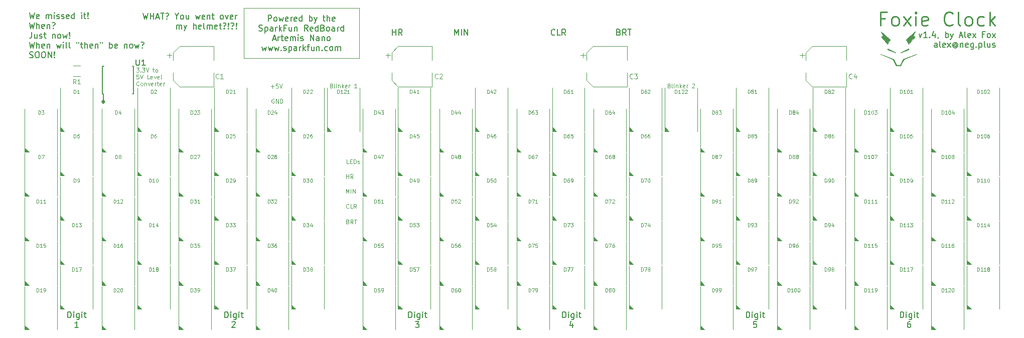
<source format=gbr>
G04 #@! TF.GenerationSoftware,KiCad,Pcbnew,(5.1.5-0-10_14)*
G04 #@! TF.CreationDate,2020-01-03T17:39:58-06:00*
G04 #@! TF.ProjectId,foxie_clock_nano,666f7869-655f-4636-9c6f-636b5f6e616e,1.4*
G04 #@! TF.SameCoordinates,Original*
G04 #@! TF.FileFunction,Legend,Top*
G04 #@! TF.FilePolarity,Positive*
%FSLAX46Y46*%
G04 Gerber Fmt 4.6, Leading zero omitted, Abs format (unit mm)*
G04 Created by KiCad (PCBNEW (5.1.5-0-10_14)) date 2020-01-03 17:39:58*
%MOMM*%
%LPD*%
G04 APERTURE LIST*
%ADD10C,0.150000*%
%ADD11C,0.100000*%
%ADD12C,0.120000*%
%ADD13C,0.250000*%
%ADD14C,0.300000*%
%ADD15C,0.090000*%
G04 APERTURE END LIST*
D10*
X85702500Y-78227380D02*
X85940595Y-79227380D01*
X86131071Y-78513095D01*
X86321547Y-79227380D01*
X86559642Y-78227380D01*
X86940595Y-79227380D02*
X86940595Y-78227380D01*
X86940595Y-78703571D02*
X87512023Y-78703571D01*
X87512023Y-79227380D02*
X87512023Y-78227380D01*
X87940595Y-78941666D02*
X88416785Y-78941666D01*
X87845357Y-79227380D02*
X88178690Y-78227380D01*
X88512023Y-79227380D01*
X88702500Y-78227380D02*
X89273928Y-78227380D01*
X88988214Y-79227380D02*
X88988214Y-78227380D01*
X89750119Y-79132142D02*
X89797738Y-79179761D01*
X89750119Y-79227380D01*
X89702500Y-79179761D01*
X89750119Y-79132142D01*
X89750119Y-79227380D01*
X89559642Y-78275000D02*
X89654880Y-78227380D01*
X89892976Y-78227380D01*
X89988214Y-78275000D01*
X90035833Y-78370238D01*
X90035833Y-78465476D01*
X89988214Y-78560714D01*
X89940595Y-78608333D01*
X89845357Y-78655952D01*
X89797738Y-78703571D01*
X89750119Y-78798809D01*
X89750119Y-78846428D01*
X91416785Y-78751190D02*
X91416785Y-79227380D01*
X91083452Y-78227380D02*
X91416785Y-78751190D01*
X91750119Y-78227380D01*
X92226309Y-79227380D02*
X92131071Y-79179761D01*
X92083452Y-79132142D01*
X92035833Y-79036904D01*
X92035833Y-78751190D01*
X92083452Y-78655952D01*
X92131071Y-78608333D01*
X92226309Y-78560714D01*
X92369166Y-78560714D01*
X92464404Y-78608333D01*
X92512023Y-78655952D01*
X92559642Y-78751190D01*
X92559642Y-79036904D01*
X92512023Y-79132142D01*
X92464404Y-79179761D01*
X92369166Y-79227380D01*
X92226309Y-79227380D01*
X93416785Y-78560714D02*
X93416785Y-79227380D01*
X92988214Y-78560714D02*
X92988214Y-79084523D01*
X93035833Y-79179761D01*
X93131071Y-79227380D01*
X93273928Y-79227380D01*
X93369166Y-79179761D01*
X93416785Y-79132142D01*
X94559642Y-78560714D02*
X94750119Y-79227380D01*
X94940595Y-78751190D01*
X95131071Y-79227380D01*
X95321547Y-78560714D01*
X96083452Y-79179761D02*
X95988214Y-79227380D01*
X95797738Y-79227380D01*
X95702500Y-79179761D01*
X95654880Y-79084523D01*
X95654880Y-78703571D01*
X95702500Y-78608333D01*
X95797738Y-78560714D01*
X95988214Y-78560714D01*
X96083452Y-78608333D01*
X96131071Y-78703571D01*
X96131071Y-78798809D01*
X95654880Y-78894047D01*
X96559642Y-78560714D02*
X96559642Y-79227380D01*
X96559642Y-78655952D02*
X96607261Y-78608333D01*
X96702500Y-78560714D01*
X96845357Y-78560714D01*
X96940595Y-78608333D01*
X96988214Y-78703571D01*
X96988214Y-79227380D01*
X97321547Y-78560714D02*
X97702500Y-78560714D01*
X97464404Y-78227380D02*
X97464404Y-79084523D01*
X97512023Y-79179761D01*
X97607261Y-79227380D01*
X97702500Y-79227380D01*
X98940595Y-79227380D02*
X98845357Y-79179761D01*
X98797738Y-79132142D01*
X98750119Y-79036904D01*
X98750119Y-78751190D01*
X98797738Y-78655952D01*
X98845357Y-78608333D01*
X98940595Y-78560714D01*
X99083452Y-78560714D01*
X99178690Y-78608333D01*
X99226309Y-78655952D01*
X99273928Y-78751190D01*
X99273928Y-79036904D01*
X99226309Y-79132142D01*
X99178690Y-79179761D01*
X99083452Y-79227380D01*
X98940595Y-79227380D01*
X99607261Y-78560714D02*
X99845357Y-79227380D01*
X100083452Y-78560714D01*
X100845357Y-79179761D02*
X100750119Y-79227380D01*
X100559642Y-79227380D01*
X100464404Y-79179761D01*
X100416785Y-79084523D01*
X100416785Y-78703571D01*
X100464404Y-78608333D01*
X100559642Y-78560714D01*
X100750119Y-78560714D01*
X100845357Y-78608333D01*
X100892976Y-78703571D01*
X100892976Y-78798809D01*
X100416785Y-78894047D01*
X101321547Y-79227380D02*
X101321547Y-78560714D01*
X101321547Y-78751190D02*
X101369166Y-78655952D01*
X101416785Y-78608333D01*
X101512023Y-78560714D01*
X101607261Y-78560714D01*
X91369166Y-80877380D02*
X91369166Y-80210714D01*
X91369166Y-80305952D02*
X91416785Y-80258333D01*
X91512023Y-80210714D01*
X91654880Y-80210714D01*
X91750119Y-80258333D01*
X91797738Y-80353571D01*
X91797738Y-80877380D01*
X91797738Y-80353571D02*
X91845357Y-80258333D01*
X91940595Y-80210714D01*
X92083452Y-80210714D01*
X92178690Y-80258333D01*
X92226309Y-80353571D01*
X92226309Y-80877380D01*
X92607261Y-80210714D02*
X92845357Y-80877380D01*
X93083452Y-80210714D02*
X92845357Y-80877380D01*
X92750119Y-81115476D01*
X92702500Y-81163095D01*
X92607261Y-81210714D01*
X94226309Y-80877380D02*
X94226309Y-79877380D01*
X94654880Y-80877380D02*
X94654880Y-80353571D01*
X94607261Y-80258333D01*
X94512023Y-80210714D01*
X94369166Y-80210714D01*
X94273928Y-80258333D01*
X94226309Y-80305952D01*
X95512023Y-80829761D02*
X95416785Y-80877380D01*
X95226309Y-80877380D01*
X95131071Y-80829761D01*
X95083452Y-80734523D01*
X95083452Y-80353571D01*
X95131071Y-80258333D01*
X95226309Y-80210714D01*
X95416785Y-80210714D01*
X95512023Y-80258333D01*
X95559642Y-80353571D01*
X95559642Y-80448809D01*
X95083452Y-80544047D01*
X96131071Y-80877380D02*
X96035833Y-80829761D01*
X95988214Y-80734523D01*
X95988214Y-79877380D01*
X96512023Y-80877380D02*
X96512023Y-80210714D01*
X96512023Y-80305952D02*
X96559642Y-80258333D01*
X96654880Y-80210714D01*
X96797738Y-80210714D01*
X96892976Y-80258333D01*
X96940595Y-80353571D01*
X96940595Y-80877380D01*
X96940595Y-80353571D02*
X96988214Y-80258333D01*
X97083452Y-80210714D01*
X97226309Y-80210714D01*
X97321547Y-80258333D01*
X97369166Y-80353571D01*
X97369166Y-80877380D01*
X98226309Y-80829761D02*
X98131071Y-80877380D01*
X97940595Y-80877380D01*
X97845357Y-80829761D01*
X97797738Y-80734523D01*
X97797738Y-80353571D01*
X97845357Y-80258333D01*
X97940595Y-80210714D01*
X98131071Y-80210714D01*
X98226309Y-80258333D01*
X98273928Y-80353571D01*
X98273928Y-80448809D01*
X97797738Y-80544047D01*
X98559642Y-80210714D02*
X98940595Y-80210714D01*
X98702500Y-79877380D02*
X98702500Y-80734523D01*
X98750119Y-80829761D01*
X98845357Y-80877380D01*
X98940595Y-80877380D01*
X99416785Y-80782142D02*
X99464404Y-80829761D01*
X99416785Y-80877380D01*
X99369166Y-80829761D01*
X99416785Y-80782142D01*
X99416785Y-80877380D01*
X99226309Y-79925000D02*
X99321547Y-79877380D01*
X99559642Y-79877380D01*
X99654880Y-79925000D01*
X99702500Y-80020238D01*
X99702500Y-80115476D01*
X99654880Y-80210714D01*
X99607261Y-80258333D01*
X99512023Y-80305952D01*
X99464404Y-80353571D01*
X99416785Y-80448809D01*
X99416785Y-80496428D01*
X100131071Y-80782142D02*
X100178690Y-80829761D01*
X100131071Y-80877380D01*
X100083452Y-80829761D01*
X100131071Y-80782142D01*
X100131071Y-80877380D01*
X100131071Y-80496428D02*
X100083452Y-79925000D01*
X100131071Y-79877380D01*
X100178690Y-79925000D01*
X100131071Y-80496428D01*
X100131071Y-79877380D01*
X100750119Y-80782142D02*
X100797738Y-80829761D01*
X100750119Y-80877380D01*
X100702500Y-80829761D01*
X100750119Y-80782142D01*
X100750119Y-80877380D01*
X100559642Y-79925000D02*
X100654880Y-79877380D01*
X100892976Y-79877380D01*
X100988214Y-79925000D01*
X101035833Y-80020238D01*
X101035833Y-80115476D01*
X100988214Y-80210714D01*
X100940595Y-80258333D01*
X100845357Y-80305952D01*
X100797738Y-80353571D01*
X100750119Y-80448809D01*
X100750119Y-80496428D01*
X101464404Y-80782142D02*
X101512023Y-80829761D01*
X101464404Y-80877380D01*
X101416785Y-80829761D01*
X101464404Y-80782142D01*
X101464404Y-80877380D01*
X101464404Y-80496428D02*
X101416785Y-79925000D01*
X101464404Y-79877380D01*
X101512023Y-79925000D01*
X101464404Y-80496428D01*
X101464404Y-79877380D01*
X66540357Y-78152380D02*
X66778452Y-79152380D01*
X66968928Y-78438095D01*
X67159404Y-79152380D01*
X67397500Y-78152380D01*
X68159404Y-79104761D02*
X68064166Y-79152380D01*
X67873690Y-79152380D01*
X67778452Y-79104761D01*
X67730833Y-79009523D01*
X67730833Y-78628571D01*
X67778452Y-78533333D01*
X67873690Y-78485714D01*
X68064166Y-78485714D01*
X68159404Y-78533333D01*
X68207023Y-78628571D01*
X68207023Y-78723809D01*
X67730833Y-78819047D01*
X69397500Y-79152380D02*
X69397500Y-78485714D01*
X69397500Y-78580952D02*
X69445119Y-78533333D01*
X69540357Y-78485714D01*
X69683214Y-78485714D01*
X69778452Y-78533333D01*
X69826071Y-78628571D01*
X69826071Y-79152380D01*
X69826071Y-78628571D02*
X69873690Y-78533333D01*
X69968928Y-78485714D01*
X70111785Y-78485714D01*
X70207023Y-78533333D01*
X70254642Y-78628571D01*
X70254642Y-79152380D01*
X70730833Y-79152380D02*
X70730833Y-78485714D01*
X70730833Y-78152380D02*
X70683214Y-78200000D01*
X70730833Y-78247619D01*
X70778452Y-78200000D01*
X70730833Y-78152380D01*
X70730833Y-78247619D01*
X71159404Y-79104761D02*
X71254642Y-79152380D01*
X71445119Y-79152380D01*
X71540357Y-79104761D01*
X71587976Y-79009523D01*
X71587976Y-78961904D01*
X71540357Y-78866666D01*
X71445119Y-78819047D01*
X71302261Y-78819047D01*
X71207023Y-78771428D01*
X71159404Y-78676190D01*
X71159404Y-78628571D01*
X71207023Y-78533333D01*
X71302261Y-78485714D01*
X71445119Y-78485714D01*
X71540357Y-78533333D01*
X71968928Y-79104761D02*
X72064166Y-79152380D01*
X72254642Y-79152380D01*
X72349880Y-79104761D01*
X72397500Y-79009523D01*
X72397500Y-78961904D01*
X72349880Y-78866666D01*
X72254642Y-78819047D01*
X72111785Y-78819047D01*
X72016547Y-78771428D01*
X71968928Y-78676190D01*
X71968928Y-78628571D01*
X72016547Y-78533333D01*
X72111785Y-78485714D01*
X72254642Y-78485714D01*
X72349880Y-78533333D01*
X73207023Y-79104761D02*
X73111785Y-79152380D01*
X72921309Y-79152380D01*
X72826071Y-79104761D01*
X72778452Y-79009523D01*
X72778452Y-78628571D01*
X72826071Y-78533333D01*
X72921309Y-78485714D01*
X73111785Y-78485714D01*
X73207023Y-78533333D01*
X73254642Y-78628571D01*
X73254642Y-78723809D01*
X72778452Y-78819047D01*
X74111785Y-79152380D02*
X74111785Y-78152380D01*
X74111785Y-79104761D02*
X74016547Y-79152380D01*
X73826071Y-79152380D01*
X73730833Y-79104761D01*
X73683214Y-79057142D01*
X73635595Y-78961904D01*
X73635595Y-78676190D01*
X73683214Y-78580952D01*
X73730833Y-78533333D01*
X73826071Y-78485714D01*
X74016547Y-78485714D01*
X74111785Y-78533333D01*
X75349880Y-79152380D02*
X75349880Y-78485714D01*
X75349880Y-78152380D02*
X75302261Y-78200000D01*
X75349880Y-78247619D01*
X75397500Y-78200000D01*
X75349880Y-78152380D01*
X75349880Y-78247619D01*
X75683214Y-78485714D02*
X76064166Y-78485714D01*
X75826071Y-78152380D02*
X75826071Y-79009523D01*
X75873690Y-79104761D01*
X75968928Y-79152380D01*
X76064166Y-79152380D01*
X76397500Y-79057142D02*
X76445119Y-79104761D01*
X76397500Y-79152380D01*
X76349880Y-79104761D01*
X76397500Y-79057142D01*
X76397500Y-79152380D01*
X76397500Y-78771428D02*
X76349880Y-78200000D01*
X76397500Y-78152380D01*
X76445119Y-78200000D01*
X76397500Y-78771428D01*
X76397500Y-78152380D01*
X66540357Y-79802380D02*
X66778452Y-80802380D01*
X66968928Y-80088095D01*
X67159404Y-80802380D01*
X67397500Y-79802380D01*
X67778452Y-80802380D02*
X67778452Y-79802380D01*
X68207023Y-80802380D02*
X68207023Y-80278571D01*
X68159404Y-80183333D01*
X68064166Y-80135714D01*
X67921309Y-80135714D01*
X67826071Y-80183333D01*
X67778452Y-80230952D01*
X69064166Y-80754761D02*
X68968928Y-80802380D01*
X68778452Y-80802380D01*
X68683214Y-80754761D01*
X68635595Y-80659523D01*
X68635595Y-80278571D01*
X68683214Y-80183333D01*
X68778452Y-80135714D01*
X68968928Y-80135714D01*
X69064166Y-80183333D01*
X69111785Y-80278571D01*
X69111785Y-80373809D01*
X68635595Y-80469047D01*
X69540357Y-80135714D02*
X69540357Y-80802380D01*
X69540357Y-80230952D02*
X69587976Y-80183333D01*
X69683214Y-80135714D01*
X69826071Y-80135714D01*
X69921309Y-80183333D01*
X69968928Y-80278571D01*
X69968928Y-80802380D01*
X70587976Y-80707142D02*
X70635595Y-80754761D01*
X70587976Y-80802380D01*
X70540357Y-80754761D01*
X70587976Y-80707142D01*
X70587976Y-80802380D01*
X70397500Y-79850000D02*
X70492738Y-79802380D01*
X70730833Y-79802380D01*
X70826071Y-79850000D01*
X70873690Y-79945238D01*
X70873690Y-80040476D01*
X70826071Y-80135714D01*
X70778452Y-80183333D01*
X70683214Y-80230952D01*
X70635595Y-80278571D01*
X70587976Y-80373809D01*
X70587976Y-80421428D01*
X66921309Y-81452380D02*
X66921309Y-82166666D01*
X66873690Y-82309523D01*
X66778452Y-82404761D01*
X66635595Y-82452380D01*
X66540357Y-82452380D01*
X67826071Y-81785714D02*
X67826071Y-82452380D01*
X67397500Y-81785714D02*
X67397500Y-82309523D01*
X67445119Y-82404761D01*
X67540357Y-82452380D01*
X67683214Y-82452380D01*
X67778452Y-82404761D01*
X67826071Y-82357142D01*
X68254642Y-82404761D02*
X68349880Y-82452380D01*
X68540357Y-82452380D01*
X68635595Y-82404761D01*
X68683214Y-82309523D01*
X68683214Y-82261904D01*
X68635595Y-82166666D01*
X68540357Y-82119047D01*
X68397500Y-82119047D01*
X68302261Y-82071428D01*
X68254642Y-81976190D01*
X68254642Y-81928571D01*
X68302261Y-81833333D01*
X68397500Y-81785714D01*
X68540357Y-81785714D01*
X68635595Y-81833333D01*
X68968928Y-81785714D02*
X69349880Y-81785714D01*
X69111785Y-81452380D02*
X69111785Y-82309523D01*
X69159404Y-82404761D01*
X69254642Y-82452380D01*
X69349880Y-82452380D01*
X70445119Y-81785714D02*
X70445119Y-82452380D01*
X70445119Y-81880952D02*
X70492738Y-81833333D01*
X70587976Y-81785714D01*
X70730833Y-81785714D01*
X70826071Y-81833333D01*
X70873690Y-81928571D01*
X70873690Y-82452380D01*
X71492738Y-82452380D02*
X71397500Y-82404761D01*
X71349880Y-82357142D01*
X71302261Y-82261904D01*
X71302261Y-81976190D01*
X71349880Y-81880952D01*
X71397500Y-81833333D01*
X71492738Y-81785714D01*
X71635595Y-81785714D01*
X71730833Y-81833333D01*
X71778452Y-81880952D01*
X71826071Y-81976190D01*
X71826071Y-82261904D01*
X71778452Y-82357142D01*
X71730833Y-82404761D01*
X71635595Y-82452380D01*
X71492738Y-82452380D01*
X72159404Y-81785714D02*
X72349880Y-82452380D01*
X72540357Y-81976190D01*
X72730833Y-82452380D01*
X72921309Y-81785714D01*
X73302261Y-82357142D02*
X73349880Y-82404761D01*
X73302261Y-82452380D01*
X73254642Y-82404761D01*
X73302261Y-82357142D01*
X73302261Y-82452380D01*
X73302261Y-82071428D02*
X73254642Y-81500000D01*
X73302261Y-81452380D01*
X73349880Y-81500000D01*
X73302261Y-82071428D01*
X73302261Y-81452380D01*
X66540357Y-83102380D02*
X66778452Y-84102380D01*
X66968928Y-83388095D01*
X67159404Y-84102380D01*
X67397500Y-83102380D01*
X67778452Y-84102380D02*
X67778452Y-83102380D01*
X68207023Y-84102380D02*
X68207023Y-83578571D01*
X68159404Y-83483333D01*
X68064166Y-83435714D01*
X67921309Y-83435714D01*
X67826071Y-83483333D01*
X67778452Y-83530952D01*
X69064166Y-84054761D02*
X68968928Y-84102380D01*
X68778452Y-84102380D01*
X68683214Y-84054761D01*
X68635595Y-83959523D01*
X68635595Y-83578571D01*
X68683214Y-83483333D01*
X68778452Y-83435714D01*
X68968928Y-83435714D01*
X69064166Y-83483333D01*
X69111785Y-83578571D01*
X69111785Y-83673809D01*
X68635595Y-83769047D01*
X69540357Y-83435714D02*
X69540357Y-84102380D01*
X69540357Y-83530952D02*
X69587976Y-83483333D01*
X69683214Y-83435714D01*
X69826071Y-83435714D01*
X69921309Y-83483333D01*
X69968928Y-83578571D01*
X69968928Y-84102380D01*
X71111785Y-83435714D02*
X71302261Y-84102380D01*
X71492738Y-83626190D01*
X71683214Y-84102380D01*
X71873690Y-83435714D01*
X72254642Y-84102380D02*
X72254642Y-83435714D01*
X72254642Y-83102380D02*
X72207023Y-83150000D01*
X72254642Y-83197619D01*
X72302261Y-83150000D01*
X72254642Y-83102380D01*
X72254642Y-83197619D01*
X72873690Y-84102380D02*
X72778452Y-84054761D01*
X72730833Y-83959523D01*
X72730833Y-83102380D01*
X73397500Y-84102380D02*
X73302261Y-84054761D01*
X73254642Y-83959523D01*
X73254642Y-83102380D01*
X74492738Y-83102380D02*
X74492738Y-83292857D01*
X74873690Y-83102380D02*
X74873690Y-83292857D01*
X75159404Y-83435714D02*
X75540357Y-83435714D01*
X75302261Y-83102380D02*
X75302261Y-83959523D01*
X75349880Y-84054761D01*
X75445119Y-84102380D01*
X75540357Y-84102380D01*
X75873690Y-84102380D02*
X75873690Y-83102380D01*
X76302261Y-84102380D02*
X76302261Y-83578571D01*
X76254642Y-83483333D01*
X76159404Y-83435714D01*
X76016547Y-83435714D01*
X75921309Y-83483333D01*
X75873690Y-83530952D01*
X77159404Y-84054761D02*
X77064166Y-84102380D01*
X76873690Y-84102380D01*
X76778452Y-84054761D01*
X76730833Y-83959523D01*
X76730833Y-83578571D01*
X76778452Y-83483333D01*
X76873690Y-83435714D01*
X77064166Y-83435714D01*
X77159404Y-83483333D01*
X77207023Y-83578571D01*
X77207023Y-83673809D01*
X76730833Y-83769047D01*
X77635595Y-83435714D02*
X77635595Y-84102380D01*
X77635595Y-83530952D02*
X77683214Y-83483333D01*
X77778452Y-83435714D01*
X77921309Y-83435714D01*
X78016547Y-83483333D01*
X78064166Y-83578571D01*
X78064166Y-84102380D01*
X78492738Y-83102380D02*
X78492738Y-83292857D01*
X78873690Y-83102380D02*
X78873690Y-83292857D01*
X80064166Y-84102380D02*
X80064166Y-83102380D01*
X80064166Y-83483333D02*
X80159404Y-83435714D01*
X80349880Y-83435714D01*
X80445119Y-83483333D01*
X80492738Y-83530952D01*
X80540357Y-83626190D01*
X80540357Y-83911904D01*
X80492738Y-84007142D01*
X80445119Y-84054761D01*
X80349880Y-84102380D01*
X80159404Y-84102380D01*
X80064166Y-84054761D01*
X81349880Y-84054761D02*
X81254642Y-84102380D01*
X81064166Y-84102380D01*
X80968928Y-84054761D01*
X80921309Y-83959523D01*
X80921309Y-83578571D01*
X80968928Y-83483333D01*
X81064166Y-83435714D01*
X81254642Y-83435714D01*
X81349880Y-83483333D01*
X81397500Y-83578571D01*
X81397500Y-83673809D01*
X80921309Y-83769047D01*
X82587976Y-83435714D02*
X82587976Y-84102380D01*
X82587976Y-83530952D02*
X82635595Y-83483333D01*
X82730833Y-83435714D01*
X82873690Y-83435714D01*
X82968928Y-83483333D01*
X83016547Y-83578571D01*
X83016547Y-84102380D01*
X83635595Y-84102380D02*
X83540357Y-84054761D01*
X83492738Y-84007142D01*
X83445119Y-83911904D01*
X83445119Y-83626190D01*
X83492738Y-83530952D01*
X83540357Y-83483333D01*
X83635595Y-83435714D01*
X83778452Y-83435714D01*
X83873690Y-83483333D01*
X83921309Y-83530952D01*
X83968928Y-83626190D01*
X83968928Y-83911904D01*
X83921309Y-84007142D01*
X83873690Y-84054761D01*
X83778452Y-84102380D01*
X83635595Y-84102380D01*
X84302261Y-83435714D02*
X84492738Y-84102380D01*
X84683214Y-83626190D01*
X84873690Y-84102380D01*
X85064166Y-83435714D01*
X85587976Y-84007142D02*
X85635595Y-84054761D01*
X85587976Y-84102380D01*
X85540357Y-84054761D01*
X85587976Y-84007142D01*
X85587976Y-84102380D01*
X85397500Y-83150000D02*
X85492738Y-83102380D01*
X85730833Y-83102380D01*
X85826071Y-83150000D01*
X85873690Y-83245238D01*
X85873690Y-83340476D01*
X85826071Y-83435714D01*
X85778452Y-83483333D01*
X85683214Y-83530952D01*
X85635595Y-83578571D01*
X85587976Y-83673809D01*
X85587976Y-83721428D01*
X66587976Y-85704761D02*
X66730833Y-85752380D01*
X66968928Y-85752380D01*
X67064166Y-85704761D01*
X67111785Y-85657142D01*
X67159404Y-85561904D01*
X67159404Y-85466666D01*
X67111785Y-85371428D01*
X67064166Y-85323809D01*
X66968928Y-85276190D01*
X66778452Y-85228571D01*
X66683214Y-85180952D01*
X66635595Y-85133333D01*
X66587976Y-85038095D01*
X66587976Y-84942857D01*
X66635595Y-84847619D01*
X66683214Y-84800000D01*
X66778452Y-84752380D01*
X67016547Y-84752380D01*
X67159404Y-84800000D01*
X67778452Y-84752380D02*
X67968928Y-84752380D01*
X68064166Y-84800000D01*
X68159404Y-84895238D01*
X68207023Y-85085714D01*
X68207023Y-85419047D01*
X68159404Y-85609523D01*
X68064166Y-85704761D01*
X67968928Y-85752380D01*
X67778452Y-85752380D01*
X67683214Y-85704761D01*
X67587976Y-85609523D01*
X67540357Y-85419047D01*
X67540357Y-85085714D01*
X67587976Y-84895238D01*
X67683214Y-84800000D01*
X67778452Y-84752380D01*
X68826071Y-84752380D02*
X69016547Y-84752380D01*
X69111785Y-84800000D01*
X69207023Y-84895238D01*
X69254642Y-85085714D01*
X69254642Y-85419047D01*
X69207023Y-85609523D01*
X69111785Y-85704761D01*
X69016547Y-85752380D01*
X68826071Y-85752380D01*
X68730833Y-85704761D01*
X68635595Y-85609523D01*
X68587976Y-85419047D01*
X68587976Y-85085714D01*
X68635595Y-84895238D01*
X68730833Y-84800000D01*
X68826071Y-84752380D01*
X69683214Y-85752380D02*
X69683214Y-84752380D01*
X70254642Y-85752380D01*
X70254642Y-84752380D01*
X70730833Y-85657142D02*
X70778452Y-85704761D01*
X70730833Y-85752380D01*
X70683214Y-85704761D01*
X70730833Y-85657142D01*
X70730833Y-85752380D01*
X70730833Y-85371428D02*
X70683214Y-84800000D01*
X70730833Y-84752380D01*
X70778452Y-84800000D01*
X70730833Y-85371428D01*
X70730833Y-84752380D01*
D11*
X107798333Y-92750000D02*
X107731666Y-92716666D01*
X107631666Y-92716666D01*
X107531666Y-92750000D01*
X107465000Y-92816666D01*
X107431666Y-92883333D01*
X107398333Y-93016666D01*
X107398333Y-93116666D01*
X107431666Y-93250000D01*
X107465000Y-93316666D01*
X107531666Y-93383333D01*
X107631666Y-93416666D01*
X107698333Y-93416666D01*
X107798333Y-93383333D01*
X107831666Y-93350000D01*
X107831666Y-93116666D01*
X107698333Y-93116666D01*
X108131666Y-93416666D02*
X108131666Y-92716666D01*
X108531666Y-93416666D01*
X108531666Y-92716666D01*
X108865000Y-93416666D02*
X108865000Y-92716666D01*
X109031666Y-92716666D01*
X109131666Y-92750000D01*
X109198333Y-92816666D01*
X109231666Y-92883333D01*
X109265000Y-93016666D01*
X109265000Y-93116666D01*
X109231666Y-93250000D01*
X109198333Y-93316666D01*
X109131666Y-93383333D01*
X109031666Y-93416666D01*
X108865000Y-93416666D01*
X107281666Y-90600000D02*
X107815000Y-90600000D01*
X107548333Y-90866666D02*
X107548333Y-90333333D01*
X108481666Y-90166666D02*
X108148333Y-90166666D01*
X108115000Y-90500000D01*
X108148333Y-90466666D01*
X108215000Y-90433333D01*
X108381666Y-90433333D01*
X108448333Y-90466666D01*
X108481666Y-90500000D01*
X108515000Y-90566666D01*
X108515000Y-90733333D01*
X108481666Y-90800000D01*
X108448333Y-90833333D01*
X108381666Y-90866666D01*
X108215000Y-90866666D01*
X108148333Y-90833333D01*
X108115000Y-90800000D01*
X108715000Y-90166666D02*
X108948333Y-90866666D01*
X109181666Y-90166666D01*
X120265000Y-113400000D02*
X120365000Y-113433333D01*
X120398333Y-113466666D01*
X120431666Y-113533333D01*
X120431666Y-113633333D01*
X120398333Y-113700000D01*
X120365000Y-113733333D01*
X120298333Y-113766666D01*
X120031666Y-113766666D01*
X120031666Y-113066666D01*
X120265000Y-113066666D01*
X120331666Y-113100000D01*
X120365000Y-113133333D01*
X120398333Y-113200000D01*
X120398333Y-113266666D01*
X120365000Y-113333333D01*
X120331666Y-113366666D01*
X120265000Y-113400000D01*
X120031666Y-113400000D01*
X121131666Y-113766666D02*
X120898333Y-113433333D01*
X120731666Y-113766666D02*
X120731666Y-113066666D01*
X120998333Y-113066666D01*
X121065000Y-113100000D01*
X121098333Y-113133333D01*
X121131666Y-113200000D01*
X121131666Y-113300000D01*
X121098333Y-113366666D01*
X121065000Y-113400000D01*
X120998333Y-113433333D01*
X120731666Y-113433333D01*
X121331666Y-113066666D02*
X121731666Y-113066666D01*
X121531666Y-113766666D02*
X121531666Y-113066666D01*
X120431666Y-111100000D02*
X120398333Y-111133333D01*
X120298333Y-111166666D01*
X120231666Y-111166666D01*
X120131666Y-111133333D01*
X120065000Y-111066666D01*
X120031666Y-111000000D01*
X119998333Y-110866666D01*
X119998333Y-110766666D01*
X120031666Y-110633333D01*
X120065000Y-110566666D01*
X120131666Y-110500000D01*
X120231666Y-110466666D01*
X120298333Y-110466666D01*
X120398333Y-110500000D01*
X120431666Y-110533333D01*
X121065000Y-111166666D02*
X120731666Y-111166666D01*
X120731666Y-110466666D01*
X121698333Y-111166666D02*
X121465000Y-110833333D01*
X121298333Y-111166666D02*
X121298333Y-110466666D01*
X121565000Y-110466666D01*
X121631666Y-110500000D01*
X121665000Y-110533333D01*
X121698333Y-110600000D01*
X121698333Y-110700000D01*
X121665000Y-110766666D01*
X121631666Y-110800000D01*
X121565000Y-110833333D01*
X121298333Y-110833333D01*
X119983333Y-108616666D02*
X119983333Y-107916666D01*
X120216666Y-108416666D01*
X120450000Y-107916666D01*
X120450000Y-108616666D01*
X120783333Y-108616666D02*
X120783333Y-107916666D01*
X121116666Y-108616666D02*
X121116666Y-107916666D01*
X121516666Y-108616666D01*
X121516666Y-107916666D01*
X120000000Y-106116666D02*
X120000000Y-105416666D01*
X120000000Y-105750000D02*
X120400000Y-105750000D01*
X120400000Y-106116666D02*
X120400000Y-105416666D01*
X121133333Y-106116666D02*
X120900000Y-105783333D01*
X120733333Y-106116666D02*
X120733333Y-105416666D01*
X121000000Y-105416666D01*
X121066666Y-105450000D01*
X121100000Y-105483333D01*
X121133333Y-105550000D01*
X121133333Y-105650000D01*
X121100000Y-105716666D01*
X121066666Y-105750000D01*
X121000000Y-105783333D01*
X120733333Y-105783333D01*
X120415000Y-103616666D02*
X120081666Y-103616666D01*
X120081666Y-102916666D01*
X120648333Y-103250000D02*
X120881666Y-103250000D01*
X120981666Y-103616666D02*
X120648333Y-103616666D01*
X120648333Y-102916666D01*
X120981666Y-102916666D01*
X121281666Y-103616666D02*
X121281666Y-102916666D01*
X121448333Y-102916666D01*
X121548333Y-102950000D01*
X121615000Y-103016666D01*
X121648333Y-103083333D01*
X121681666Y-103216666D01*
X121681666Y-103316666D01*
X121648333Y-103450000D01*
X121615000Y-103516666D01*
X121548333Y-103583333D01*
X121448333Y-103616666D01*
X121281666Y-103616666D01*
X121948333Y-103583333D02*
X122015000Y-103616666D01*
X122148333Y-103616666D01*
X122215000Y-103583333D01*
X122248333Y-103516666D01*
X122248333Y-103483333D01*
X122215000Y-103416666D01*
X122148333Y-103383333D01*
X122048333Y-103383333D01*
X121981666Y-103350000D01*
X121948333Y-103283333D01*
X121948333Y-103250000D01*
X121981666Y-103183333D01*
X122048333Y-103150000D01*
X122148333Y-103150000D01*
X122215000Y-103183333D01*
X84565000Y-87466666D02*
X84998333Y-87466666D01*
X84765000Y-87733333D01*
X84865000Y-87733333D01*
X84931666Y-87766666D01*
X84965000Y-87800000D01*
X84998333Y-87866666D01*
X84998333Y-88033333D01*
X84965000Y-88100000D01*
X84931666Y-88133333D01*
X84865000Y-88166666D01*
X84665000Y-88166666D01*
X84598333Y-88133333D01*
X84565000Y-88100000D01*
X85298333Y-88100000D02*
X85331666Y-88133333D01*
X85298333Y-88166666D01*
X85265000Y-88133333D01*
X85298333Y-88100000D01*
X85298333Y-88166666D01*
X85565000Y-87466666D02*
X85998333Y-87466666D01*
X85765000Y-87733333D01*
X85865000Y-87733333D01*
X85931666Y-87766666D01*
X85965000Y-87800000D01*
X85998333Y-87866666D01*
X85998333Y-88033333D01*
X85965000Y-88100000D01*
X85931666Y-88133333D01*
X85865000Y-88166666D01*
X85665000Y-88166666D01*
X85598333Y-88133333D01*
X85565000Y-88100000D01*
X86198333Y-87466666D02*
X86431666Y-88166666D01*
X86665000Y-87466666D01*
X87331666Y-87700000D02*
X87598333Y-87700000D01*
X87431666Y-87466666D02*
X87431666Y-88066666D01*
X87465000Y-88133333D01*
X87531666Y-88166666D01*
X87598333Y-88166666D01*
X87931666Y-88166666D02*
X87865000Y-88133333D01*
X87831666Y-88100000D01*
X87798333Y-88033333D01*
X87798333Y-87833333D01*
X87831666Y-87766666D01*
X87865000Y-87733333D01*
X87931666Y-87700000D01*
X88031666Y-87700000D01*
X88098333Y-87733333D01*
X88131666Y-87766666D01*
X88165000Y-87833333D01*
X88165000Y-88033333D01*
X88131666Y-88100000D01*
X88098333Y-88133333D01*
X88031666Y-88166666D01*
X87931666Y-88166666D01*
X84965000Y-88616666D02*
X84631666Y-88616666D01*
X84598333Y-88950000D01*
X84631666Y-88916666D01*
X84698333Y-88883333D01*
X84865000Y-88883333D01*
X84931666Y-88916666D01*
X84965000Y-88950000D01*
X84998333Y-89016666D01*
X84998333Y-89183333D01*
X84965000Y-89250000D01*
X84931666Y-89283333D01*
X84865000Y-89316666D01*
X84698333Y-89316666D01*
X84631666Y-89283333D01*
X84598333Y-89250000D01*
X85198333Y-88616666D02*
X85431666Y-89316666D01*
X85665000Y-88616666D01*
X86765000Y-89316666D02*
X86431666Y-89316666D01*
X86431666Y-88616666D01*
X87265000Y-89283333D02*
X87198333Y-89316666D01*
X87065000Y-89316666D01*
X86998333Y-89283333D01*
X86965000Y-89216666D01*
X86965000Y-88950000D01*
X86998333Y-88883333D01*
X87065000Y-88850000D01*
X87198333Y-88850000D01*
X87265000Y-88883333D01*
X87298333Y-88950000D01*
X87298333Y-89016666D01*
X86965000Y-89083333D01*
X87531666Y-88850000D02*
X87698333Y-89316666D01*
X87865000Y-88850000D01*
X88398333Y-89283333D02*
X88331666Y-89316666D01*
X88198333Y-89316666D01*
X88131666Y-89283333D01*
X88098333Y-89216666D01*
X88098333Y-88950000D01*
X88131666Y-88883333D01*
X88198333Y-88850000D01*
X88331666Y-88850000D01*
X88398333Y-88883333D01*
X88431666Y-88950000D01*
X88431666Y-89016666D01*
X88098333Y-89083333D01*
X88831666Y-89316666D02*
X88765000Y-89283333D01*
X88731666Y-89216666D01*
X88731666Y-88616666D01*
X85031666Y-90400000D02*
X84998333Y-90433333D01*
X84898333Y-90466666D01*
X84831666Y-90466666D01*
X84731666Y-90433333D01*
X84665000Y-90366666D01*
X84631666Y-90300000D01*
X84598333Y-90166666D01*
X84598333Y-90066666D01*
X84631666Y-89933333D01*
X84665000Y-89866666D01*
X84731666Y-89800000D01*
X84831666Y-89766666D01*
X84898333Y-89766666D01*
X84998333Y-89800000D01*
X85031666Y-89833333D01*
X85431666Y-90466666D02*
X85365000Y-90433333D01*
X85331666Y-90400000D01*
X85298333Y-90333333D01*
X85298333Y-90133333D01*
X85331666Y-90066666D01*
X85365000Y-90033333D01*
X85431666Y-90000000D01*
X85531666Y-90000000D01*
X85598333Y-90033333D01*
X85631666Y-90066666D01*
X85665000Y-90133333D01*
X85665000Y-90333333D01*
X85631666Y-90400000D01*
X85598333Y-90433333D01*
X85531666Y-90466666D01*
X85431666Y-90466666D01*
X85965000Y-90000000D02*
X85965000Y-90466666D01*
X85965000Y-90066666D02*
X85998333Y-90033333D01*
X86065000Y-90000000D01*
X86165000Y-90000000D01*
X86231666Y-90033333D01*
X86265000Y-90100000D01*
X86265000Y-90466666D01*
X86531666Y-90000000D02*
X86698333Y-90466666D01*
X86865000Y-90000000D01*
X87398333Y-90433333D02*
X87331666Y-90466666D01*
X87198333Y-90466666D01*
X87131666Y-90433333D01*
X87098333Y-90366666D01*
X87098333Y-90100000D01*
X87131666Y-90033333D01*
X87198333Y-90000000D01*
X87331666Y-90000000D01*
X87398333Y-90033333D01*
X87431666Y-90100000D01*
X87431666Y-90166666D01*
X87098333Y-90233333D01*
X87731666Y-90466666D02*
X87731666Y-90000000D01*
X87731666Y-90133333D02*
X87765000Y-90066666D01*
X87798333Y-90033333D01*
X87865000Y-90000000D01*
X87931666Y-90000000D01*
X88065000Y-90000000D02*
X88331666Y-90000000D01*
X88165000Y-89766666D02*
X88165000Y-90366666D01*
X88198333Y-90433333D01*
X88265000Y-90466666D01*
X88331666Y-90466666D01*
X88831666Y-90433333D02*
X88765000Y-90466666D01*
X88631666Y-90466666D01*
X88565000Y-90433333D01*
X88531666Y-90366666D01*
X88531666Y-90100000D01*
X88565000Y-90033333D01*
X88631666Y-90000000D01*
X88765000Y-90000000D01*
X88831666Y-90033333D01*
X88865000Y-90100000D01*
X88865000Y-90166666D01*
X88531666Y-90233333D01*
X89165000Y-90466666D02*
X89165000Y-90000000D01*
X89165000Y-90133333D02*
X89198333Y-90066666D01*
X89231666Y-90033333D01*
X89298333Y-90000000D01*
X89365000Y-90000000D01*
D12*
X122200000Y-77400000D02*
X122200000Y-85850000D01*
X122200000Y-85850000D02*
X102700000Y-85850000D01*
D10*
X213523809Y-129627380D02*
X213523809Y-128627380D01*
X213761904Y-128627380D01*
X213904761Y-128675000D01*
X214000000Y-128770238D01*
X214047619Y-128865476D01*
X214095238Y-129055952D01*
X214095238Y-129198809D01*
X214047619Y-129389285D01*
X214000000Y-129484523D01*
X213904761Y-129579761D01*
X213761904Y-129627380D01*
X213523809Y-129627380D01*
X214523809Y-129627380D02*
X214523809Y-128960714D01*
X214523809Y-128627380D02*
X214476190Y-128675000D01*
X214523809Y-128722619D01*
X214571428Y-128675000D01*
X214523809Y-128627380D01*
X214523809Y-128722619D01*
X215428571Y-128960714D02*
X215428571Y-129770238D01*
X215380952Y-129865476D01*
X215333333Y-129913095D01*
X215238095Y-129960714D01*
X215095238Y-129960714D01*
X215000000Y-129913095D01*
X215428571Y-129579761D02*
X215333333Y-129627380D01*
X215142857Y-129627380D01*
X215047619Y-129579761D01*
X215000000Y-129532142D01*
X214952380Y-129436904D01*
X214952380Y-129151190D01*
X215000000Y-129055952D01*
X215047619Y-129008333D01*
X215142857Y-128960714D01*
X215333333Y-128960714D01*
X215428571Y-129008333D01*
X215904761Y-129627380D02*
X215904761Y-128960714D01*
X215904761Y-128627380D02*
X215857142Y-128675000D01*
X215904761Y-128722619D01*
X215952380Y-128675000D01*
X215904761Y-128627380D01*
X215904761Y-128722619D01*
X216238095Y-128960714D02*
X216619047Y-128960714D01*
X216380952Y-128627380D02*
X216380952Y-129484523D01*
X216428571Y-129579761D01*
X216523809Y-129627380D01*
X216619047Y-129627380D01*
X215190476Y-130277380D02*
X215000000Y-130277380D01*
X214904761Y-130325000D01*
X214857142Y-130372619D01*
X214761904Y-130515476D01*
X214714285Y-130705952D01*
X214714285Y-131086904D01*
X214761904Y-131182142D01*
X214809523Y-131229761D01*
X214904761Y-131277380D01*
X215095238Y-131277380D01*
X215190476Y-131229761D01*
X215238095Y-131182142D01*
X215285714Y-131086904D01*
X215285714Y-130848809D01*
X215238095Y-130753571D01*
X215190476Y-130705952D01*
X215095238Y-130658333D01*
X214904761Y-130658333D01*
X214809523Y-130705952D01*
X214761904Y-130753571D01*
X214714285Y-130848809D01*
X187523809Y-129627380D02*
X187523809Y-128627380D01*
X187761904Y-128627380D01*
X187904761Y-128675000D01*
X188000000Y-128770238D01*
X188047619Y-128865476D01*
X188095238Y-129055952D01*
X188095238Y-129198809D01*
X188047619Y-129389285D01*
X188000000Y-129484523D01*
X187904761Y-129579761D01*
X187761904Y-129627380D01*
X187523809Y-129627380D01*
X188523809Y-129627380D02*
X188523809Y-128960714D01*
X188523809Y-128627380D02*
X188476190Y-128675000D01*
X188523809Y-128722619D01*
X188571428Y-128675000D01*
X188523809Y-128627380D01*
X188523809Y-128722619D01*
X189428571Y-128960714D02*
X189428571Y-129770238D01*
X189380952Y-129865476D01*
X189333333Y-129913095D01*
X189238095Y-129960714D01*
X189095238Y-129960714D01*
X189000000Y-129913095D01*
X189428571Y-129579761D02*
X189333333Y-129627380D01*
X189142857Y-129627380D01*
X189047619Y-129579761D01*
X189000000Y-129532142D01*
X188952380Y-129436904D01*
X188952380Y-129151190D01*
X189000000Y-129055952D01*
X189047619Y-129008333D01*
X189142857Y-128960714D01*
X189333333Y-128960714D01*
X189428571Y-129008333D01*
X189904761Y-129627380D02*
X189904761Y-128960714D01*
X189904761Y-128627380D02*
X189857142Y-128675000D01*
X189904761Y-128722619D01*
X189952380Y-128675000D01*
X189904761Y-128627380D01*
X189904761Y-128722619D01*
X190238095Y-128960714D02*
X190619047Y-128960714D01*
X190380952Y-128627380D02*
X190380952Y-129484523D01*
X190428571Y-129579761D01*
X190523809Y-129627380D01*
X190619047Y-129627380D01*
X189238095Y-130277380D02*
X188761904Y-130277380D01*
X188714285Y-130753571D01*
X188761904Y-130705952D01*
X188857142Y-130658333D01*
X189095238Y-130658333D01*
X189190476Y-130705952D01*
X189238095Y-130753571D01*
X189285714Y-130848809D01*
X189285714Y-131086904D01*
X189238095Y-131182142D01*
X189190476Y-131229761D01*
X189095238Y-131277380D01*
X188857142Y-131277380D01*
X188761904Y-131229761D01*
X188714285Y-131182142D01*
X156523809Y-129627380D02*
X156523809Y-128627380D01*
X156761904Y-128627380D01*
X156904761Y-128675000D01*
X157000000Y-128770238D01*
X157047619Y-128865476D01*
X157095238Y-129055952D01*
X157095238Y-129198809D01*
X157047619Y-129389285D01*
X157000000Y-129484523D01*
X156904761Y-129579761D01*
X156761904Y-129627380D01*
X156523809Y-129627380D01*
X157523809Y-129627380D02*
X157523809Y-128960714D01*
X157523809Y-128627380D02*
X157476190Y-128675000D01*
X157523809Y-128722619D01*
X157571428Y-128675000D01*
X157523809Y-128627380D01*
X157523809Y-128722619D01*
X158428571Y-128960714D02*
X158428571Y-129770238D01*
X158380952Y-129865476D01*
X158333333Y-129913095D01*
X158238095Y-129960714D01*
X158095238Y-129960714D01*
X158000000Y-129913095D01*
X158428571Y-129579761D02*
X158333333Y-129627380D01*
X158142857Y-129627380D01*
X158047619Y-129579761D01*
X158000000Y-129532142D01*
X157952380Y-129436904D01*
X157952380Y-129151190D01*
X158000000Y-129055952D01*
X158047619Y-129008333D01*
X158142857Y-128960714D01*
X158333333Y-128960714D01*
X158428571Y-129008333D01*
X158904761Y-129627380D02*
X158904761Y-128960714D01*
X158904761Y-128627380D02*
X158857142Y-128675000D01*
X158904761Y-128722619D01*
X158952380Y-128675000D01*
X158904761Y-128627380D01*
X158904761Y-128722619D01*
X159238095Y-128960714D02*
X159619047Y-128960714D01*
X159380952Y-128627380D02*
X159380952Y-129484523D01*
X159428571Y-129579761D01*
X159523809Y-129627380D01*
X159619047Y-129627380D01*
X158190476Y-130610714D02*
X158190476Y-131277380D01*
X157952380Y-130229761D02*
X157714285Y-130944047D01*
X158333333Y-130944047D01*
X130523809Y-129627380D02*
X130523809Y-128627380D01*
X130761904Y-128627380D01*
X130904761Y-128675000D01*
X131000000Y-128770238D01*
X131047619Y-128865476D01*
X131095238Y-129055952D01*
X131095238Y-129198809D01*
X131047619Y-129389285D01*
X131000000Y-129484523D01*
X130904761Y-129579761D01*
X130761904Y-129627380D01*
X130523809Y-129627380D01*
X131523809Y-129627380D02*
X131523809Y-128960714D01*
X131523809Y-128627380D02*
X131476190Y-128675000D01*
X131523809Y-128722619D01*
X131571428Y-128675000D01*
X131523809Y-128627380D01*
X131523809Y-128722619D01*
X132428571Y-128960714D02*
X132428571Y-129770238D01*
X132380952Y-129865476D01*
X132333333Y-129913095D01*
X132238095Y-129960714D01*
X132095238Y-129960714D01*
X132000000Y-129913095D01*
X132428571Y-129579761D02*
X132333333Y-129627380D01*
X132142857Y-129627380D01*
X132047619Y-129579761D01*
X132000000Y-129532142D01*
X131952380Y-129436904D01*
X131952380Y-129151190D01*
X132000000Y-129055952D01*
X132047619Y-129008333D01*
X132142857Y-128960714D01*
X132333333Y-128960714D01*
X132428571Y-129008333D01*
X132904761Y-129627380D02*
X132904761Y-128960714D01*
X132904761Y-128627380D02*
X132857142Y-128675000D01*
X132904761Y-128722619D01*
X132952380Y-128675000D01*
X132904761Y-128627380D01*
X132904761Y-128722619D01*
X133238095Y-128960714D02*
X133619047Y-128960714D01*
X133380952Y-128627380D02*
X133380952Y-129484523D01*
X133428571Y-129579761D01*
X133523809Y-129627380D01*
X133619047Y-129627380D01*
X131666666Y-130277380D02*
X132285714Y-130277380D01*
X131952380Y-130658333D01*
X132095238Y-130658333D01*
X132190476Y-130705952D01*
X132238095Y-130753571D01*
X132285714Y-130848809D01*
X132285714Y-131086904D01*
X132238095Y-131182142D01*
X132190476Y-131229761D01*
X132095238Y-131277380D01*
X131809523Y-131277380D01*
X131714285Y-131229761D01*
X131666666Y-131182142D01*
X99523809Y-129627380D02*
X99523809Y-128627380D01*
X99761904Y-128627380D01*
X99904761Y-128675000D01*
X100000000Y-128770238D01*
X100047619Y-128865476D01*
X100095238Y-129055952D01*
X100095238Y-129198809D01*
X100047619Y-129389285D01*
X100000000Y-129484523D01*
X99904761Y-129579761D01*
X99761904Y-129627380D01*
X99523809Y-129627380D01*
X100523809Y-129627380D02*
X100523809Y-128960714D01*
X100523809Y-128627380D02*
X100476190Y-128675000D01*
X100523809Y-128722619D01*
X100571428Y-128675000D01*
X100523809Y-128627380D01*
X100523809Y-128722619D01*
X101428571Y-128960714D02*
X101428571Y-129770238D01*
X101380952Y-129865476D01*
X101333333Y-129913095D01*
X101238095Y-129960714D01*
X101095238Y-129960714D01*
X101000000Y-129913095D01*
X101428571Y-129579761D02*
X101333333Y-129627380D01*
X101142857Y-129627380D01*
X101047619Y-129579761D01*
X101000000Y-129532142D01*
X100952380Y-129436904D01*
X100952380Y-129151190D01*
X101000000Y-129055952D01*
X101047619Y-129008333D01*
X101142857Y-128960714D01*
X101333333Y-128960714D01*
X101428571Y-129008333D01*
X101904761Y-129627380D02*
X101904761Y-128960714D01*
X101904761Y-128627380D02*
X101857142Y-128675000D01*
X101904761Y-128722619D01*
X101952380Y-128675000D01*
X101904761Y-128627380D01*
X101904761Y-128722619D01*
X102238095Y-128960714D02*
X102619047Y-128960714D01*
X102380952Y-128627380D02*
X102380952Y-129484523D01*
X102428571Y-129579761D01*
X102523809Y-129627380D01*
X102619047Y-129627380D01*
X100714285Y-130372619D02*
X100761904Y-130325000D01*
X100857142Y-130277380D01*
X101095238Y-130277380D01*
X101190476Y-130325000D01*
X101238095Y-130372619D01*
X101285714Y-130467857D01*
X101285714Y-130563095D01*
X101238095Y-130705952D01*
X100666666Y-131277380D01*
X101285714Y-131277380D01*
X73023809Y-129627380D02*
X73023809Y-128627380D01*
X73261904Y-128627380D01*
X73404761Y-128675000D01*
X73500000Y-128770238D01*
X73547619Y-128865476D01*
X73595238Y-129055952D01*
X73595238Y-129198809D01*
X73547619Y-129389285D01*
X73500000Y-129484523D01*
X73404761Y-129579761D01*
X73261904Y-129627380D01*
X73023809Y-129627380D01*
X74023809Y-129627380D02*
X74023809Y-128960714D01*
X74023809Y-128627380D02*
X73976190Y-128675000D01*
X74023809Y-128722619D01*
X74071428Y-128675000D01*
X74023809Y-128627380D01*
X74023809Y-128722619D01*
X74928571Y-128960714D02*
X74928571Y-129770238D01*
X74880952Y-129865476D01*
X74833333Y-129913095D01*
X74738095Y-129960714D01*
X74595238Y-129960714D01*
X74500000Y-129913095D01*
X74928571Y-129579761D02*
X74833333Y-129627380D01*
X74642857Y-129627380D01*
X74547619Y-129579761D01*
X74500000Y-129532142D01*
X74452380Y-129436904D01*
X74452380Y-129151190D01*
X74500000Y-129055952D01*
X74547619Y-129008333D01*
X74642857Y-128960714D01*
X74833333Y-128960714D01*
X74928571Y-129008333D01*
X75404761Y-129627380D02*
X75404761Y-128960714D01*
X75404761Y-128627380D02*
X75357142Y-128675000D01*
X75404761Y-128722619D01*
X75452380Y-128675000D01*
X75404761Y-128627380D01*
X75404761Y-128722619D01*
X75738095Y-128960714D02*
X76119047Y-128960714D01*
X75880952Y-128627380D02*
X75880952Y-129484523D01*
X75928571Y-129579761D01*
X76023809Y-129627380D01*
X76119047Y-129627380D01*
X74785714Y-131277380D02*
X74214285Y-131277380D01*
X74500000Y-131277380D02*
X74500000Y-130277380D01*
X74404761Y-130420238D01*
X74309523Y-130515476D01*
X74214285Y-130563095D01*
D12*
X102700000Y-85850000D02*
X102700000Y-77400000D01*
X102700000Y-77400000D02*
X122200000Y-77400000D01*
D10*
X106830952Y-79577380D02*
X106830952Y-78577380D01*
X107211904Y-78577380D01*
X107307142Y-78625000D01*
X107354761Y-78672619D01*
X107402380Y-78767857D01*
X107402380Y-78910714D01*
X107354761Y-79005952D01*
X107307142Y-79053571D01*
X107211904Y-79101190D01*
X106830952Y-79101190D01*
X107973809Y-79577380D02*
X107878571Y-79529761D01*
X107830952Y-79482142D01*
X107783333Y-79386904D01*
X107783333Y-79101190D01*
X107830952Y-79005952D01*
X107878571Y-78958333D01*
X107973809Y-78910714D01*
X108116666Y-78910714D01*
X108211904Y-78958333D01*
X108259523Y-79005952D01*
X108307142Y-79101190D01*
X108307142Y-79386904D01*
X108259523Y-79482142D01*
X108211904Y-79529761D01*
X108116666Y-79577380D01*
X107973809Y-79577380D01*
X108640476Y-78910714D02*
X108830952Y-79577380D01*
X109021428Y-79101190D01*
X109211904Y-79577380D01*
X109402380Y-78910714D01*
X110164285Y-79529761D02*
X110069047Y-79577380D01*
X109878571Y-79577380D01*
X109783333Y-79529761D01*
X109735714Y-79434523D01*
X109735714Y-79053571D01*
X109783333Y-78958333D01*
X109878571Y-78910714D01*
X110069047Y-78910714D01*
X110164285Y-78958333D01*
X110211904Y-79053571D01*
X110211904Y-79148809D01*
X109735714Y-79244047D01*
X110640476Y-79577380D02*
X110640476Y-78910714D01*
X110640476Y-79101190D02*
X110688095Y-79005952D01*
X110735714Y-78958333D01*
X110830952Y-78910714D01*
X110926190Y-78910714D01*
X111640476Y-79529761D02*
X111545238Y-79577380D01*
X111354761Y-79577380D01*
X111259523Y-79529761D01*
X111211904Y-79434523D01*
X111211904Y-79053571D01*
X111259523Y-78958333D01*
X111354761Y-78910714D01*
X111545238Y-78910714D01*
X111640476Y-78958333D01*
X111688095Y-79053571D01*
X111688095Y-79148809D01*
X111211904Y-79244047D01*
X112545238Y-79577380D02*
X112545238Y-78577380D01*
X112545238Y-79529761D02*
X112450000Y-79577380D01*
X112259523Y-79577380D01*
X112164285Y-79529761D01*
X112116666Y-79482142D01*
X112069047Y-79386904D01*
X112069047Y-79101190D01*
X112116666Y-79005952D01*
X112164285Y-78958333D01*
X112259523Y-78910714D01*
X112450000Y-78910714D01*
X112545238Y-78958333D01*
X113783333Y-79577380D02*
X113783333Y-78577380D01*
X113783333Y-78958333D02*
X113878571Y-78910714D01*
X114069047Y-78910714D01*
X114164285Y-78958333D01*
X114211904Y-79005952D01*
X114259523Y-79101190D01*
X114259523Y-79386904D01*
X114211904Y-79482142D01*
X114164285Y-79529761D01*
X114069047Y-79577380D01*
X113878571Y-79577380D01*
X113783333Y-79529761D01*
X114592857Y-78910714D02*
X114830952Y-79577380D01*
X115069047Y-78910714D02*
X114830952Y-79577380D01*
X114735714Y-79815476D01*
X114688095Y-79863095D01*
X114592857Y-79910714D01*
X116069047Y-78910714D02*
X116450000Y-78910714D01*
X116211904Y-78577380D02*
X116211904Y-79434523D01*
X116259523Y-79529761D01*
X116354761Y-79577380D01*
X116450000Y-79577380D01*
X116783333Y-79577380D02*
X116783333Y-78577380D01*
X117211904Y-79577380D02*
X117211904Y-79053571D01*
X117164285Y-78958333D01*
X117069047Y-78910714D01*
X116926190Y-78910714D01*
X116830952Y-78958333D01*
X116783333Y-79005952D01*
X118069047Y-79529761D02*
X117973809Y-79577380D01*
X117783333Y-79577380D01*
X117688095Y-79529761D01*
X117640476Y-79434523D01*
X117640476Y-79053571D01*
X117688095Y-78958333D01*
X117783333Y-78910714D01*
X117973809Y-78910714D01*
X118069047Y-78958333D01*
X118116666Y-79053571D01*
X118116666Y-79148809D01*
X117640476Y-79244047D01*
X105283333Y-81179761D02*
X105426190Y-81227380D01*
X105664285Y-81227380D01*
X105759523Y-81179761D01*
X105807142Y-81132142D01*
X105854761Y-81036904D01*
X105854761Y-80941666D01*
X105807142Y-80846428D01*
X105759523Y-80798809D01*
X105664285Y-80751190D01*
X105473809Y-80703571D01*
X105378571Y-80655952D01*
X105330952Y-80608333D01*
X105283333Y-80513095D01*
X105283333Y-80417857D01*
X105330952Y-80322619D01*
X105378571Y-80275000D01*
X105473809Y-80227380D01*
X105711904Y-80227380D01*
X105854761Y-80275000D01*
X106283333Y-80560714D02*
X106283333Y-81560714D01*
X106283333Y-80608333D02*
X106378571Y-80560714D01*
X106569047Y-80560714D01*
X106664285Y-80608333D01*
X106711904Y-80655952D01*
X106759523Y-80751190D01*
X106759523Y-81036904D01*
X106711904Y-81132142D01*
X106664285Y-81179761D01*
X106569047Y-81227380D01*
X106378571Y-81227380D01*
X106283333Y-81179761D01*
X107616666Y-81227380D02*
X107616666Y-80703571D01*
X107569047Y-80608333D01*
X107473809Y-80560714D01*
X107283333Y-80560714D01*
X107188095Y-80608333D01*
X107616666Y-81179761D02*
X107521428Y-81227380D01*
X107283333Y-81227380D01*
X107188095Y-81179761D01*
X107140476Y-81084523D01*
X107140476Y-80989285D01*
X107188095Y-80894047D01*
X107283333Y-80846428D01*
X107521428Y-80846428D01*
X107616666Y-80798809D01*
X108092857Y-81227380D02*
X108092857Y-80560714D01*
X108092857Y-80751190D02*
X108140476Y-80655952D01*
X108188095Y-80608333D01*
X108283333Y-80560714D01*
X108378571Y-80560714D01*
X108711904Y-81227380D02*
X108711904Y-80227380D01*
X108807142Y-80846428D02*
X109092857Y-81227380D01*
X109092857Y-80560714D02*
X108711904Y-80941666D01*
X109854761Y-80703571D02*
X109521428Y-80703571D01*
X109521428Y-81227380D02*
X109521428Y-80227380D01*
X109997619Y-80227380D01*
X110807142Y-80560714D02*
X110807142Y-81227380D01*
X110378571Y-80560714D02*
X110378571Y-81084523D01*
X110426190Y-81179761D01*
X110521428Y-81227380D01*
X110664285Y-81227380D01*
X110759523Y-81179761D01*
X110807142Y-81132142D01*
X111283333Y-80560714D02*
X111283333Y-81227380D01*
X111283333Y-80655952D02*
X111330952Y-80608333D01*
X111426190Y-80560714D01*
X111569047Y-80560714D01*
X111664285Y-80608333D01*
X111711904Y-80703571D01*
X111711904Y-81227380D01*
X113521428Y-81227380D02*
X113188095Y-80751190D01*
X112950000Y-81227380D02*
X112950000Y-80227380D01*
X113330952Y-80227380D01*
X113426190Y-80275000D01*
X113473809Y-80322619D01*
X113521428Y-80417857D01*
X113521428Y-80560714D01*
X113473809Y-80655952D01*
X113426190Y-80703571D01*
X113330952Y-80751190D01*
X112950000Y-80751190D01*
X114330952Y-81179761D02*
X114235714Y-81227380D01*
X114045238Y-81227380D01*
X113950000Y-81179761D01*
X113902380Y-81084523D01*
X113902380Y-80703571D01*
X113950000Y-80608333D01*
X114045238Y-80560714D01*
X114235714Y-80560714D01*
X114330952Y-80608333D01*
X114378571Y-80703571D01*
X114378571Y-80798809D01*
X113902380Y-80894047D01*
X115235714Y-81227380D02*
X115235714Y-80227380D01*
X115235714Y-81179761D02*
X115140476Y-81227380D01*
X114950000Y-81227380D01*
X114854761Y-81179761D01*
X114807142Y-81132142D01*
X114759523Y-81036904D01*
X114759523Y-80751190D01*
X114807142Y-80655952D01*
X114854761Y-80608333D01*
X114950000Y-80560714D01*
X115140476Y-80560714D01*
X115235714Y-80608333D01*
X116045238Y-80703571D02*
X116188095Y-80751190D01*
X116235714Y-80798809D01*
X116283333Y-80894047D01*
X116283333Y-81036904D01*
X116235714Y-81132142D01*
X116188095Y-81179761D01*
X116092857Y-81227380D01*
X115711904Y-81227380D01*
X115711904Y-80227380D01*
X116045238Y-80227380D01*
X116140476Y-80275000D01*
X116188095Y-80322619D01*
X116235714Y-80417857D01*
X116235714Y-80513095D01*
X116188095Y-80608333D01*
X116140476Y-80655952D01*
X116045238Y-80703571D01*
X115711904Y-80703571D01*
X116854761Y-81227380D02*
X116759523Y-81179761D01*
X116711904Y-81132142D01*
X116664285Y-81036904D01*
X116664285Y-80751190D01*
X116711904Y-80655952D01*
X116759523Y-80608333D01*
X116854761Y-80560714D01*
X116997619Y-80560714D01*
X117092857Y-80608333D01*
X117140476Y-80655952D01*
X117188095Y-80751190D01*
X117188095Y-81036904D01*
X117140476Y-81132142D01*
X117092857Y-81179761D01*
X116997619Y-81227380D01*
X116854761Y-81227380D01*
X118045238Y-81227380D02*
X118045238Y-80703571D01*
X117997619Y-80608333D01*
X117902380Y-80560714D01*
X117711904Y-80560714D01*
X117616666Y-80608333D01*
X118045238Y-81179761D02*
X117950000Y-81227380D01*
X117711904Y-81227380D01*
X117616666Y-81179761D01*
X117569047Y-81084523D01*
X117569047Y-80989285D01*
X117616666Y-80894047D01*
X117711904Y-80846428D01*
X117950000Y-80846428D01*
X118045238Y-80798809D01*
X118521428Y-81227380D02*
X118521428Y-80560714D01*
X118521428Y-80751190D02*
X118569047Y-80655952D01*
X118616666Y-80608333D01*
X118711904Y-80560714D01*
X118807142Y-80560714D01*
X119569047Y-81227380D02*
X119569047Y-80227380D01*
X119569047Y-81179761D02*
X119473809Y-81227380D01*
X119283333Y-81227380D01*
X119188095Y-81179761D01*
X119140476Y-81132142D01*
X119092857Y-81036904D01*
X119092857Y-80751190D01*
X119140476Y-80655952D01*
X119188095Y-80608333D01*
X119283333Y-80560714D01*
X119473809Y-80560714D01*
X119569047Y-80608333D01*
X107616666Y-82591666D02*
X108092857Y-82591666D01*
X107521428Y-82877380D02*
X107854761Y-81877380D01*
X108188095Y-82877380D01*
X108521428Y-82877380D02*
X108521428Y-82210714D01*
X108521428Y-82401190D02*
X108569047Y-82305952D01*
X108616666Y-82258333D01*
X108711904Y-82210714D01*
X108807142Y-82210714D01*
X108997619Y-82210714D02*
X109378571Y-82210714D01*
X109140476Y-81877380D02*
X109140476Y-82734523D01*
X109188095Y-82829761D01*
X109283333Y-82877380D01*
X109378571Y-82877380D01*
X110092857Y-82829761D02*
X109997619Y-82877380D01*
X109807142Y-82877380D01*
X109711904Y-82829761D01*
X109664285Y-82734523D01*
X109664285Y-82353571D01*
X109711904Y-82258333D01*
X109807142Y-82210714D01*
X109997619Y-82210714D01*
X110092857Y-82258333D01*
X110140476Y-82353571D01*
X110140476Y-82448809D01*
X109664285Y-82544047D01*
X110569047Y-82877380D02*
X110569047Y-82210714D01*
X110569047Y-82305952D02*
X110616666Y-82258333D01*
X110711904Y-82210714D01*
X110854761Y-82210714D01*
X110950000Y-82258333D01*
X110997619Y-82353571D01*
X110997619Y-82877380D01*
X110997619Y-82353571D02*
X111045238Y-82258333D01*
X111140476Y-82210714D01*
X111283333Y-82210714D01*
X111378571Y-82258333D01*
X111426190Y-82353571D01*
X111426190Y-82877380D01*
X111902380Y-82877380D02*
X111902380Y-82210714D01*
X111902380Y-81877380D02*
X111854761Y-81925000D01*
X111902380Y-81972619D01*
X111950000Y-81925000D01*
X111902380Y-81877380D01*
X111902380Y-81972619D01*
X112330952Y-82829761D02*
X112426190Y-82877380D01*
X112616666Y-82877380D01*
X112711904Y-82829761D01*
X112759523Y-82734523D01*
X112759523Y-82686904D01*
X112711904Y-82591666D01*
X112616666Y-82544047D01*
X112473809Y-82544047D01*
X112378571Y-82496428D01*
X112330952Y-82401190D01*
X112330952Y-82353571D01*
X112378571Y-82258333D01*
X112473809Y-82210714D01*
X112616666Y-82210714D01*
X112711904Y-82258333D01*
X113950000Y-82877380D02*
X113950000Y-81877380D01*
X114521428Y-82877380D01*
X114521428Y-81877380D01*
X115426190Y-82877380D02*
X115426190Y-82353571D01*
X115378571Y-82258333D01*
X115283333Y-82210714D01*
X115092857Y-82210714D01*
X114997619Y-82258333D01*
X115426190Y-82829761D02*
X115330952Y-82877380D01*
X115092857Y-82877380D01*
X114997619Y-82829761D01*
X114950000Y-82734523D01*
X114950000Y-82639285D01*
X114997619Y-82544047D01*
X115092857Y-82496428D01*
X115330952Y-82496428D01*
X115426190Y-82448809D01*
X115902380Y-82210714D02*
X115902380Y-82877380D01*
X115902380Y-82305952D02*
X115950000Y-82258333D01*
X116045238Y-82210714D01*
X116188095Y-82210714D01*
X116283333Y-82258333D01*
X116330952Y-82353571D01*
X116330952Y-82877380D01*
X116950000Y-82877380D02*
X116854761Y-82829761D01*
X116807142Y-82782142D01*
X116759523Y-82686904D01*
X116759523Y-82401190D01*
X116807142Y-82305952D01*
X116854761Y-82258333D01*
X116950000Y-82210714D01*
X117092857Y-82210714D01*
X117188095Y-82258333D01*
X117235714Y-82305952D01*
X117283333Y-82401190D01*
X117283333Y-82686904D01*
X117235714Y-82782142D01*
X117188095Y-82829761D01*
X117092857Y-82877380D01*
X116950000Y-82877380D01*
X105783333Y-83860714D02*
X105973809Y-84527380D01*
X106164285Y-84051190D01*
X106354761Y-84527380D01*
X106545238Y-83860714D01*
X106830952Y-83860714D02*
X107021428Y-84527380D01*
X107211904Y-84051190D01*
X107402380Y-84527380D01*
X107592857Y-83860714D01*
X107878571Y-83860714D02*
X108069047Y-84527380D01*
X108259523Y-84051190D01*
X108450000Y-84527380D01*
X108640476Y-83860714D01*
X109021428Y-84432142D02*
X109069047Y-84479761D01*
X109021428Y-84527380D01*
X108973809Y-84479761D01*
X109021428Y-84432142D01*
X109021428Y-84527380D01*
X109450000Y-84479761D02*
X109545238Y-84527380D01*
X109735714Y-84527380D01*
X109830952Y-84479761D01*
X109878571Y-84384523D01*
X109878571Y-84336904D01*
X109830952Y-84241666D01*
X109735714Y-84194047D01*
X109592857Y-84194047D01*
X109497619Y-84146428D01*
X109450000Y-84051190D01*
X109450000Y-84003571D01*
X109497619Y-83908333D01*
X109592857Y-83860714D01*
X109735714Y-83860714D01*
X109830952Y-83908333D01*
X110307142Y-83860714D02*
X110307142Y-84860714D01*
X110307142Y-83908333D02*
X110402380Y-83860714D01*
X110592857Y-83860714D01*
X110688095Y-83908333D01*
X110735714Y-83955952D01*
X110783333Y-84051190D01*
X110783333Y-84336904D01*
X110735714Y-84432142D01*
X110688095Y-84479761D01*
X110592857Y-84527380D01*
X110402380Y-84527380D01*
X110307142Y-84479761D01*
X111640476Y-84527380D02*
X111640476Y-84003571D01*
X111592857Y-83908333D01*
X111497619Y-83860714D01*
X111307142Y-83860714D01*
X111211904Y-83908333D01*
X111640476Y-84479761D02*
X111545238Y-84527380D01*
X111307142Y-84527380D01*
X111211904Y-84479761D01*
X111164285Y-84384523D01*
X111164285Y-84289285D01*
X111211904Y-84194047D01*
X111307142Y-84146428D01*
X111545238Y-84146428D01*
X111640476Y-84098809D01*
X112116666Y-84527380D02*
X112116666Y-83860714D01*
X112116666Y-84051190D02*
X112164285Y-83955952D01*
X112211904Y-83908333D01*
X112307142Y-83860714D01*
X112402380Y-83860714D01*
X112735714Y-84527380D02*
X112735714Y-83527380D01*
X112830952Y-84146428D02*
X113116666Y-84527380D01*
X113116666Y-83860714D02*
X112735714Y-84241666D01*
X113402380Y-83860714D02*
X113783333Y-83860714D01*
X113545238Y-84527380D02*
X113545238Y-83670238D01*
X113592857Y-83575000D01*
X113688095Y-83527380D01*
X113783333Y-83527380D01*
X114545238Y-83860714D02*
X114545238Y-84527380D01*
X114116666Y-83860714D02*
X114116666Y-84384523D01*
X114164285Y-84479761D01*
X114259523Y-84527380D01*
X114402380Y-84527380D01*
X114497619Y-84479761D01*
X114545238Y-84432142D01*
X115021428Y-83860714D02*
X115021428Y-84527380D01*
X115021428Y-83955952D02*
X115069047Y-83908333D01*
X115164285Y-83860714D01*
X115307142Y-83860714D01*
X115402380Y-83908333D01*
X115450000Y-84003571D01*
X115450000Y-84527380D01*
X115926190Y-84432142D02*
X115973809Y-84479761D01*
X115926190Y-84527380D01*
X115878571Y-84479761D01*
X115926190Y-84432142D01*
X115926190Y-84527380D01*
X116830952Y-84479761D02*
X116735714Y-84527380D01*
X116545238Y-84527380D01*
X116450000Y-84479761D01*
X116402380Y-84432142D01*
X116354761Y-84336904D01*
X116354761Y-84051190D01*
X116402380Y-83955952D01*
X116450000Y-83908333D01*
X116545238Y-83860714D01*
X116735714Y-83860714D01*
X116830952Y-83908333D01*
X117402380Y-84527380D02*
X117307142Y-84479761D01*
X117259523Y-84432142D01*
X117211904Y-84336904D01*
X117211904Y-84051190D01*
X117259523Y-83955952D01*
X117307142Y-83908333D01*
X117402380Y-83860714D01*
X117545238Y-83860714D01*
X117640476Y-83908333D01*
X117688095Y-83955952D01*
X117735714Y-84051190D01*
X117735714Y-84336904D01*
X117688095Y-84432142D01*
X117640476Y-84479761D01*
X117545238Y-84527380D01*
X117402380Y-84527380D01*
X118164285Y-84527380D02*
X118164285Y-83860714D01*
X118164285Y-83955952D02*
X118211904Y-83908333D01*
X118307142Y-83860714D01*
X118450000Y-83860714D01*
X118545238Y-83908333D01*
X118592857Y-84003571D01*
X118592857Y-84527380D01*
X118592857Y-84003571D02*
X118640476Y-83908333D01*
X118735714Y-83860714D01*
X118878571Y-83860714D01*
X118973809Y-83908333D01*
X119021428Y-84003571D01*
X119021428Y-84527380D01*
D12*
X174483333Y-90450000D02*
X174583333Y-90483333D01*
X174616666Y-90516666D01*
X174650000Y-90583333D01*
X174650000Y-90683333D01*
X174616666Y-90750000D01*
X174583333Y-90783333D01*
X174516666Y-90816666D01*
X174250000Y-90816666D01*
X174250000Y-90116666D01*
X174483333Y-90116666D01*
X174550000Y-90150000D01*
X174583333Y-90183333D01*
X174616666Y-90250000D01*
X174616666Y-90316666D01*
X174583333Y-90383333D01*
X174550000Y-90416666D01*
X174483333Y-90450000D01*
X174250000Y-90450000D01*
X175050000Y-90816666D02*
X174983333Y-90783333D01*
X174950000Y-90716666D01*
X174950000Y-90116666D01*
X175316666Y-90816666D02*
X175316666Y-90350000D01*
X175316666Y-90116666D02*
X175283333Y-90150000D01*
X175316666Y-90183333D01*
X175350000Y-90150000D01*
X175316666Y-90116666D01*
X175316666Y-90183333D01*
X175650000Y-90350000D02*
X175650000Y-90816666D01*
X175650000Y-90416666D02*
X175683333Y-90383333D01*
X175750000Y-90350000D01*
X175850000Y-90350000D01*
X175916666Y-90383333D01*
X175950000Y-90450000D01*
X175950000Y-90816666D01*
X176283333Y-90816666D02*
X176283333Y-90116666D01*
X176350000Y-90550000D02*
X176550000Y-90816666D01*
X176550000Y-90350000D02*
X176283333Y-90616666D01*
X177116666Y-90783333D02*
X177050000Y-90816666D01*
X176916666Y-90816666D01*
X176850000Y-90783333D01*
X176816666Y-90716666D01*
X176816666Y-90450000D01*
X176850000Y-90383333D01*
X176916666Y-90350000D01*
X177050000Y-90350000D01*
X177116666Y-90383333D01*
X177150000Y-90450000D01*
X177150000Y-90516666D01*
X176816666Y-90583333D01*
X177450000Y-90816666D02*
X177450000Y-90350000D01*
X177450000Y-90483333D02*
X177483333Y-90416666D01*
X177516666Y-90383333D01*
X177583333Y-90350000D01*
X177650000Y-90350000D01*
X178383333Y-90183333D02*
X178416666Y-90150000D01*
X178483333Y-90116666D01*
X178650000Y-90116666D01*
X178716666Y-90150000D01*
X178750000Y-90183333D01*
X178783333Y-90250000D01*
X178783333Y-90316666D01*
X178750000Y-90416666D01*
X178350000Y-90816666D01*
X178783333Y-90816666D01*
X117483333Y-90450000D02*
X117583333Y-90483333D01*
X117616666Y-90516666D01*
X117650000Y-90583333D01*
X117650000Y-90683333D01*
X117616666Y-90750000D01*
X117583333Y-90783333D01*
X117516666Y-90816666D01*
X117250000Y-90816666D01*
X117250000Y-90116666D01*
X117483333Y-90116666D01*
X117550000Y-90150000D01*
X117583333Y-90183333D01*
X117616666Y-90250000D01*
X117616666Y-90316666D01*
X117583333Y-90383333D01*
X117550000Y-90416666D01*
X117483333Y-90450000D01*
X117250000Y-90450000D01*
X118050000Y-90816666D02*
X117983333Y-90783333D01*
X117950000Y-90716666D01*
X117950000Y-90116666D01*
X118316666Y-90816666D02*
X118316666Y-90350000D01*
X118316666Y-90116666D02*
X118283333Y-90150000D01*
X118316666Y-90183333D01*
X118350000Y-90150000D01*
X118316666Y-90116666D01*
X118316666Y-90183333D01*
X118650000Y-90350000D02*
X118650000Y-90816666D01*
X118650000Y-90416666D02*
X118683333Y-90383333D01*
X118750000Y-90350000D01*
X118850000Y-90350000D01*
X118916666Y-90383333D01*
X118950000Y-90450000D01*
X118950000Y-90816666D01*
X119283333Y-90816666D02*
X119283333Y-90116666D01*
X119350000Y-90550000D02*
X119550000Y-90816666D01*
X119550000Y-90350000D02*
X119283333Y-90616666D01*
X120116666Y-90783333D02*
X120050000Y-90816666D01*
X119916666Y-90816666D01*
X119850000Y-90783333D01*
X119816666Y-90716666D01*
X119816666Y-90450000D01*
X119850000Y-90383333D01*
X119916666Y-90350000D01*
X120050000Y-90350000D01*
X120116666Y-90383333D01*
X120150000Y-90450000D01*
X120150000Y-90516666D01*
X119816666Y-90583333D01*
X120450000Y-90816666D02*
X120450000Y-90350000D01*
X120450000Y-90483333D02*
X120483333Y-90416666D01*
X120516666Y-90383333D01*
X120583333Y-90350000D01*
X120650000Y-90350000D01*
X121783333Y-90816666D02*
X121383333Y-90816666D01*
X121583333Y-90816666D02*
X121583333Y-90116666D01*
X121516666Y-90216666D01*
X121450000Y-90283333D01*
X121383333Y-90316666D01*
D10*
X165990476Y-81428571D02*
X166133333Y-81476190D01*
X166180952Y-81523809D01*
X166228571Y-81619047D01*
X166228571Y-81761904D01*
X166180952Y-81857142D01*
X166133333Y-81904761D01*
X166038095Y-81952380D01*
X165657142Y-81952380D01*
X165657142Y-80952380D01*
X165990476Y-80952380D01*
X166085714Y-81000000D01*
X166133333Y-81047619D01*
X166180952Y-81142857D01*
X166180952Y-81238095D01*
X166133333Y-81333333D01*
X166085714Y-81380952D01*
X165990476Y-81428571D01*
X165657142Y-81428571D01*
X167228571Y-81952380D02*
X166895238Y-81476190D01*
X166657142Y-81952380D02*
X166657142Y-80952380D01*
X167038095Y-80952380D01*
X167133333Y-81000000D01*
X167180952Y-81047619D01*
X167228571Y-81142857D01*
X167228571Y-81285714D01*
X167180952Y-81380952D01*
X167133333Y-81428571D01*
X167038095Y-81476190D01*
X166657142Y-81476190D01*
X167514285Y-80952380D02*
X168085714Y-80952380D01*
X167800000Y-81952380D02*
X167800000Y-80952380D01*
X155204761Y-81857142D02*
X155157142Y-81904761D01*
X155014285Y-81952380D01*
X154919047Y-81952380D01*
X154776190Y-81904761D01*
X154680952Y-81809523D01*
X154633333Y-81714285D01*
X154585714Y-81523809D01*
X154585714Y-81380952D01*
X154633333Y-81190476D01*
X154680952Y-81095238D01*
X154776190Y-81000000D01*
X154919047Y-80952380D01*
X155014285Y-80952380D01*
X155157142Y-81000000D01*
X155204761Y-81047619D01*
X156109523Y-81952380D02*
X155633333Y-81952380D01*
X155633333Y-80952380D01*
X157014285Y-81952380D02*
X156680952Y-81476190D01*
X156442857Y-81952380D02*
X156442857Y-80952380D01*
X156823809Y-80952380D01*
X156919047Y-81000000D01*
X156966666Y-81047619D01*
X157014285Y-81142857D01*
X157014285Y-81285714D01*
X156966666Y-81380952D01*
X156919047Y-81428571D01*
X156823809Y-81476190D01*
X156442857Y-81476190D01*
X138304761Y-81952380D02*
X138304761Y-80952380D01*
X138638095Y-81666666D01*
X138971428Y-80952380D01*
X138971428Y-81952380D01*
X139447619Y-81952380D02*
X139447619Y-80952380D01*
X139923809Y-81952380D02*
X139923809Y-80952380D01*
X140495238Y-81952380D01*
X140495238Y-80952380D01*
X127814285Y-81952380D02*
X127814285Y-80952380D01*
X127814285Y-81428571D02*
X128385714Y-81428571D01*
X128385714Y-81952380D02*
X128385714Y-80952380D01*
X129433333Y-81952380D02*
X129100000Y-81476190D01*
X128861904Y-81952380D02*
X128861904Y-80952380D01*
X129242857Y-80952380D01*
X129338095Y-81000000D01*
X129385714Y-81047619D01*
X129433333Y-81142857D01*
X129433333Y-81285714D01*
X129385714Y-81380952D01*
X129338095Y-81428571D01*
X129242857Y-81476190D01*
X128861904Y-81476190D01*
D13*
X210935595Y-79134285D02*
X210162261Y-79134285D01*
X210162261Y-80349523D02*
X210162261Y-78029523D01*
X211267023Y-78029523D01*
X212482261Y-80349523D02*
X212261309Y-80239047D01*
X212150833Y-80128571D01*
X212040357Y-79907619D01*
X212040357Y-79244761D01*
X212150833Y-79023809D01*
X212261309Y-78913333D01*
X212482261Y-78802857D01*
X212813690Y-78802857D01*
X213034642Y-78913333D01*
X213145119Y-79023809D01*
X213255595Y-79244761D01*
X213255595Y-79907619D01*
X213145119Y-80128571D01*
X213034642Y-80239047D01*
X212813690Y-80349523D01*
X212482261Y-80349523D01*
X214028928Y-80349523D02*
X215244166Y-78802857D01*
X214028928Y-78802857D02*
X215244166Y-80349523D01*
X216127976Y-80349523D02*
X216127976Y-78802857D01*
X216127976Y-78029523D02*
X216017500Y-78140000D01*
X216127976Y-78250476D01*
X216238452Y-78140000D01*
X216127976Y-78029523D01*
X216127976Y-78250476D01*
X218116547Y-80239047D02*
X217895595Y-80349523D01*
X217453690Y-80349523D01*
X217232738Y-80239047D01*
X217122261Y-80018095D01*
X217122261Y-79134285D01*
X217232738Y-78913333D01*
X217453690Y-78802857D01*
X217895595Y-78802857D01*
X218116547Y-78913333D01*
X218227023Y-79134285D01*
X218227023Y-79355238D01*
X217122261Y-79576190D01*
X222314642Y-80128571D02*
X222204166Y-80239047D01*
X221872738Y-80349523D01*
X221651785Y-80349523D01*
X221320357Y-80239047D01*
X221099404Y-80018095D01*
X220988928Y-79797142D01*
X220878452Y-79355238D01*
X220878452Y-79023809D01*
X220988928Y-78581904D01*
X221099404Y-78360952D01*
X221320357Y-78140000D01*
X221651785Y-78029523D01*
X221872738Y-78029523D01*
X222204166Y-78140000D01*
X222314642Y-78250476D01*
X223640357Y-80349523D02*
X223419404Y-80239047D01*
X223308928Y-80018095D01*
X223308928Y-78029523D01*
X224855595Y-80349523D02*
X224634642Y-80239047D01*
X224524166Y-80128571D01*
X224413690Y-79907619D01*
X224413690Y-79244761D01*
X224524166Y-79023809D01*
X224634642Y-78913333D01*
X224855595Y-78802857D01*
X225187023Y-78802857D01*
X225407976Y-78913333D01*
X225518452Y-79023809D01*
X225628928Y-79244761D01*
X225628928Y-79907619D01*
X225518452Y-80128571D01*
X225407976Y-80239047D01*
X225187023Y-80349523D01*
X224855595Y-80349523D01*
X227617500Y-80239047D02*
X227396547Y-80349523D01*
X226954642Y-80349523D01*
X226733690Y-80239047D01*
X226623214Y-80128571D01*
X226512738Y-79907619D01*
X226512738Y-79244761D01*
X226623214Y-79023809D01*
X226733690Y-78913333D01*
X226954642Y-78802857D01*
X227396547Y-78802857D01*
X227617500Y-78913333D01*
X228611785Y-80349523D02*
X228611785Y-78029523D01*
X228832738Y-79465714D02*
X229495595Y-80349523D01*
X229495595Y-78802857D02*
X228611785Y-79686666D01*
D11*
G36*
X214880000Y-84420000D02*
G01*
X213580000Y-84920000D01*
X214880000Y-84220000D01*
X214880000Y-84420000D01*
G37*
X214880000Y-84420000D02*
X213580000Y-84920000D01*
X214880000Y-84220000D01*
X214880000Y-84420000D01*
G36*
X215680000Y-82120000D02*
G01*
X215980000Y-82220000D01*
X214880000Y-83420000D01*
X214480000Y-82720000D01*
X215980000Y-81320000D01*
X215680000Y-82120000D01*
G37*
X215680000Y-82120000D02*
X215980000Y-82220000D01*
X214880000Y-83420000D01*
X214480000Y-82720000D01*
X215980000Y-81320000D01*
X215680000Y-82120000D01*
G36*
X211780000Y-82720000D02*
G01*
X211380000Y-83420000D01*
X210280000Y-82220000D01*
X210580000Y-82120000D01*
X210280000Y-81320000D01*
X211780000Y-82720000D01*
G37*
X211780000Y-82720000D02*
X211380000Y-83420000D01*
X210280000Y-82220000D01*
X210580000Y-82120000D01*
X210280000Y-81320000D01*
X211780000Y-82720000D01*
G36*
X212680000Y-84920000D02*
G01*
X211380000Y-84420000D01*
X211380000Y-84220000D01*
X212680000Y-84920000D01*
G37*
X212680000Y-84920000D02*
X211380000Y-84420000D01*
X211380000Y-84220000D01*
X212680000Y-84920000D01*
G36*
X214180000Y-86020000D02*
G01*
X213580000Y-87120000D01*
X212780000Y-87120000D01*
X212180000Y-86020000D01*
X210180000Y-85120000D01*
X212380000Y-86020000D01*
X212880000Y-87020000D01*
X213480000Y-87020000D01*
X213980000Y-86020000D01*
X216280000Y-85120000D01*
X214180000Y-86020000D01*
G37*
X214180000Y-86020000D02*
X213580000Y-87120000D01*
X212780000Y-87120000D01*
X212180000Y-86020000D01*
X210180000Y-85120000D01*
X212380000Y-86020000D01*
X212880000Y-87020000D01*
X213480000Y-87020000D01*
X213980000Y-86020000D01*
X216280000Y-85120000D01*
X214180000Y-86020000D01*
D10*
X216654880Y-81660714D02*
X216892976Y-82327380D01*
X217131071Y-81660714D01*
X218035833Y-82327380D02*
X217464404Y-82327380D01*
X217750119Y-82327380D02*
X217750119Y-81327380D01*
X217654880Y-81470238D01*
X217559642Y-81565476D01*
X217464404Y-81613095D01*
X218464404Y-82232142D02*
X218512023Y-82279761D01*
X218464404Y-82327380D01*
X218416785Y-82279761D01*
X218464404Y-82232142D01*
X218464404Y-82327380D01*
X219369166Y-81660714D02*
X219369166Y-82327380D01*
X219131071Y-81279761D02*
X218892976Y-81994047D01*
X219512023Y-81994047D01*
X219940595Y-82279761D02*
X219940595Y-82327380D01*
X219892976Y-82422619D01*
X219845357Y-82470238D01*
X221131071Y-82327380D02*
X221131071Y-81327380D01*
X221131071Y-81708333D02*
X221226309Y-81660714D01*
X221416785Y-81660714D01*
X221512023Y-81708333D01*
X221559642Y-81755952D01*
X221607261Y-81851190D01*
X221607261Y-82136904D01*
X221559642Y-82232142D01*
X221512023Y-82279761D01*
X221416785Y-82327380D01*
X221226309Y-82327380D01*
X221131071Y-82279761D01*
X221940595Y-81660714D02*
X222178690Y-82327380D01*
X222416785Y-81660714D02*
X222178690Y-82327380D01*
X222083452Y-82565476D01*
X222035833Y-82613095D01*
X221940595Y-82660714D01*
X223512023Y-82041666D02*
X223988214Y-82041666D01*
X223416785Y-82327380D02*
X223750119Y-81327380D01*
X224083452Y-82327380D01*
X224559642Y-82327380D02*
X224464404Y-82279761D01*
X224416785Y-82184523D01*
X224416785Y-81327380D01*
X225321547Y-82279761D02*
X225226309Y-82327380D01*
X225035833Y-82327380D01*
X224940595Y-82279761D01*
X224892976Y-82184523D01*
X224892976Y-81803571D01*
X224940595Y-81708333D01*
X225035833Y-81660714D01*
X225226309Y-81660714D01*
X225321547Y-81708333D01*
X225369166Y-81803571D01*
X225369166Y-81898809D01*
X224892976Y-81994047D01*
X225702500Y-82327380D02*
X226226309Y-81660714D01*
X225702500Y-81660714D02*
X226226309Y-82327380D01*
X227702500Y-81803571D02*
X227369166Y-81803571D01*
X227369166Y-82327380D02*
X227369166Y-81327380D01*
X227845357Y-81327380D01*
X228369166Y-82327380D02*
X228273928Y-82279761D01*
X228226309Y-82232142D01*
X228178690Y-82136904D01*
X228178690Y-81851190D01*
X228226309Y-81755952D01*
X228273928Y-81708333D01*
X228369166Y-81660714D01*
X228512023Y-81660714D01*
X228607261Y-81708333D01*
X228654880Y-81755952D01*
X228702500Y-81851190D01*
X228702500Y-82136904D01*
X228654880Y-82232142D01*
X228607261Y-82279761D01*
X228512023Y-82327380D01*
X228369166Y-82327380D01*
X229035833Y-82327380D02*
X229559642Y-81660714D01*
X229035833Y-81660714D02*
X229559642Y-82327380D01*
X219702500Y-83977380D02*
X219702500Y-83453571D01*
X219654880Y-83358333D01*
X219559642Y-83310714D01*
X219369166Y-83310714D01*
X219273928Y-83358333D01*
X219702500Y-83929761D02*
X219607261Y-83977380D01*
X219369166Y-83977380D01*
X219273928Y-83929761D01*
X219226309Y-83834523D01*
X219226309Y-83739285D01*
X219273928Y-83644047D01*
X219369166Y-83596428D01*
X219607261Y-83596428D01*
X219702500Y-83548809D01*
X220321547Y-83977380D02*
X220226309Y-83929761D01*
X220178690Y-83834523D01*
X220178690Y-82977380D01*
X221083452Y-83929761D02*
X220988214Y-83977380D01*
X220797738Y-83977380D01*
X220702500Y-83929761D01*
X220654880Y-83834523D01*
X220654880Y-83453571D01*
X220702500Y-83358333D01*
X220797738Y-83310714D01*
X220988214Y-83310714D01*
X221083452Y-83358333D01*
X221131071Y-83453571D01*
X221131071Y-83548809D01*
X220654880Y-83644047D01*
X221464404Y-83977380D02*
X221988214Y-83310714D01*
X221464404Y-83310714D02*
X221988214Y-83977380D01*
X222988214Y-83501190D02*
X222940595Y-83453571D01*
X222845357Y-83405952D01*
X222750119Y-83405952D01*
X222654880Y-83453571D01*
X222607261Y-83501190D01*
X222559642Y-83596428D01*
X222559642Y-83691666D01*
X222607261Y-83786904D01*
X222654880Y-83834523D01*
X222750119Y-83882142D01*
X222845357Y-83882142D01*
X222940595Y-83834523D01*
X222988214Y-83786904D01*
X222988214Y-83405952D02*
X222988214Y-83786904D01*
X223035833Y-83834523D01*
X223083452Y-83834523D01*
X223178690Y-83786904D01*
X223226309Y-83691666D01*
X223226309Y-83453571D01*
X223131071Y-83310714D01*
X222988214Y-83215476D01*
X222797738Y-83167857D01*
X222607261Y-83215476D01*
X222464404Y-83310714D01*
X222369166Y-83453571D01*
X222321547Y-83644047D01*
X222369166Y-83834523D01*
X222464404Y-83977380D01*
X222607261Y-84072619D01*
X222797738Y-84120238D01*
X222988214Y-84072619D01*
X223131071Y-83977380D01*
X223654880Y-83310714D02*
X223654880Y-83977380D01*
X223654880Y-83405952D02*
X223702500Y-83358333D01*
X223797738Y-83310714D01*
X223940595Y-83310714D01*
X224035833Y-83358333D01*
X224083452Y-83453571D01*
X224083452Y-83977380D01*
X224940595Y-83929761D02*
X224845357Y-83977380D01*
X224654880Y-83977380D01*
X224559642Y-83929761D01*
X224512023Y-83834523D01*
X224512023Y-83453571D01*
X224559642Y-83358333D01*
X224654880Y-83310714D01*
X224845357Y-83310714D01*
X224940595Y-83358333D01*
X224988214Y-83453571D01*
X224988214Y-83548809D01*
X224512023Y-83644047D01*
X225845357Y-83310714D02*
X225845357Y-84120238D01*
X225797738Y-84215476D01*
X225750119Y-84263095D01*
X225654880Y-84310714D01*
X225512023Y-84310714D01*
X225416785Y-84263095D01*
X225845357Y-83929761D02*
X225750119Y-83977380D01*
X225559642Y-83977380D01*
X225464404Y-83929761D01*
X225416785Y-83882142D01*
X225369166Y-83786904D01*
X225369166Y-83501190D01*
X225416785Y-83405952D01*
X225464404Y-83358333D01*
X225559642Y-83310714D01*
X225750119Y-83310714D01*
X225845357Y-83358333D01*
X226321547Y-83882142D02*
X226369166Y-83929761D01*
X226321547Y-83977380D01*
X226273928Y-83929761D01*
X226321547Y-83882142D01*
X226321547Y-83977380D01*
X226797738Y-83310714D02*
X226797738Y-84310714D01*
X226797738Y-83358333D02*
X226892976Y-83310714D01*
X227083452Y-83310714D01*
X227178690Y-83358333D01*
X227226309Y-83405952D01*
X227273928Y-83501190D01*
X227273928Y-83786904D01*
X227226309Y-83882142D01*
X227178690Y-83929761D01*
X227083452Y-83977380D01*
X226892976Y-83977380D01*
X226797738Y-83929761D01*
X227845357Y-83977380D02*
X227750119Y-83929761D01*
X227702500Y-83834523D01*
X227702500Y-82977380D01*
X228654880Y-83310714D02*
X228654880Y-83977380D01*
X228226309Y-83310714D02*
X228226309Y-83834523D01*
X228273928Y-83929761D01*
X228369166Y-83977380D01*
X228512023Y-83977380D01*
X228607261Y-83929761D01*
X228654880Y-83882142D01*
X229083452Y-83929761D02*
X229178690Y-83977380D01*
X229369166Y-83977380D01*
X229464404Y-83929761D01*
X229512023Y-83834523D01*
X229512023Y-83786904D01*
X229464404Y-83691666D01*
X229369166Y-83644047D01*
X229226309Y-83644047D01*
X229131071Y-83596428D01*
X229083452Y-83501190D01*
X229083452Y-83453571D01*
X229131071Y-83358333D01*
X229226309Y-83310714D01*
X229369166Y-83310714D01*
X229464404Y-83358333D01*
D11*
G36*
X211750000Y-98150000D02*
G01*
X211750000Y-97450000D01*
X212450000Y-98150000D01*
X211750000Y-98150000D01*
G37*
X211750000Y-98150000D02*
X211750000Y-97450000D01*
X212450000Y-98150000D01*
X211750000Y-98150000D01*
D12*
X211750000Y-90850000D02*
X211750000Y-98150000D01*
X217250000Y-90850000D02*
X217250000Y-98150000D01*
X159956250Y-84958750D02*
X159956250Y-85746250D01*
X159562500Y-85352500D02*
X160350000Y-85352500D01*
X160590000Y-89545563D02*
X161654437Y-90610000D01*
X160590000Y-84854437D02*
X161654437Y-83790000D01*
X160590000Y-84854437D02*
X160590000Y-86140000D01*
X160590000Y-89545563D02*
X160590000Y-88260000D01*
X161654437Y-90610000D02*
X167410000Y-90610000D01*
X161654437Y-83790000D02*
X167410000Y-83790000D01*
X167410000Y-83790000D02*
X167410000Y-86140000D01*
X167410000Y-90610000D02*
X167410000Y-88260000D01*
D11*
G36*
X173750000Y-98150000D02*
G01*
X173750000Y-97450000D01*
X174450000Y-98150000D01*
X173750000Y-98150000D01*
G37*
X173750000Y-98150000D02*
X173750000Y-97450000D01*
X174450000Y-98150000D01*
X173750000Y-98150000D01*
D12*
X173750000Y-90850000D02*
X173750000Y-98150000D01*
X179250000Y-90850000D02*
X179250000Y-98150000D01*
D11*
G36*
X116750000Y-98150000D02*
G01*
X116750000Y-97450000D01*
X117450000Y-98150000D01*
X116750000Y-98150000D01*
G37*
X116750000Y-98150000D02*
X116750000Y-97450000D01*
X117450000Y-98150000D01*
X116750000Y-98150000D01*
D12*
X116750000Y-90850000D02*
X116750000Y-98150000D01*
X122250000Y-90850000D02*
X122250000Y-98150000D01*
D11*
G36*
X218750000Y-131650000D02*
G01*
X218750000Y-130950000D01*
X219450000Y-131650000D01*
X218750000Y-131650000D01*
G37*
X218750000Y-131650000D02*
X218750000Y-130950000D01*
X219450000Y-131650000D01*
X218750000Y-131650000D01*
D12*
X218750000Y-124350000D02*
X218750000Y-131650000D01*
X224250000Y-124350000D02*
X224250000Y-131650000D01*
D11*
G36*
X205750000Y-131650000D02*
G01*
X205750000Y-130950000D01*
X206450000Y-131650000D01*
X205750000Y-131650000D01*
G37*
X205750000Y-131650000D02*
X205750000Y-130950000D01*
X206450000Y-131650000D01*
X205750000Y-131650000D01*
D12*
X205750000Y-124350000D02*
X205750000Y-131650000D01*
X211250000Y-124350000D02*
X211250000Y-131650000D01*
D11*
G36*
X224750000Y-128150000D02*
G01*
X224750000Y-127450000D01*
X225450000Y-128150000D01*
X224750000Y-128150000D01*
G37*
X224750000Y-128150000D02*
X224750000Y-127450000D01*
X225450000Y-128150000D01*
X224750000Y-128150000D01*
D12*
X224750000Y-120850000D02*
X224750000Y-128150000D01*
X230250000Y-120850000D02*
X230250000Y-128150000D01*
D11*
G36*
X211750000Y-128150000D02*
G01*
X211750000Y-127450000D01*
X212450000Y-128150000D01*
X211750000Y-128150000D01*
G37*
X211750000Y-128150000D02*
X211750000Y-127450000D01*
X212450000Y-128150000D01*
X211750000Y-128150000D01*
D12*
X211750000Y-120850000D02*
X211750000Y-128150000D01*
X217250000Y-120850000D02*
X217250000Y-128150000D01*
D11*
G36*
X218750000Y-124150000D02*
G01*
X218750000Y-123450000D01*
X219450000Y-124150000D01*
X218750000Y-124150000D01*
G37*
X218750000Y-124150000D02*
X218750000Y-123450000D01*
X219450000Y-124150000D01*
X218750000Y-124150000D01*
D12*
X218750000Y-116850000D02*
X218750000Y-124150000D01*
X224250000Y-116850000D02*
X224250000Y-124150000D01*
D11*
G36*
X205750000Y-124150000D02*
G01*
X205750000Y-123450000D01*
X206450000Y-124150000D01*
X205750000Y-124150000D01*
G37*
X205750000Y-124150000D02*
X205750000Y-123450000D01*
X206450000Y-124150000D01*
X205750000Y-124150000D01*
D12*
X205750000Y-116850000D02*
X205750000Y-124150000D01*
X211250000Y-116850000D02*
X211250000Y-124150000D01*
D11*
G36*
X224750000Y-120650000D02*
G01*
X224750000Y-119950000D01*
X225450000Y-120650000D01*
X224750000Y-120650000D01*
G37*
X224750000Y-120650000D02*
X224750000Y-119950000D01*
X225450000Y-120650000D01*
X224750000Y-120650000D01*
D12*
X224750000Y-113350000D02*
X224750000Y-120650000D01*
X230250000Y-113350000D02*
X230250000Y-120650000D01*
D11*
G36*
X211750000Y-120650000D02*
G01*
X211750000Y-119950000D01*
X212450000Y-120650000D01*
X211750000Y-120650000D01*
G37*
X211750000Y-120650000D02*
X211750000Y-119950000D01*
X212450000Y-120650000D01*
X211750000Y-120650000D01*
D12*
X211750000Y-113350000D02*
X211750000Y-120650000D01*
X217250000Y-113350000D02*
X217250000Y-120650000D01*
D11*
G36*
X218750000Y-116650000D02*
G01*
X218750000Y-115950000D01*
X219450000Y-116650000D01*
X218750000Y-116650000D01*
G37*
X218750000Y-116650000D02*
X218750000Y-115950000D01*
X219450000Y-116650000D01*
X218750000Y-116650000D01*
D12*
X218750000Y-109350000D02*
X218750000Y-116650000D01*
X224250000Y-109350000D02*
X224250000Y-116650000D01*
D11*
G36*
X205750000Y-116650000D02*
G01*
X205750000Y-115950000D01*
X206450000Y-116650000D01*
X205750000Y-116650000D01*
G37*
X205750000Y-116650000D02*
X205750000Y-115950000D01*
X206450000Y-116650000D01*
X205750000Y-116650000D01*
D12*
X205750000Y-109350000D02*
X205750000Y-116650000D01*
X211250000Y-109350000D02*
X211250000Y-116650000D01*
D11*
G36*
X224750000Y-113150000D02*
G01*
X224750000Y-112450000D01*
X225450000Y-113150000D01*
X224750000Y-113150000D01*
G37*
X224750000Y-113150000D02*
X224750000Y-112450000D01*
X225450000Y-113150000D01*
X224750000Y-113150000D01*
D12*
X224750000Y-105850000D02*
X224750000Y-113150000D01*
X230250000Y-105850000D02*
X230250000Y-113150000D01*
D11*
G36*
X211750000Y-113150000D02*
G01*
X211750000Y-112450000D01*
X212450000Y-113150000D01*
X211750000Y-113150000D01*
G37*
X211750000Y-113150000D02*
X211750000Y-112450000D01*
X212450000Y-113150000D01*
X211750000Y-113150000D01*
D12*
X211750000Y-105850000D02*
X211750000Y-113150000D01*
X217250000Y-105850000D02*
X217250000Y-113150000D01*
D11*
G36*
X218750000Y-109150000D02*
G01*
X218750000Y-108450000D01*
X219450000Y-109150000D01*
X218750000Y-109150000D01*
G37*
X218750000Y-109150000D02*
X218750000Y-108450000D01*
X219450000Y-109150000D01*
X218750000Y-109150000D01*
D12*
X218750000Y-101850000D02*
X218750000Y-109150000D01*
X224250000Y-101850000D02*
X224250000Y-109150000D01*
D11*
G36*
X205750000Y-109150000D02*
G01*
X205750000Y-108450000D01*
X206450000Y-109150000D01*
X205750000Y-109150000D01*
G37*
X205750000Y-109150000D02*
X205750000Y-108450000D01*
X206450000Y-109150000D01*
X205750000Y-109150000D01*
D12*
X205750000Y-101850000D02*
X205750000Y-109150000D01*
X211250000Y-101850000D02*
X211250000Y-109150000D01*
D11*
G36*
X224750000Y-105650000D02*
G01*
X224750000Y-104950000D01*
X225450000Y-105650000D01*
X224750000Y-105650000D01*
G37*
X224750000Y-105650000D02*
X224750000Y-104950000D01*
X225450000Y-105650000D01*
X224750000Y-105650000D01*
D12*
X224750000Y-98350000D02*
X224750000Y-105650000D01*
X230250000Y-98350000D02*
X230250000Y-105650000D01*
D11*
G36*
X211750000Y-105650000D02*
G01*
X211750000Y-104950000D01*
X212450000Y-105650000D01*
X211750000Y-105650000D01*
G37*
X211750000Y-105650000D02*
X211750000Y-104950000D01*
X212450000Y-105650000D01*
X211750000Y-105650000D01*
D12*
X211750000Y-98350000D02*
X211750000Y-105650000D01*
X217250000Y-98350000D02*
X217250000Y-105650000D01*
D11*
G36*
X218750000Y-101650000D02*
G01*
X218750000Y-100950000D01*
X219450000Y-101650000D01*
X218750000Y-101650000D01*
G37*
X218750000Y-101650000D02*
X218750000Y-100950000D01*
X219450000Y-101650000D01*
X218750000Y-101650000D01*
D12*
X218750000Y-94350000D02*
X218750000Y-101650000D01*
X224250000Y-94350000D02*
X224250000Y-101650000D01*
D11*
G36*
X205750000Y-101650000D02*
G01*
X205750000Y-100950000D01*
X206450000Y-101650000D01*
X205750000Y-101650000D01*
G37*
X205750000Y-101650000D02*
X205750000Y-100950000D01*
X206450000Y-101650000D01*
X205750000Y-101650000D01*
D12*
X205750000Y-94350000D02*
X205750000Y-101650000D01*
X211250000Y-94350000D02*
X211250000Y-101650000D01*
D11*
G36*
X224750000Y-98150000D02*
G01*
X224750000Y-97450000D01*
X225450000Y-98150000D01*
X224750000Y-98150000D01*
G37*
X224750000Y-98150000D02*
X224750000Y-97450000D01*
X225450000Y-98150000D01*
X224750000Y-98150000D01*
D12*
X224750000Y-90850000D02*
X224750000Y-98150000D01*
X230250000Y-90850000D02*
X230250000Y-98150000D01*
D11*
G36*
X192750000Y-131650000D02*
G01*
X192750000Y-130950000D01*
X193450000Y-131650000D01*
X192750000Y-131650000D01*
G37*
X192750000Y-131650000D02*
X192750000Y-130950000D01*
X193450000Y-131650000D01*
X192750000Y-131650000D01*
D12*
X192750000Y-124350000D02*
X192750000Y-131650000D01*
X198250000Y-124350000D02*
X198250000Y-131650000D01*
D11*
G36*
X179750000Y-131650000D02*
G01*
X179750000Y-130950000D01*
X180450000Y-131650000D01*
X179750000Y-131650000D01*
G37*
X179750000Y-131650000D02*
X179750000Y-130950000D01*
X180450000Y-131650000D01*
X179750000Y-131650000D01*
D12*
X179750000Y-124350000D02*
X179750000Y-131650000D01*
X185250000Y-124350000D02*
X185250000Y-131650000D01*
D11*
G36*
X198750000Y-128150000D02*
G01*
X198750000Y-127450000D01*
X199450000Y-128150000D01*
X198750000Y-128150000D01*
G37*
X198750000Y-128150000D02*
X198750000Y-127450000D01*
X199450000Y-128150000D01*
X198750000Y-128150000D01*
D12*
X198750000Y-120850000D02*
X198750000Y-128150000D01*
X204250000Y-120850000D02*
X204250000Y-128150000D01*
D11*
G36*
X185750000Y-128150000D02*
G01*
X185750000Y-127450000D01*
X186450000Y-128150000D01*
X185750000Y-128150000D01*
G37*
X185750000Y-128150000D02*
X185750000Y-127450000D01*
X186450000Y-128150000D01*
X185750000Y-128150000D01*
D12*
X185750000Y-120850000D02*
X185750000Y-128150000D01*
X191250000Y-120850000D02*
X191250000Y-128150000D01*
D11*
G36*
X192750000Y-124150000D02*
G01*
X192750000Y-123450000D01*
X193450000Y-124150000D01*
X192750000Y-124150000D01*
G37*
X192750000Y-124150000D02*
X192750000Y-123450000D01*
X193450000Y-124150000D01*
X192750000Y-124150000D01*
D12*
X192750000Y-116850000D02*
X192750000Y-124150000D01*
X198250000Y-116850000D02*
X198250000Y-124150000D01*
D11*
G36*
X179750000Y-124150000D02*
G01*
X179750000Y-123450000D01*
X180450000Y-124150000D01*
X179750000Y-124150000D01*
G37*
X179750000Y-124150000D02*
X179750000Y-123450000D01*
X180450000Y-124150000D01*
X179750000Y-124150000D01*
D12*
X179750000Y-116850000D02*
X179750000Y-124150000D01*
X185250000Y-116850000D02*
X185250000Y-124150000D01*
D11*
G36*
X198750000Y-120650000D02*
G01*
X198750000Y-119950000D01*
X199450000Y-120650000D01*
X198750000Y-120650000D01*
G37*
X198750000Y-120650000D02*
X198750000Y-119950000D01*
X199450000Y-120650000D01*
X198750000Y-120650000D01*
D12*
X198750000Y-113350000D02*
X198750000Y-120650000D01*
X204250000Y-113350000D02*
X204250000Y-120650000D01*
D11*
G36*
X185750000Y-120650000D02*
G01*
X185750000Y-119950000D01*
X186450000Y-120650000D01*
X185750000Y-120650000D01*
G37*
X185750000Y-120650000D02*
X185750000Y-119950000D01*
X186450000Y-120650000D01*
X185750000Y-120650000D01*
D12*
X185750000Y-113350000D02*
X185750000Y-120650000D01*
X191250000Y-113350000D02*
X191250000Y-120650000D01*
D11*
G36*
X192750000Y-116650000D02*
G01*
X192750000Y-115950000D01*
X193450000Y-116650000D01*
X192750000Y-116650000D01*
G37*
X192750000Y-116650000D02*
X192750000Y-115950000D01*
X193450000Y-116650000D01*
X192750000Y-116650000D01*
D12*
X192750000Y-109350000D02*
X192750000Y-116650000D01*
X198250000Y-109350000D02*
X198250000Y-116650000D01*
D11*
G36*
X179750000Y-116650000D02*
G01*
X179750000Y-115950000D01*
X180450000Y-116650000D01*
X179750000Y-116650000D01*
G37*
X179750000Y-116650000D02*
X179750000Y-115950000D01*
X180450000Y-116650000D01*
X179750000Y-116650000D01*
D12*
X179750000Y-109350000D02*
X179750000Y-116650000D01*
X185250000Y-109350000D02*
X185250000Y-116650000D01*
D11*
G36*
X198750000Y-113150000D02*
G01*
X198750000Y-112450000D01*
X199450000Y-113150000D01*
X198750000Y-113150000D01*
G37*
X198750000Y-113150000D02*
X198750000Y-112450000D01*
X199450000Y-113150000D01*
X198750000Y-113150000D01*
D12*
X198750000Y-105850000D02*
X198750000Y-113150000D01*
X204250000Y-105850000D02*
X204250000Y-113150000D01*
D11*
G36*
X185750000Y-113150000D02*
G01*
X185750000Y-112450000D01*
X186450000Y-113150000D01*
X185750000Y-113150000D01*
G37*
X185750000Y-113150000D02*
X185750000Y-112450000D01*
X186450000Y-113150000D01*
X185750000Y-113150000D01*
D12*
X185750000Y-105850000D02*
X185750000Y-113150000D01*
X191250000Y-105850000D02*
X191250000Y-113150000D01*
D11*
G36*
X192750000Y-109150000D02*
G01*
X192750000Y-108450000D01*
X193450000Y-109150000D01*
X192750000Y-109150000D01*
G37*
X192750000Y-109150000D02*
X192750000Y-108450000D01*
X193450000Y-109150000D01*
X192750000Y-109150000D01*
D12*
X192750000Y-101850000D02*
X192750000Y-109150000D01*
X198250000Y-101850000D02*
X198250000Y-109150000D01*
D11*
G36*
X179750000Y-109150000D02*
G01*
X179750000Y-108450000D01*
X180450000Y-109150000D01*
X179750000Y-109150000D01*
G37*
X179750000Y-109150000D02*
X179750000Y-108450000D01*
X180450000Y-109150000D01*
X179750000Y-109150000D01*
D12*
X179750000Y-101850000D02*
X179750000Y-109150000D01*
X185250000Y-101850000D02*
X185250000Y-109150000D01*
D11*
G36*
X198750000Y-105650000D02*
G01*
X198750000Y-104950000D01*
X199450000Y-105650000D01*
X198750000Y-105650000D01*
G37*
X198750000Y-105650000D02*
X198750000Y-104950000D01*
X199450000Y-105650000D01*
X198750000Y-105650000D01*
D12*
X198750000Y-98350000D02*
X198750000Y-105650000D01*
X204250000Y-98350000D02*
X204250000Y-105650000D01*
D11*
G36*
X185750000Y-105650000D02*
G01*
X185750000Y-104950000D01*
X186450000Y-105650000D01*
X185750000Y-105650000D01*
G37*
X185750000Y-105650000D02*
X185750000Y-104950000D01*
X186450000Y-105650000D01*
X185750000Y-105650000D01*
D12*
X185750000Y-98350000D02*
X185750000Y-105650000D01*
X191250000Y-98350000D02*
X191250000Y-105650000D01*
D11*
G36*
X192750000Y-101650000D02*
G01*
X192750000Y-100950000D01*
X193450000Y-101650000D01*
X192750000Y-101650000D01*
G37*
X192750000Y-101650000D02*
X192750000Y-100950000D01*
X193450000Y-101650000D01*
X192750000Y-101650000D01*
D12*
X192750000Y-94350000D02*
X192750000Y-101650000D01*
X198250000Y-94350000D02*
X198250000Y-101650000D01*
D11*
G36*
X179750000Y-101650000D02*
G01*
X179750000Y-100950000D01*
X180450000Y-101650000D01*
X179750000Y-101650000D01*
G37*
X179750000Y-101650000D02*
X179750000Y-100950000D01*
X180450000Y-101650000D01*
X179750000Y-101650000D01*
D12*
X179750000Y-94350000D02*
X179750000Y-101650000D01*
X185250000Y-94350000D02*
X185250000Y-101650000D01*
D11*
G36*
X198750000Y-98150000D02*
G01*
X198750000Y-97450000D01*
X199450000Y-98150000D01*
X198750000Y-98150000D01*
G37*
X198750000Y-98150000D02*
X198750000Y-97450000D01*
X199450000Y-98150000D01*
X198750000Y-98150000D01*
D12*
X198750000Y-90850000D02*
X198750000Y-98150000D01*
X204250000Y-90850000D02*
X204250000Y-98150000D01*
D11*
G36*
X185750000Y-98150000D02*
G01*
X185750000Y-97450000D01*
X186450000Y-98150000D01*
X185750000Y-98150000D01*
G37*
X185750000Y-98150000D02*
X185750000Y-97450000D01*
X186450000Y-98150000D01*
X185750000Y-98150000D01*
D12*
X185750000Y-90850000D02*
X185750000Y-98150000D01*
X191250000Y-90850000D02*
X191250000Y-98150000D01*
D11*
G36*
X161750000Y-131650000D02*
G01*
X161750000Y-130950000D01*
X162450000Y-131650000D01*
X161750000Y-131650000D01*
G37*
X161750000Y-131650000D02*
X161750000Y-130950000D01*
X162450000Y-131650000D01*
X161750000Y-131650000D01*
D12*
X161750000Y-124350000D02*
X161750000Y-131650000D01*
X167250000Y-124350000D02*
X167250000Y-131650000D01*
D11*
G36*
X148750000Y-131650000D02*
G01*
X148750000Y-130950000D01*
X149450000Y-131650000D01*
X148750000Y-131650000D01*
G37*
X148750000Y-131650000D02*
X148750000Y-130950000D01*
X149450000Y-131650000D01*
X148750000Y-131650000D01*
D12*
X148750000Y-124350000D02*
X148750000Y-131650000D01*
X154250000Y-124350000D02*
X154250000Y-131650000D01*
D11*
G36*
X167750000Y-128150000D02*
G01*
X167750000Y-127450000D01*
X168450000Y-128150000D01*
X167750000Y-128150000D01*
G37*
X167750000Y-128150000D02*
X167750000Y-127450000D01*
X168450000Y-128150000D01*
X167750000Y-128150000D01*
D12*
X167750000Y-120850000D02*
X167750000Y-128150000D01*
X173250000Y-120850000D02*
X173250000Y-128150000D01*
D11*
G36*
X154750000Y-128150000D02*
G01*
X154750000Y-127450000D01*
X155450000Y-128150000D01*
X154750000Y-128150000D01*
G37*
X154750000Y-128150000D02*
X154750000Y-127450000D01*
X155450000Y-128150000D01*
X154750000Y-128150000D01*
D12*
X154750000Y-120850000D02*
X154750000Y-128150000D01*
X160250000Y-120850000D02*
X160250000Y-128150000D01*
D11*
G36*
X161750000Y-124150000D02*
G01*
X161750000Y-123450000D01*
X162450000Y-124150000D01*
X161750000Y-124150000D01*
G37*
X161750000Y-124150000D02*
X161750000Y-123450000D01*
X162450000Y-124150000D01*
X161750000Y-124150000D01*
D12*
X161750000Y-116850000D02*
X161750000Y-124150000D01*
X167250000Y-116850000D02*
X167250000Y-124150000D01*
D11*
G36*
X148750000Y-124150000D02*
G01*
X148750000Y-123450000D01*
X149450000Y-124150000D01*
X148750000Y-124150000D01*
G37*
X148750000Y-124150000D02*
X148750000Y-123450000D01*
X149450000Y-124150000D01*
X148750000Y-124150000D01*
D12*
X148750000Y-116850000D02*
X148750000Y-124150000D01*
X154250000Y-116850000D02*
X154250000Y-124150000D01*
D11*
G36*
X167750000Y-120650000D02*
G01*
X167750000Y-119950000D01*
X168450000Y-120650000D01*
X167750000Y-120650000D01*
G37*
X167750000Y-120650000D02*
X167750000Y-119950000D01*
X168450000Y-120650000D01*
X167750000Y-120650000D01*
D12*
X167750000Y-113350000D02*
X167750000Y-120650000D01*
X173250000Y-113350000D02*
X173250000Y-120650000D01*
D11*
G36*
X154750000Y-120650000D02*
G01*
X154750000Y-119950000D01*
X155450000Y-120650000D01*
X154750000Y-120650000D01*
G37*
X154750000Y-120650000D02*
X154750000Y-119950000D01*
X155450000Y-120650000D01*
X154750000Y-120650000D01*
D12*
X154750000Y-113350000D02*
X154750000Y-120650000D01*
X160250000Y-113350000D02*
X160250000Y-120650000D01*
D11*
G36*
X161750000Y-116650000D02*
G01*
X161750000Y-115950000D01*
X162450000Y-116650000D01*
X161750000Y-116650000D01*
G37*
X161750000Y-116650000D02*
X161750000Y-115950000D01*
X162450000Y-116650000D01*
X161750000Y-116650000D01*
D12*
X161750000Y-109350000D02*
X161750000Y-116650000D01*
X167250000Y-109350000D02*
X167250000Y-116650000D01*
D11*
G36*
X148750000Y-116650000D02*
G01*
X148750000Y-115950000D01*
X149450000Y-116650000D01*
X148750000Y-116650000D01*
G37*
X148750000Y-116650000D02*
X148750000Y-115950000D01*
X149450000Y-116650000D01*
X148750000Y-116650000D01*
D12*
X148750000Y-109350000D02*
X148750000Y-116650000D01*
X154250000Y-109350000D02*
X154250000Y-116650000D01*
D11*
G36*
X167750000Y-113150000D02*
G01*
X167750000Y-112450000D01*
X168450000Y-113150000D01*
X167750000Y-113150000D01*
G37*
X167750000Y-113150000D02*
X167750000Y-112450000D01*
X168450000Y-113150000D01*
X167750000Y-113150000D01*
D12*
X167750000Y-105850000D02*
X167750000Y-113150000D01*
X173250000Y-105850000D02*
X173250000Y-113150000D01*
D11*
G36*
X154750000Y-113150000D02*
G01*
X154750000Y-112450000D01*
X155450000Y-113150000D01*
X154750000Y-113150000D01*
G37*
X154750000Y-113150000D02*
X154750000Y-112450000D01*
X155450000Y-113150000D01*
X154750000Y-113150000D01*
D12*
X154750000Y-105850000D02*
X154750000Y-113150000D01*
X160250000Y-105850000D02*
X160250000Y-113150000D01*
D11*
G36*
X161750000Y-109150000D02*
G01*
X161750000Y-108450000D01*
X162450000Y-109150000D01*
X161750000Y-109150000D01*
G37*
X161750000Y-109150000D02*
X161750000Y-108450000D01*
X162450000Y-109150000D01*
X161750000Y-109150000D01*
D12*
X161750000Y-101850000D02*
X161750000Y-109150000D01*
X167250000Y-101850000D02*
X167250000Y-109150000D01*
D11*
G36*
X148750000Y-109150000D02*
G01*
X148750000Y-108450000D01*
X149450000Y-109150000D01*
X148750000Y-109150000D01*
G37*
X148750000Y-109150000D02*
X148750000Y-108450000D01*
X149450000Y-109150000D01*
X148750000Y-109150000D01*
D12*
X148750000Y-101850000D02*
X148750000Y-109150000D01*
X154250000Y-101850000D02*
X154250000Y-109150000D01*
D11*
G36*
X167750000Y-105650000D02*
G01*
X167750000Y-104950000D01*
X168450000Y-105650000D01*
X167750000Y-105650000D01*
G37*
X167750000Y-105650000D02*
X167750000Y-104950000D01*
X168450000Y-105650000D01*
X167750000Y-105650000D01*
D12*
X167750000Y-98350000D02*
X167750000Y-105650000D01*
X173250000Y-98350000D02*
X173250000Y-105650000D01*
D11*
G36*
X154750000Y-105650000D02*
G01*
X154750000Y-104950000D01*
X155450000Y-105650000D01*
X154750000Y-105650000D01*
G37*
X154750000Y-105650000D02*
X154750000Y-104950000D01*
X155450000Y-105650000D01*
X154750000Y-105650000D01*
D12*
X154750000Y-98350000D02*
X154750000Y-105650000D01*
X160250000Y-98350000D02*
X160250000Y-105650000D01*
D11*
G36*
X161750000Y-101650000D02*
G01*
X161750000Y-100950000D01*
X162450000Y-101650000D01*
X161750000Y-101650000D01*
G37*
X161750000Y-101650000D02*
X161750000Y-100950000D01*
X162450000Y-101650000D01*
X161750000Y-101650000D01*
D12*
X161750000Y-94350000D02*
X161750000Y-101650000D01*
X167250000Y-94350000D02*
X167250000Y-101650000D01*
D11*
G36*
X148750000Y-101650000D02*
G01*
X148750000Y-100950000D01*
X149450000Y-101650000D01*
X148750000Y-101650000D01*
G37*
X148750000Y-101650000D02*
X148750000Y-100950000D01*
X149450000Y-101650000D01*
X148750000Y-101650000D01*
D12*
X148750000Y-94350000D02*
X148750000Y-101650000D01*
X154250000Y-94350000D02*
X154250000Y-101650000D01*
D11*
G36*
X167750000Y-98150000D02*
G01*
X167750000Y-97450000D01*
X168450000Y-98150000D01*
X167750000Y-98150000D01*
G37*
X167750000Y-98150000D02*
X167750000Y-97450000D01*
X168450000Y-98150000D01*
X167750000Y-98150000D01*
D12*
X167750000Y-90850000D02*
X167750000Y-98150000D01*
X173250000Y-90850000D02*
X173250000Y-98150000D01*
D11*
G36*
X154750000Y-98150000D02*
G01*
X154750000Y-97450000D01*
X155450000Y-98150000D01*
X154750000Y-98150000D01*
G37*
X154750000Y-98150000D02*
X154750000Y-97450000D01*
X155450000Y-98150000D01*
X154750000Y-98150000D01*
D12*
X154750000Y-90850000D02*
X154750000Y-98150000D01*
X160250000Y-90850000D02*
X160250000Y-98150000D01*
D11*
G36*
X135750000Y-131650000D02*
G01*
X135750000Y-130950000D01*
X136450000Y-131650000D01*
X135750000Y-131650000D01*
G37*
X135750000Y-131650000D02*
X135750000Y-130950000D01*
X136450000Y-131650000D01*
X135750000Y-131650000D01*
D12*
X135750000Y-124350000D02*
X135750000Y-131650000D01*
X141250000Y-124350000D02*
X141250000Y-131650000D01*
D11*
G36*
X122750000Y-131650000D02*
G01*
X122750000Y-130950000D01*
X123450000Y-131650000D01*
X122750000Y-131650000D01*
G37*
X122750000Y-131650000D02*
X122750000Y-130950000D01*
X123450000Y-131650000D01*
X122750000Y-131650000D01*
D12*
X122750000Y-124350000D02*
X122750000Y-131650000D01*
X128250000Y-124350000D02*
X128250000Y-131650000D01*
D11*
G36*
X141750000Y-128150000D02*
G01*
X141750000Y-127450000D01*
X142450000Y-128150000D01*
X141750000Y-128150000D01*
G37*
X141750000Y-128150000D02*
X141750000Y-127450000D01*
X142450000Y-128150000D01*
X141750000Y-128150000D01*
D12*
X141750000Y-120850000D02*
X141750000Y-128150000D01*
X147250000Y-120850000D02*
X147250000Y-128150000D01*
D11*
G36*
X128750000Y-128150000D02*
G01*
X128750000Y-127450000D01*
X129450000Y-128150000D01*
X128750000Y-128150000D01*
G37*
X128750000Y-128150000D02*
X128750000Y-127450000D01*
X129450000Y-128150000D01*
X128750000Y-128150000D01*
D12*
X128750000Y-120850000D02*
X128750000Y-128150000D01*
X134250000Y-120850000D02*
X134250000Y-128150000D01*
D11*
G36*
X135750000Y-124150000D02*
G01*
X135750000Y-123450000D01*
X136450000Y-124150000D01*
X135750000Y-124150000D01*
G37*
X135750000Y-124150000D02*
X135750000Y-123450000D01*
X136450000Y-124150000D01*
X135750000Y-124150000D01*
D12*
X135750000Y-116850000D02*
X135750000Y-124150000D01*
X141250000Y-116850000D02*
X141250000Y-124150000D01*
D11*
G36*
X122750000Y-124150000D02*
G01*
X122750000Y-123450000D01*
X123450000Y-124150000D01*
X122750000Y-124150000D01*
G37*
X122750000Y-124150000D02*
X122750000Y-123450000D01*
X123450000Y-124150000D01*
X122750000Y-124150000D01*
D12*
X122750000Y-116850000D02*
X122750000Y-124150000D01*
X128250000Y-116850000D02*
X128250000Y-124150000D01*
D11*
G36*
X141750000Y-120650000D02*
G01*
X141750000Y-119950000D01*
X142450000Y-120650000D01*
X141750000Y-120650000D01*
G37*
X141750000Y-120650000D02*
X141750000Y-119950000D01*
X142450000Y-120650000D01*
X141750000Y-120650000D01*
D12*
X141750000Y-113350000D02*
X141750000Y-120650000D01*
X147250000Y-113350000D02*
X147250000Y-120650000D01*
D11*
G36*
X128750000Y-120650000D02*
G01*
X128750000Y-119950000D01*
X129450000Y-120650000D01*
X128750000Y-120650000D01*
G37*
X128750000Y-120650000D02*
X128750000Y-119950000D01*
X129450000Y-120650000D01*
X128750000Y-120650000D01*
D12*
X128750000Y-113350000D02*
X128750000Y-120650000D01*
X134250000Y-113350000D02*
X134250000Y-120650000D01*
D11*
G36*
X135750000Y-116650000D02*
G01*
X135750000Y-115950000D01*
X136450000Y-116650000D01*
X135750000Y-116650000D01*
G37*
X135750000Y-116650000D02*
X135750000Y-115950000D01*
X136450000Y-116650000D01*
X135750000Y-116650000D01*
D12*
X135750000Y-109350000D02*
X135750000Y-116650000D01*
X141250000Y-109350000D02*
X141250000Y-116650000D01*
D11*
G36*
X122750000Y-116650000D02*
G01*
X122750000Y-115950000D01*
X123450000Y-116650000D01*
X122750000Y-116650000D01*
G37*
X122750000Y-116650000D02*
X122750000Y-115950000D01*
X123450000Y-116650000D01*
X122750000Y-116650000D01*
D12*
X122750000Y-109350000D02*
X122750000Y-116650000D01*
X128250000Y-109350000D02*
X128250000Y-116650000D01*
D11*
G36*
X141750000Y-113150000D02*
G01*
X141750000Y-112450000D01*
X142450000Y-113150000D01*
X141750000Y-113150000D01*
G37*
X141750000Y-113150000D02*
X141750000Y-112450000D01*
X142450000Y-113150000D01*
X141750000Y-113150000D01*
D12*
X141750000Y-105850000D02*
X141750000Y-113150000D01*
X147250000Y-105850000D02*
X147250000Y-113150000D01*
D11*
G36*
X128750000Y-113150000D02*
G01*
X128750000Y-112450000D01*
X129450000Y-113150000D01*
X128750000Y-113150000D01*
G37*
X128750000Y-113150000D02*
X128750000Y-112450000D01*
X129450000Y-113150000D01*
X128750000Y-113150000D01*
D12*
X128750000Y-105850000D02*
X128750000Y-113150000D01*
X134250000Y-105850000D02*
X134250000Y-113150000D01*
D11*
G36*
X135750000Y-109150000D02*
G01*
X135750000Y-108450000D01*
X136450000Y-109150000D01*
X135750000Y-109150000D01*
G37*
X135750000Y-109150000D02*
X135750000Y-108450000D01*
X136450000Y-109150000D01*
X135750000Y-109150000D01*
D12*
X135750000Y-101850000D02*
X135750000Y-109150000D01*
X141250000Y-101850000D02*
X141250000Y-109150000D01*
D11*
G36*
X122750000Y-109150000D02*
G01*
X122750000Y-108450000D01*
X123450000Y-109150000D01*
X122750000Y-109150000D01*
G37*
X122750000Y-109150000D02*
X122750000Y-108450000D01*
X123450000Y-109150000D01*
X122750000Y-109150000D01*
D12*
X122750000Y-101850000D02*
X122750000Y-109150000D01*
X128250000Y-101850000D02*
X128250000Y-109150000D01*
D11*
G36*
X141750000Y-105650000D02*
G01*
X141750000Y-104950000D01*
X142450000Y-105650000D01*
X141750000Y-105650000D01*
G37*
X141750000Y-105650000D02*
X141750000Y-104950000D01*
X142450000Y-105650000D01*
X141750000Y-105650000D01*
D12*
X141750000Y-98350000D02*
X141750000Y-105650000D01*
X147250000Y-98350000D02*
X147250000Y-105650000D01*
D11*
G36*
X128750000Y-105650000D02*
G01*
X128750000Y-104950000D01*
X129450000Y-105650000D01*
X128750000Y-105650000D01*
G37*
X128750000Y-105650000D02*
X128750000Y-104950000D01*
X129450000Y-105650000D01*
X128750000Y-105650000D01*
D12*
X128750000Y-98350000D02*
X128750000Y-105650000D01*
X134250000Y-98350000D02*
X134250000Y-105650000D01*
D11*
G36*
X135750000Y-101650000D02*
G01*
X135750000Y-100950000D01*
X136450000Y-101650000D01*
X135750000Y-101650000D01*
G37*
X135750000Y-101650000D02*
X135750000Y-100950000D01*
X136450000Y-101650000D01*
X135750000Y-101650000D01*
D12*
X135750000Y-94350000D02*
X135750000Y-101650000D01*
X141250000Y-94350000D02*
X141250000Y-101650000D01*
D11*
G36*
X122750000Y-101650000D02*
G01*
X122750000Y-100950000D01*
X123450000Y-101650000D01*
X122750000Y-101650000D01*
G37*
X122750000Y-101650000D02*
X122750000Y-100950000D01*
X123450000Y-101650000D01*
X122750000Y-101650000D01*
D12*
X122750000Y-94350000D02*
X122750000Y-101650000D01*
X128250000Y-94350000D02*
X128250000Y-101650000D01*
D11*
G36*
X141750000Y-98150000D02*
G01*
X141750000Y-97450000D01*
X142450000Y-98150000D01*
X141750000Y-98150000D01*
G37*
X141750000Y-98150000D02*
X141750000Y-97450000D01*
X142450000Y-98150000D01*
X141750000Y-98150000D01*
D12*
X141750000Y-90850000D02*
X141750000Y-98150000D01*
X147250000Y-90850000D02*
X147250000Y-98150000D01*
D11*
G36*
X128750000Y-98150000D02*
G01*
X128750000Y-97450000D01*
X129450000Y-98150000D01*
X128750000Y-98150000D01*
G37*
X128750000Y-98150000D02*
X128750000Y-97450000D01*
X129450000Y-98150000D01*
X128750000Y-98150000D01*
D12*
X128750000Y-90850000D02*
X128750000Y-98150000D01*
X134250000Y-90850000D02*
X134250000Y-98150000D01*
D11*
G36*
X104750000Y-131650000D02*
G01*
X104750000Y-130950000D01*
X105450000Y-131650000D01*
X104750000Y-131650000D01*
G37*
X104750000Y-131650000D02*
X104750000Y-130950000D01*
X105450000Y-131650000D01*
X104750000Y-131650000D01*
D12*
X104750000Y-124350000D02*
X104750000Y-131650000D01*
X110250000Y-124350000D02*
X110250000Y-131650000D01*
D11*
G36*
X91750000Y-131650000D02*
G01*
X91750000Y-130950000D01*
X92450000Y-131650000D01*
X91750000Y-131650000D01*
G37*
X91750000Y-131650000D02*
X91750000Y-130950000D01*
X92450000Y-131650000D01*
X91750000Y-131650000D01*
D12*
X91750000Y-124350000D02*
X91750000Y-131650000D01*
X97250000Y-124350000D02*
X97250000Y-131650000D01*
D11*
G36*
X110750000Y-128150000D02*
G01*
X110750000Y-127450000D01*
X111450000Y-128150000D01*
X110750000Y-128150000D01*
G37*
X110750000Y-128150000D02*
X110750000Y-127450000D01*
X111450000Y-128150000D01*
X110750000Y-128150000D01*
D12*
X110750000Y-120850000D02*
X110750000Y-128150000D01*
X116250000Y-120850000D02*
X116250000Y-128150000D01*
D11*
G36*
X97750000Y-128150000D02*
G01*
X97750000Y-127450000D01*
X98450000Y-128150000D01*
X97750000Y-128150000D01*
G37*
X97750000Y-128150000D02*
X97750000Y-127450000D01*
X98450000Y-128150000D01*
X97750000Y-128150000D01*
D12*
X97750000Y-120850000D02*
X97750000Y-128150000D01*
X103250000Y-120850000D02*
X103250000Y-128150000D01*
D11*
G36*
X104750000Y-124150000D02*
G01*
X104750000Y-123450000D01*
X105450000Y-124150000D01*
X104750000Y-124150000D01*
G37*
X104750000Y-124150000D02*
X104750000Y-123450000D01*
X105450000Y-124150000D01*
X104750000Y-124150000D01*
D12*
X104750000Y-116850000D02*
X104750000Y-124150000D01*
X110250000Y-116850000D02*
X110250000Y-124150000D01*
D11*
G36*
X91750000Y-124150000D02*
G01*
X91750000Y-123450000D01*
X92450000Y-124150000D01*
X91750000Y-124150000D01*
G37*
X91750000Y-124150000D02*
X91750000Y-123450000D01*
X92450000Y-124150000D01*
X91750000Y-124150000D01*
D12*
X91750000Y-116850000D02*
X91750000Y-124150000D01*
X97250000Y-116850000D02*
X97250000Y-124150000D01*
D11*
G36*
X110750000Y-120650000D02*
G01*
X110750000Y-119950000D01*
X111450000Y-120650000D01*
X110750000Y-120650000D01*
G37*
X110750000Y-120650000D02*
X110750000Y-119950000D01*
X111450000Y-120650000D01*
X110750000Y-120650000D01*
D12*
X110750000Y-113350000D02*
X110750000Y-120650000D01*
X116250000Y-113350000D02*
X116250000Y-120650000D01*
D11*
G36*
X97750000Y-120650000D02*
G01*
X97750000Y-119950000D01*
X98450000Y-120650000D01*
X97750000Y-120650000D01*
G37*
X97750000Y-120650000D02*
X97750000Y-119950000D01*
X98450000Y-120650000D01*
X97750000Y-120650000D01*
D12*
X97750000Y-113350000D02*
X97750000Y-120650000D01*
X103250000Y-113350000D02*
X103250000Y-120650000D01*
D11*
G36*
X104750000Y-116650000D02*
G01*
X104750000Y-115950000D01*
X105450000Y-116650000D01*
X104750000Y-116650000D01*
G37*
X104750000Y-116650000D02*
X104750000Y-115950000D01*
X105450000Y-116650000D01*
X104750000Y-116650000D01*
D12*
X104750000Y-109350000D02*
X104750000Y-116650000D01*
X110250000Y-109350000D02*
X110250000Y-116650000D01*
D11*
G36*
X91750000Y-116650000D02*
G01*
X91750000Y-115950000D01*
X92450000Y-116650000D01*
X91750000Y-116650000D01*
G37*
X91750000Y-116650000D02*
X91750000Y-115950000D01*
X92450000Y-116650000D01*
X91750000Y-116650000D01*
D12*
X91750000Y-109350000D02*
X91750000Y-116650000D01*
X97250000Y-109350000D02*
X97250000Y-116650000D01*
D11*
G36*
X110750000Y-113150000D02*
G01*
X110750000Y-112450000D01*
X111450000Y-113150000D01*
X110750000Y-113150000D01*
G37*
X110750000Y-113150000D02*
X110750000Y-112450000D01*
X111450000Y-113150000D01*
X110750000Y-113150000D01*
D12*
X110750000Y-105850000D02*
X110750000Y-113150000D01*
X116250000Y-105850000D02*
X116250000Y-113150000D01*
D11*
G36*
X97750000Y-113150000D02*
G01*
X97750000Y-112450000D01*
X98450000Y-113150000D01*
X97750000Y-113150000D01*
G37*
X97750000Y-113150000D02*
X97750000Y-112450000D01*
X98450000Y-113150000D01*
X97750000Y-113150000D01*
D12*
X97750000Y-105850000D02*
X97750000Y-113150000D01*
X103250000Y-105850000D02*
X103250000Y-113150000D01*
D11*
G36*
X104750000Y-109150000D02*
G01*
X104750000Y-108450000D01*
X105450000Y-109150000D01*
X104750000Y-109150000D01*
G37*
X104750000Y-109150000D02*
X104750000Y-108450000D01*
X105450000Y-109150000D01*
X104750000Y-109150000D01*
D12*
X104750000Y-101850000D02*
X104750000Y-109150000D01*
X110250000Y-101850000D02*
X110250000Y-109150000D01*
D11*
G36*
X91750000Y-109150000D02*
G01*
X91750000Y-108450000D01*
X92450000Y-109150000D01*
X91750000Y-109150000D01*
G37*
X91750000Y-109150000D02*
X91750000Y-108450000D01*
X92450000Y-109150000D01*
X91750000Y-109150000D01*
D12*
X91750000Y-101850000D02*
X91750000Y-109150000D01*
X97250000Y-101850000D02*
X97250000Y-109150000D01*
D11*
G36*
X110750000Y-105650000D02*
G01*
X110750000Y-104950000D01*
X111450000Y-105650000D01*
X110750000Y-105650000D01*
G37*
X110750000Y-105650000D02*
X110750000Y-104950000D01*
X111450000Y-105650000D01*
X110750000Y-105650000D01*
D12*
X110750000Y-98350000D02*
X110750000Y-105650000D01*
X116250000Y-98350000D02*
X116250000Y-105650000D01*
D11*
G36*
X97750000Y-105650000D02*
G01*
X97750000Y-104950000D01*
X98450000Y-105650000D01*
X97750000Y-105650000D01*
G37*
X97750000Y-105650000D02*
X97750000Y-104950000D01*
X98450000Y-105650000D01*
X97750000Y-105650000D01*
D12*
X97750000Y-98350000D02*
X97750000Y-105650000D01*
X103250000Y-98350000D02*
X103250000Y-105650000D01*
D11*
G36*
X104750000Y-101650000D02*
G01*
X104750000Y-100950000D01*
X105450000Y-101650000D01*
X104750000Y-101650000D01*
G37*
X104750000Y-101650000D02*
X104750000Y-100950000D01*
X105450000Y-101650000D01*
X104750000Y-101650000D01*
D12*
X104750000Y-94350000D02*
X104750000Y-101650000D01*
X110250000Y-94350000D02*
X110250000Y-101650000D01*
D11*
G36*
X91750000Y-101650000D02*
G01*
X91750000Y-100950000D01*
X92450000Y-101650000D01*
X91750000Y-101650000D01*
G37*
X91750000Y-101650000D02*
X91750000Y-100950000D01*
X92450000Y-101650000D01*
X91750000Y-101650000D01*
D12*
X91750000Y-94350000D02*
X91750000Y-101650000D01*
X97250000Y-94350000D02*
X97250000Y-101650000D01*
D11*
G36*
X110750000Y-98150000D02*
G01*
X110750000Y-97450000D01*
X111450000Y-98150000D01*
X110750000Y-98150000D01*
G37*
X110750000Y-98150000D02*
X110750000Y-97450000D01*
X111450000Y-98150000D01*
X110750000Y-98150000D01*
D12*
X110750000Y-90850000D02*
X110750000Y-98150000D01*
X116250000Y-90850000D02*
X116250000Y-98150000D01*
D11*
G36*
X97750000Y-98150000D02*
G01*
X97750000Y-97450000D01*
X98450000Y-98150000D01*
X97750000Y-98150000D01*
G37*
X97750000Y-98150000D02*
X97750000Y-97450000D01*
X98450000Y-98150000D01*
X97750000Y-98150000D01*
D12*
X97750000Y-90850000D02*
X97750000Y-98150000D01*
X103250000Y-90850000D02*
X103250000Y-98150000D01*
D11*
G36*
X78750000Y-131650000D02*
G01*
X78750000Y-130950000D01*
X79450000Y-131650000D01*
X78750000Y-131650000D01*
G37*
X78750000Y-131650000D02*
X78750000Y-130950000D01*
X79450000Y-131650000D01*
X78750000Y-131650000D01*
D12*
X78750000Y-124350000D02*
X78750000Y-131650000D01*
X84250000Y-124350000D02*
X84250000Y-131650000D01*
D11*
G36*
X65750000Y-131650000D02*
G01*
X65750000Y-130950000D01*
X66450000Y-131650000D01*
X65750000Y-131650000D01*
G37*
X65750000Y-131650000D02*
X65750000Y-130950000D01*
X66450000Y-131650000D01*
X65750000Y-131650000D01*
D12*
X65750000Y-124350000D02*
X65750000Y-131650000D01*
X71250000Y-124350000D02*
X71250000Y-131650000D01*
D11*
G36*
X84750000Y-128150000D02*
G01*
X84750000Y-127450000D01*
X85450000Y-128150000D01*
X84750000Y-128150000D01*
G37*
X84750000Y-128150000D02*
X84750000Y-127450000D01*
X85450000Y-128150000D01*
X84750000Y-128150000D01*
D12*
X84750000Y-120850000D02*
X84750000Y-128150000D01*
X90250000Y-120850000D02*
X90250000Y-128150000D01*
D11*
G36*
X71750000Y-128150000D02*
G01*
X71750000Y-127450000D01*
X72450000Y-128150000D01*
X71750000Y-128150000D01*
G37*
X71750000Y-128150000D02*
X71750000Y-127450000D01*
X72450000Y-128150000D01*
X71750000Y-128150000D01*
D12*
X71750000Y-120850000D02*
X71750000Y-128150000D01*
X77250000Y-120850000D02*
X77250000Y-128150000D01*
D11*
G36*
X78750000Y-124150000D02*
G01*
X78750000Y-123450000D01*
X79450000Y-124150000D01*
X78750000Y-124150000D01*
G37*
X78750000Y-124150000D02*
X78750000Y-123450000D01*
X79450000Y-124150000D01*
X78750000Y-124150000D01*
D12*
X78750000Y-116850000D02*
X78750000Y-124150000D01*
X84250000Y-116850000D02*
X84250000Y-124150000D01*
D11*
G36*
X65750000Y-124150000D02*
G01*
X65750000Y-123450000D01*
X66450000Y-124150000D01*
X65750000Y-124150000D01*
G37*
X65750000Y-124150000D02*
X65750000Y-123450000D01*
X66450000Y-124150000D01*
X65750000Y-124150000D01*
D12*
X65750000Y-116850000D02*
X65750000Y-124150000D01*
X71250000Y-116850000D02*
X71250000Y-124150000D01*
D11*
G36*
X84750000Y-120650000D02*
G01*
X84750000Y-119950000D01*
X85450000Y-120650000D01*
X84750000Y-120650000D01*
G37*
X84750000Y-120650000D02*
X84750000Y-119950000D01*
X85450000Y-120650000D01*
X84750000Y-120650000D01*
D12*
X84750000Y-113350000D02*
X84750000Y-120650000D01*
X90250000Y-113350000D02*
X90250000Y-120650000D01*
D11*
G36*
X71750000Y-120650000D02*
G01*
X71750000Y-119950000D01*
X72450000Y-120650000D01*
X71750000Y-120650000D01*
G37*
X71750000Y-120650000D02*
X71750000Y-119950000D01*
X72450000Y-120650000D01*
X71750000Y-120650000D01*
D12*
X71750000Y-113350000D02*
X71750000Y-120650000D01*
X77250000Y-113350000D02*
X77250000Y-120650000D01*
D11*
G36*
X78750000Y-116650000D02*
G01*
X78750000Y-115950000D01*
X79450000Y-116650000D01*
X78750000Y-116650000D01*
G37*
X78750000Y-116650000D02*
X78750000Y-115950000D01*
X79450000Y-116650000D01*
X78750000Y-116650000D01*
D12*
X78750000Y-109350000D02*
X78750000Y-116650000D01*
X84250000Y-109350000D02*
X84250000Y-116650000D01*
D11*
G36*
X65750000Y-116650000D02*
G01*
X65750000Y-115950000D01*
X66450000Y-116650000D01*
X65750000Y-116650000D01*
G37*
X65750000Y-116650000D02*
X65750000Y-115950000D01*
X66450000Y-116650000D01*
X65750000Y-116650000D01*
D12*
X65750000Y-109350000D02*
X65750000Y-116650000D01*
X71250000Y-109350000D02*
X71250000Y-116650000D01*
D11*
G36*
X84750000Y-113150000D02*
G01*
X84750000Y-112450000D01*
X85450000Y-113150000D01*
X84750000Y-113150000D01*
G37*
X84750000Y-113150000D02*
X84750000Y-112450000D01*
X85450000Y-113150000D01*
X84750000Y-113150000D01*
D12*
X84750000Y-105850000D02*
X84750000Y-113150000D01*
X90250000Y-105850000D02*
X90250000Y-113150000D01*
D11*
G36*
X71750000Y-113150000D02*
G01*
X71750000Y-112450000D01*
X72450000Y-113150000D01*
X71750000Y-113150000D01*
G37*
X71750000Y-113150000D02*
X71750000Y-112450000D01*
X72450000Y-113150000D01*
X71750000Y-113150000D01*
D12*
X71750000Y-105850000D02*
X71750000Y-113150000D01*
X77250000Y-105850000D02*
X77250000Y-113150000D01*
D11*
G36*
X78750000Y-109150000D02*
G01*
X78750000Y-108450000D01*
X79450000Y-109150000D01*
X78750000Y-109150000D01*
G37*
X78750000Y-109150000D02*
X78750000Y-108450000D01*
X79450000Y-109150000D01*
X78750000Y-109150000D01*
D12*
X78750000Y-101850000D02*
X78750000Y-109150000D01*
X84250000Y-101850000D02*
X84250000Y-109150000D01*
D11*
G36*
X65750000Y-109150000D02*
G01*
X65750000Y-108450000D01*
X66450000Y-109150000D01*
X65750000Y-109150000D01*
G37*
X65750000Y-109150000D02*
X65750000Y-108450000D01*
X66450000Y-109150000D01*
X65750000Y-109150000D01*
D12*
X65750000Y-101850000D02*
X65750000Y-109150000D01*
X71250000Y-101850000D02*
X71250000Y-109150000D01*
D11*
G36*
X84750000Y-105650000D02*
G01*
X84750000Y-104950000D01*
X85450000Y-105650000D01*
X84750000Y-105650000D01*
G37*
X84750000Y-105650000D02*
X84750000Y-104950000D01*
X85450000Y-105650000D01*
X84750000Y-105650000D01*
D12*
X84750000Y-98350000D02*
X84750000Y-105650000D01*
X90250000Y-98350000D02*
X90250000Y-105650000D01*
D11*
G36*
X71750000Y-105650000D02*
G01*
X71750000Y-104950000D01*
X72450000Y-105650000D01*
X71750000Y-105650000D01*
G37*
X71750000Y-105650000D02*
X71750000Y-104950000D01*
X72450000Y-105650000D01*
X71750000Y-105650000D01*
D12*
X71750000Y-98350000D02*
X71750000Y-105650000D01*
X77250000Y-98350000D02*
X77250000Y-105650000D01*
D11*
G36*
X78750000Y-101650000D02*
G01*
X78750000Y-100950000D01*
X79450000Y-101650000D01*
X78750000Y-101650000D01*
G37*
X78750000Y-101650000D02*
X78750000Y-100950000D01*
X79450000Y-101650000D01*
X78750000Y-101650000D01*
D12*
X78750000Y-94350000D02*
X78750000Y-101650000D01*
X84250000Y-94350000D02*
X84250000Y-101650000D01*
D11*
G36*
X65750000Y-101650000D02*
G01*
X65750000Y-100950000D01*
X66450000Y-101650000D01*
X65750000Y-101650000D01*
G37*
X65750000Y-101650000D02*
X65750000Y-100950000D01*
X66450000Y-101650000D01*
X65750000Y-101650000D01*
D12*
X65750000Y-94350000D02*
X65750000Y-101650000D01*
X71250000Y-94350000D02*
X71250000Y-101650000D01*
D11*
G36*
X84750000Y-98150000D02*
G01*
X84750000Y-97450000D01*
X85450000Y-98150000D01*
X84750000Y-98150000D01*
G37*
X84750000Y-98150000D02*
X84750000Y-97450000D01*
X85450000Y-98150000D01*
X84750000Y-98150000D01*
D12*
X84750000Y-90850000D02*
X84750000Y-98150000D01*
X90250000Y-90850000D02*
X90250000Y-98150000D01*
D11*
G36*
X71750000Y-98150000D02*
G01*
X71750000Y-97450000D01*
X72450000Y-98150000D01*
X71750000Y-98150000D01*
G37*
X71750000Y-98150000D02*
X71750000Y-97450000D01*
X72450000Y-98150000D01*
X71750000Y-98150000D01*
D12*
X71750000Y-90850000D02*
X71750000Y-98150000D01*
X77250000Y-90850000D02*
X77250000Y-98150000D01*
D10*
X79000000Y-91825000D02*
X79000000Y-93175000D01*
X84125000Y-91825000D02*
X84125000Y-87175000D01*
X78875000Y-91825000D02*
X78875000Y-87175000D01*
X84125000Y-91825000D02*
X83900000Y-91825000D01*
X84125000Y-87175000D02*
X83900000Y-87175000D01*
X78875000Y-87175000D02*
X79100000Y-87175000D01*
X78875000Y-91825000D02*
X79000000Y-91825000D01*
D14*
X79089552Y-93021169D02*
G75*
G02X79000000Y-93000000I-89552J-178831D01*
G01*
D12*
X75102064Y-87090000D02*
X73897936Y-87090000D01*
X75102064Y-88910000D02*
X73897936Y-88910000D01*
X196956250Y-84958750D02*
X196956250Y-85746250D01*
X196562500Y-85352500D02*
X197350000Y-85352500D01*
X197590000Y-89545563D02*
X198654437Y-90610000D01*
X197590000Y-84854437D02*
X198654437Y-83790000D01*
X197590000Y-84854437D02*
X197590000Y-86140000D01*
X197590000Y-89545563D02*
X197590000Y-88260000D01*
X198654437Y-90610000D02*
X204410000Y-90610000D01*
X198654437Y-83790000D02*
X204410000Y-83790000D01*
X204410000Y-83790000D02*
X204410000Y-86140000D01*
X204410000Y-90610000D02*
X204410000Y-88260000D01*
X127056250Y-84958750D02*
X127056250Y-85746250D01*
X126662500Y-85352500D02*
X127450000Y-85352500D01*
X127690000Y-89545563D02*
X128754437Y-90610000D01*
X127690000Y-84854437D02*
X128754437Y-83790000D01*
X127690000Y-84854437D02*
X127690000Y-86140000D01*
X127690000Y-89545563D02*
X127690000Y-88260000D01*
X128754437Y-90610000D02*
X134510000Y-90610000D01*
X128754437Y-83790000D02*
X134510000Y-83790000D01*
X134510000Y-83790000D02*
X134510000Y-86140000D01*
X134510000Y-90610000D02*
X134510000Y-88260000D01*
X90156250Y-84958750D02*
X90156250Y-85746250D01*
X89762500Y-85352500D02*
X90550000Y-85352500D01*
X90790000Y-89545563D02*
X91854437Y-90610000D01*
X90790000Y-84854437D02*
X91854437Y-83790000D01*
X90790000Y-84854437D02*
X90790000Y-86140000D01*
X90790000Y-89545563D02*
X90790000Y-88260000D01*
X91854437Y-90610000D02*
X97610000Y-90610000D01*
X91854437Y-83790000D02*
X97610000Y-83790000D01*
X97610000Y-83790000D02*
X97610000Y-86140000D01*
X97610000Y-90610000D02*
X97610000Y-88260000D01*
D15*
X213485714Y-91771428D02*
X213485714Y-91171428D01*
X213628571Y-91171428D01*
X213714285Y-91200000D01*
X213771428Y-91257142D01*
X213800000Y-91314285D01*
X213828571Y-91428571D01*
X213828571Y-91514285D01*
X213800000Y-91628571D01*
X213771428Y-91685714D01*
X213714285Y-91742857D01*
X213628571Y-91771428D01*
X213485714Y-91771428D01*
X214400000Y-91771428D02*
X214057142Y-91771428D01*
X214228571Y-91771428D02*
X214228571Y-91171428D01*
X214171428Y-91257142D01*
X214114285Y-91314285D01*
X214057142Y-91342857D01*
X214771428Y-91171428D02*
X214828571Y-91171428D01*
X214885714Y-91200000D01*
X214914285Y-91228571D01*
X214942857Y-91285714D01*
X214971428Y-91400000D01*
X214971428Y-91542857D01*
X214942857Y-91657142D01*
X214914285Y-91714285D01*
X214885714Y-91742857D01*
X214828571Y-91771428D01*
X214771428Y-91771428D01*
X214714285Y-91742857D01*
X214685714Y-91714285D01*
X214657142Y-91657142D01*
X214628571Y-91542857D01*
X214628571Y-91400000D01*
X214657142Y-91285714D01*
X214685714Y-91228571D01*
X214714285Y-91200000D01*
X214771428Y-91171428D01*
X215542857Y-91771428D02*
X215200000Y-91771428D01*
X215371428Y-91771428D02*
X215371428Y-91171428D01*
X215314285Y-91257142D01*
X215257142Y-91314285D01*
X215200000Y-91342857D01*
D12*
X168366666Y-89185714D02*
X168328571Y-89223809D01*
X168214285Y-89261904D01*
X168138095Y-89261904D01*
X168023809Y-89223809D01*
X167947619Y-89147619D01*
X167909523Y-89071428D01*
X167871428Y-88919047D01*
X167871428Y-88804761D01*
X167909523Y-88652380D01*
X167947619Y-88576190D01*
X168023809Y-88500000D01*
X168138095Y-88461904D01*
X168214285Y-88461904D01*
X168328571Y-88500000D01*
X168366666Y-88538095D01*
X168633333Y-88461904D02*
X169128571Y-88461904D01*
X168861904Y-88766666D01*
X168976190Y-88766666D01*
X169052380Y-88804761D01*
X169090476Y-88842857D01*
X169128571Y-88919047D01*
X169128571Y-89109523D01*
X169090476Y-89185714D01*
X169052380Y-89223809D01*
X168976190Y-89261904D01*
X168747619Y-89261904D01*
X168671428Y-89223809D01*
X168633333Y-89185714D01*
D15*
X175485714Y-91771428D02*
X175485714Y-91171428D01*
X175628571Y-91171428D01*
X175714285Y-91200000D01*
X175771428Y-91257142D01*
X175800000Y-91314285D01*
X175828571Y-91428571D01*
X175828571Y-91514285D01*
X175800000Y-91628571D01*
X175771428Y-91685714D01*
X175714285Y-91742857D01*
X175628571Y-91771428D01*
X175485714Y-91771428D01*
X176400000Y-91771428D02*
X176057142Y-91771428D01*
X176228571Y-91771428D02*
X176228571Y-91171428D01*
X176171428Y-91257142D01*
X176114285Y-91314285D01*
X176057142Y-91342857D01*
X176628571Y-91228571D02*
X176657142Y-91200000D01*
X176714285Y-91171428D01*
X176857142Y-91171428D01*
X176914285Y-91200000D01*
X176942857Y-91228571D01*
X176971428Y-91285714D01*
X176971428Y-91342857D01*
X176942857Y-91428571D01*
X176600000Y-91771428D01*
X176971428Y-91771428D01*
X177200000Y-91228571D02*
X177228571Y-91200000D01*
X177285714Y-91171428D01*
X177428571Y-91171428D01*
X177485714Y-91200000D01*
X177514285Y-91228571D01*
X177542857Y-91285714D01*
X177542857Y-91342857D01*
X177514285Y-91428571D01*
X177171428Y-91771428D01*
X177542857Y-91771428D01*
X118485714Y-91771428D02*
X118485714Y-91171428D01*
X118628571Y-91171428D01*
X118714285Y-91200000D01*
X118771428Y-91257142D01*
X118800000Y-91314285D01*
X118828571Y-91428571D01*
X118828571Y-91514285D01*
X118800000Y-91628571D01*
X118771428Y-91685714D01*
X118714285Y-91742857D01*
X118628571Y-91771428D01*
X118485714Y-91771428D01*
X119400000Y-91771428D02*
X119057142Y-91771428D01*
X119228571Y-91771428D02*
X119228571Y-91171428D01*
X119171428Y-91257142D01*
X119114285Y-91314285D01*
X119057142Y-91342857D01*
X119628571Y-91228571D02*
X119657142Y-91200000D01*
X119714285Y-91171428D01*
X119857142Y-91171428D01*
X119914285Y-91200000D01*
X119942857Y-91228571D01*
X119971428Y-91285714D01*
X119971428Y-91342857D01*
X119942857Y-91428571D01*
X119600000Y-91771428D01*
X119971428Y-91771428D01*
X120542857Y-91771428D02*
X120200000Y-91771428D01*
X120371428Y-91771428D02*
X120371428Y-91171428D01*
X120314285Y-91257142D01*
X120257142Y-91314285D01*
X120200000Y-91342857D01*
X220485714Y-125271428D02*
X220485714Y-124671428D01*
X220628571Y-124671428D01*
X220714285Y-124700000D01*
X220771428Y-124757142D01*
X220800000Y-124814285D01*
X220828571Y-124928571D01*
X220828571Y-125014285D01*
X220800000Y-125128571D01*
X220771428Y-125185714D01*
X220714285Y-125242857D01*
X220628571Y-125271428D01*
X220485714Y-125271428D01*
X221400000Y-125271428D02*
X221057142Y-125271428D01*
X221228571Y-125271428D02*
X221228571Y-124671428D01*
X221171428Y-124757142D01*
X221114285Y-124814285D01*
X221057142Y-124842857D01*
X221628571Y-124728571D02*
X221657142Y-124700000D01*
X221714285Y-124671428D01*
X221857142Y-124671428D01*
X221914285Y-124700000D01*
X221942857Y-124728571D01*
X221971428Y-124785714D01*
X221971428Y-124842857D01*
X221942857Y-124928571D01*
X221600000Y-125271428D01*
X221971428Y-125271428D01*
X222342857Y-124671428D02*
X222400000Y-124671428D01*
X222457142Y-124700000D01*
X222485714Y-124728571D01*
X222514285Y-124785714D01*
X222542857Y-124900000D01*
X222542857Y-125042857D01*
X222514285Y-125157142D01*
X222485714Y-125214285D01*
X222457142Y-125242857D01*
X222400000Y-125271428D01*
X222342857Y-125271428D01*
X222285714Y-125242857D01*
X222257142Y-125214285D01*
X222228571Y-125157142D01*
X222200000Y-125042857D01*
X222200000Y-124900000D01*
X222228571Y-124785714D01*
X222257142Y-124728571D01*
X222285714Y-124700000D01*
X222342857Y-124671428D01*
X207485714Y-125271428D02*
X207485714Y-124671428D01*
X207628571Y-124671428D01*
X207714285Y-124700000D01*
X207771428Y-124757142D01*
X207800000Y-124814285D01*
X207828571Y-124928571D01*
X207828571Y-125014285D01*
X207800000Y-125128571D01*
X207771428Y-125185714D01*
X207714285Y-125242857D01*
X207628571Y-125271428D01*
X207485714Y-125271428D01*
X208400000Y-125271428D02*
X208057142Y-125271428D01*
X208228571Y-125271428D02*
X208228571Y-124671428D01*
X208171428Y-124757142D01*
X208114285Y-124814285D01*
X208057142Y-124842857D01*
X208971428Y-125271428D02*
X208628571Y-125271428D01*
X208800000Y-125271428D02*
X208800000Y-124671428D01*
X208742857Y-124757142D01*
X208685714Y-124814285D01*
X208628571Y-124842857D01*
X209257142Y-125271428D02*
X209371428Y-125271428D01*
X209428571Y-125242857D01*
X209457142Y-125214285D01*
X209514285Y-125128571D01*
X209542857Y-125014285D01*
X209542857Y-124785714D01*
X209514285Y-124728571D01*
X209485714Y-124700000D01*
X209428571Y-124671428D01*
X209314285Y-124671428D01*
X209257142Y-124700000D01*
X209228571Y-124728571D01*
X209200000Y-124785714D01*
X209200000Y-124928571D01*
X209228571Y-124985714D01*
X209257142Y-125014285D01*
X209314285Y-125042857D01*
X209428571Y-125042857D01*
X209485714Y-125014285D01*
X209514285Y-124985714D01*
X209542857Y-124928571D01*
X226485714Y-121771428D02*
X226485714Y-121171428D01*
X226628571Y-121171428D01*
X226714285Y-121200000D01*
X226771428Y-121257142D01*
X226800000Y-121314285D01*
X226828571Y-121428571D01*
X226828571Y-121514285D01*
X226800000Y-121628571D01*
X226771428Y-121685714D01*
X226714285Y-121742857D01*
X226628571Y-121771428D01*
X226485714Y-121771428D01*
X227400000Y-121771428D02*
X227057142Y-121771428D01*
X227228571Y-121771428D02*
X227228571Y-121171428D01*
X227171428Y-121257142D01*
X227114285Y-121314285D01*
X227057142Y-121342857D01*
X227971428Y-121771428D02*
X227628571Y-121771428D01*
X227800000Y-121771428D02*
X227800000Y-121171428D01*
X227742857Y-121257142D01*
X227685714Y-121314285D01*
X227628571Y-121342857D01*
X228314285Y-121428571D02*
X228257142Y-121400000D01*
X228228571Y-121371428D01*
X228200000Y-121314285D01*
X228200000Y-121285714D01*
X228228571Y-121228571D01*
X228257142Y-121200000D01*
X228314285Y-121171428D01*
X228428571Y-121171428D01*
X228485714Y-121200000D01*
X228514285Y-121228571D01*
X228542857Y-121285714D01*
X228542857Y-121314285D01*
X228514285Y-121371428D01*
X228485714Y-121400000D01*
X228428571Y-121428571D01*
X228314285Y-121428571D01*
X228257142Y-121457142D01*
X228228571Y-121485714D01*
X228200000Y-121542857D01*
X228200000Y-121657142D01*
X228228571Y-121714285D01*
X228257142Y-121742857D01*
X228314285Y-121771428D01*
X228428571Y-121771428D01*
X228485714Y-121742857D01*
X228514285Y-121714285D01*
X228542857Y-121657142D01*
X228542857Y-121542857D01*
X228514285Y-121485714D01*
X228485714Y-121457142D01*
X228428571Y-121428571D01*
X213485714Y-121771428D02*
X213485714Y-121171428D01*
X213628571Y-121171428D01*
X213714285Y-121200000D01*
X213771428Y-121257142D01*
X213800000Y-121314285D01*
X213828571Y-121428571D01*
X213828571Y-121514285D01*
X213800000Y-121628571D01*
X213771428Y-121685714D01*
X213714285Y-121742857D01*
X213628571Y-121771428D01*
X213485714Y-121771428D01*
X214400000Y-121771428D02*
X214057142Y-121771428D01*
X214228571Y-121771428D02*
X214228571Y-121171428D01*
X214171428Y-121257142D01*
X214114285Y-121314285D01*
X214057142Y-121342857D01*
X214971428Y-121771428D02*
X214628571Y-121771428D01*
X214800000Y-121771428D02*
X214800000Y-121171428D01*
X214742857Y-121257142D01*
X214685714Y-121314285D01*
X214628571Y-121342857D01*
X215171428Y-121171428D02*
X215571428Y-121171428D01*
X215314285Y-121771428D01*
X220485714Y-117771428D02*
X220485714Y-117171428D01*
X220628571Y-117171428D01*
X220714285Y-117200000D01*
X220771428Y-117257142D01*
X220800000Y-117314285D01*
X220828571Y-117428571D01*
X220828571Y-117514285D01*
X220800000Y-117628571D01*
X220771428Y-117685714D01*
X220714285Y-117742857D01*
X220628571Y-117771428D01*
X220485714Y-117771428D01*
X221400000Y-117771428D02*
X221057142Y-117771428D01*
X221228571Y-117771428D02*
X221228571Y-117171428D01*
X221171428Y-117257142D01*
X221114285Y-117314285D01*
X221057142Y-117342857D01*
X221971428Y-117771428D02*
X221628571Y-117771428D01*
X221800000Y-117771428D02*
X221800000Y-117171428D01*
X221742857Y-117257142D01*
X221685714Y-117314285D01*
X221628571Y-117342857D01*
X222485714Y-117171428D02*
X222371428Y-117171428D01*
X222314285Y-117200000D01*
X222285714Y-117228571D01*
X222228571Y-117314285D01*
X222200000Y-117428571D01*
X222200000Y-117657142D01*
X222228571Y-117714285D01*
X222257142Y-117742857D01*
X222314285Y-117771428D01*
X222428571Y-117771428D01*
X222485714Y-117742857D01*
X222514285Y-117714285D01*
X222542857Y-117657142D01*
X222542857Y-117514285D01*
X222514285Y-117457142D01*
X222485714Y-117428571D01*
X222428571Y-117400000D01*
X222314285Y-117400000D01*
X222257142Y-117428571D01*
X222228571Y-117457142D01*
X222200000Y-117514285D01*
X207485714Y-117771428D02*
X207485714Y-117171428D01*
X207628571Y-117171428D01*
X207714285Y-117200000D01*
X207771428Y-117257142D01*
X207800000Y-117314285D01*
X207828571Y-117428571D01*
X207828571Y-117514285D01*
X207800000Y-117628571D01*
X207771428Y-117685714D01*
X207714285Y-117742857D01*
X207628571Y-117771428D01*
X207485714Y-117771428D01*
X208400000Y-117771428D02*
X208057142Y-117771428D01*
X208228571Y-117771428D02*
X208228571Y-117171428D01*
X208171428Y-117257142D01*
X208114285Y-117314285D01*
X208057142Y-117342857D01*
X208971428Y-117771428D02*
X208628571Y-117771428D01*
X208800000Y-117771428D02*
X208800000Y-117171428D01*
X208742857Y-117257142D01*
X208685714Y-117314285D01*
X208628571Y-117342857D01*
X209514285Y-117171428D02*
X209228571Y-117171428D01*
X209200000Y-117457142D01*
X209228571Y-117428571D01*
X209285714Y-117400000D01*
X209428571Y-117400000D01*
X209485714Y-117428571D01*
X209514285Y-117457142D01*
X209542857Y-117514285D01*
X209542857Y-117657142D01*
X209514285Y-117714285D01*
X209485714Y-117742857D01*
X209428571Y-117771428D01*
X209285714Y-117771428D01*
X209228571Y-117742857D01*
X209200000Y-117714285D01*
X226485714Y-114271428D02*
X226485714Y-113671428D01*
X226628571Y-113671428D01*
X226714285Y-113700000D01*
X226771428Y-113757142D01*
X226800000Y-113814285D01*
X226828571Y-113928571D01*
X226828571Y-114014285D01*
X226800000Y-114128571D01*
X226771428Y-114185714D01*
X226714285Y-114242857D01*
X226628571Y-114271428D01*
X226485714Y-114271428D01*
X227400000Y-114271428D02*
X227057142Y-114271428D01*
X227228571Y-114271428D02*
X227228571Y-113671428D01*
X227171428Y-113757142D01*
X227114285Y-113814285D01*
X227057142Y-113842857D01*
X227971428Y-114271428D02*
X227628571Y-114271428D01*
X227800000Y-114271428D02*
X227800000Y-113671428D01*
X227742857Y-113757142D01*
X227685714Y-113814285D01*
X227628571Y-113842857D01*
X228485714Y-113871428D02*
X228485714Y-114271428D01*
X228342857Y-113642857D02*
X228200000Y-114071428D01*
X228571428Y-114071428D01*
X213485714Y-114271428D02*
X213485714Y-113671428D01*
X213628571Y-113671428D01*
X213714285Y-113700000D01*
X213771428Y-113757142D01*
X213800000Y-113814285D01*
X213828571Y-113928571D01*
X213828571Y-114014285D01*
X213800000Y-114128571D01*
X213771428Y-114185714D01*
X213714285Y-114242857D01*
X213628571Y-114271428D01*
X213485714Y-114271428D01*
X214400000Y-114271428D02*
X214057142Y-114271428D01*
X214228571Y-114271428D02*
X214228571Y-113671428D01*
X214171428Y-113757142D01*
X214114285Y-113814285D01*
X214057142Y-113842857D01*
X214971428Y-114271428D02*
X214628571Y-114271428D01*
X214800000Y-114271428D02*
X214800000Y-113671428D01*
X214742857Y-113757142D01*
X214685714Y-113814285D01*
X214628571Y-113842857D01*
X215171428Y-113671428D02*
X215542857Y-113671428D01*
X215342857Y-113900000D01*
X215428571Y-113900000D01*
X215485714Y-113928571D01*
X215514285Y-113957142D01*
X215542857Y-114014285D01*
X215542857Y-114157142D01*
X215514285Y-114214285D01*
X215485714Y-114242857D01*
X215428571Y-114271428D01*
X215257142Y-114271428D01*
X215200000Y-114242857D01*
X215171428Y-114214285D01*
X220485714Y-110271428D02*
X220485714Y-109671428D01*
X220628571Y-109671428D01*
X220714285Y-109700000D01*
X220771428Y-109757142D01*
X220800000Y-109814285D01*
X220828571Y-109928571D01*
X220828571Y-110014285D01*
X220800000Y-110128571D01*
X220771428Y-110185714D01*
X220714285Y-110242857D01*
X220628571Y-110271428D01*
X220485714Y-110271428D01*
X221400000Y-110271428D02*
X221057142Y-110271428D01*
X221228571Y-110271428D02*
X221228571Y-109671428D01*
X221171428Y-109757142D01*
X221114285Y-109814285D01*
X221057142Y-109842857D01*
X221971428Y-110271428D02*
X221628571Y-110271428D01*
X221800000Y-110271428D02*
X221800000Y-109671428D01*
X221742857Y-109757142D01*
X221685714Y-109814285D01*
X221628571Y-109842857D01*
X222200000Y-109728571D02*
X222228571Y-109700000D01*
X222285714Y-109671428D01*
X222428571Y-109671428D01*
X222485714Y-109700000D01*
X222514285Y-109728571D01*
X222542857Y-109785714D01*
X222542857Y-109842857D01*
X222514285Y-109928571D01*
X222171428Y-110271428D01*
X222542857Y-110271428D01*
X207485714Y-110271428D02*
X207485714Y-109671428D01*
X207628571Y-109671428D01*
X207714285Y-109700000D01*
X207771428Y-109757142D01*
X207800000Y-109814285D01*
X207828571Y-109928571D01*
X207828571Y-110014285D01*
X207800000Y-110128571D01*
X207771428Y-110185714D01*
X207714285Y-110242857D01*
X207628571Y-110271428D01*
X207485714Y-110271428D01*
X208400000Y-110271428D02*
X208057142Y-110271428D01*
X208228571Y-110271428D02*
X208228571Y-109671428D01*
X208171428Y-109757142D01*
X208114285Y-109814285D01*
X208057142Y-109842857D01*
X208971428Y-110271428D02*
X208628571Y-110271428D01*
X208800000Y-110271428D02*
X208800000Y-109671428D01*
X208742857Y-109757142D01*
X208685714Y-109814285D01*
X208628571Y-109842857D01*
X209542857Y-110271428D02*
X209200000Y-110271428D01*
X209371428Y-110271428D02*
X209371428Y-109671428D01*
X209314285Y-109757142D01*
X209257142Y-109814285D01*
X209200000Y-109842857D01*
X226485714Y-106771428D02*
X226485714Y-106171428D01*
X226628571Y-106171428D01*
X226714285Y-106200000D01*
X226771428Y-106257142D01*
X226800000Y-106314285D01*
X226828571Y-106428571D01*
X226828571Y-106514285D01*
X226800000Y-106628571D01*
X226771428Y-106685714D01*
X226714285Y-106742857D01*
X226628571Y-106771428D01*
X226485714Y-106771428D01*
X227400000Y-106771428D02*
X227057142Y-106771428D01*
X227228571Y-106771428D02*
X227228571Y-106171428D01*
X227171428Y-106257142D01*
X227114285Y-106314285D01*
X227057142Y-106342857D01*
X227971428Y-106771428D02*
X227628571Y-106771428D01*
X227800000Y-106771428D02*
X227800000Y-106171428D01*
X227742857Y-106257142D01*
X227685714Y-106314285D01*
X227628571Y-106342857D01*
X228342857Y-106171428D02*
X228400000Y-106171428D01*
X228457142Y-106200000D01*
X228485714Y-106228571D01*
X228514285Y-106285714D01*
X228542857Y-106400000D01*
X228542857Y-106542857D01*
X228514285Y-106657142D01*
X228485714Y-106714285D01*
X228457142Y-106742857D01*
X228400000Y-106771428D01*
X228342857Y-106771428D01*
X228285714Y-106742857D01*
X228257142Y-106714285D01*
X228228571Y-106657142D01*
X228200000Y-106542857D01*
X228200000Y-106400000D01*
X228228571Y-106285714D01*
X228257142Y-106228571D01*
X228285714Y-106200000D01*
X228342857Y-106171428D01*
X213485714Y-106771428D02*
X213485714Y-106171428D01*
X213628571Y-106171428D01*
X213714285Y-106200000D01*
X213771428Y-106257142D01*
X213800000Y-106314285D01*
X213828571Y-106428571D01*
X213828571Y-106514285D01*
X213800000Y-106628571D01*
X213771428Y-106685714D01*
X213714285Y-106742857D01*
X213628571Y-106771428D01*
X213485714Y-106771428D01*
X214400000Y-106771428D02*
X214057142Y-106771428D01*
X214228571Y-106771428D02*
X214228571Y-106171428D01*
X214171428Y-106257142D01*
X214114285Y-106314285D01*
X214057142Y-106342857D01*
X214771428Y-106171428D02*
X214828571Y-106171428D01*
X214885714Y-106200000D01*
X214914285Y-106228571D01*
X214942857Y-106285714D01*
X214971428Y-106400000D01*
X214971428Y-106542857D01*
X214942857Y-106657142D01*
X214914285Y-106714285D01*
X214885714Y-106742857D01*
X214828571Y-106771428D01*
X214771428Y-106771428D01*
X214714285Y-106742857D01*
X214685714Y-106714285D01*
X214657142Y-106657142D01*
X214628571Y-106542857D01*
X214628571Y-106400000D01*
X214657142Y-106285714D01*
X214685714Y-106228571D01*
X214714285Y-106200000D01*
X214771428Y-106171428D01*
X215257142Y-106771428D02*
X215371428Y-106771428D01*
X215428571Y-106742857D01*
X215457142Y-106714285D01*
X215514285Y-106628571D01*
X215542857Y-106514285D01*
X215542857Y-106285714D01*
X215514285Y-106228571D01*
X215485714Y-106200000D01*
X215428571Y-106171428D01*
X215314285Y-106171428D01*
X215257142Y-106200000D01*
X215228571Y-106228571D01*
X215200000Y-106285714D01*
X215200000Y-106428571D01*
X215228571Y-106485714D01*
X215257142Y-106514285D01*
X215314285Y-106542857D01*
X215428571Y-106542857D01*
X215485714Y-106514285D01*
X215514285Y-106485714D01*
X215542857Y-106428571D01*
X220485714Y-102771428D02*
X220485714Y-102171428D01*
X220628571Y-102171428D01*
X220714285Y-102200000D01*
X220771428Y-102257142D01*
X220800000Y-102314285D01*
X220828571Y-102428571D01*
X220828571Y-102514285D01*
X220800000Y-102628571D01*
X220771428Y-102685714D01*
X220714285Y-102742857D01*
X220628571Y-102771428D01*
X220485714Y-102771428D01*
X221400000Y-102771428D02*
X221057142Y-102771428D01*
X221228571Y-102771428D02*
X221228571Y-102171428D01*
X221171428Y-102257142D01*
X221114285Y-102314285D01*
X221057142Y-102342857D01*
X221771428Y-102171428D02*
X221828571Y-102171428D01*
X221885714Y-102200000D01*
X221914285Y-102228571D01*
X221942857Y-102285714D01*
X221971428Y-102400000D01*
X221971428Y-102542857D01*
X221942857Y-102657142D01*
X221914285Y-102714285D01*
X221885714Y-102742857D01*
X221828571Y-102771428D01*
X221771428Y-102771428D01*
X221714285Y-102742857D01*
X221685714Y-102714285D01*
X221657142Y-102657142D01*
X221628571Y-102542857D01*
X221628571Y-102400000D01*
X221657142Y-102285714D01*
X221685714Y-102228571D01*
X221714285Y-102200000D01*
X221771428Y-102171428D01*
X222314285Y-102428571D02*
X222257142Y-102400000D01*
X222228571Y-102371428D01*
X222200000Y-102314285D01*
X222200000Y-102285714D01*
X222228571Y-102228571D01*
X222257142Y-102200000D01*
X222314285Y-102171428D01*
X222428571Y-102171428D01*
X222485714Y-102200000D01*
X222514285Y-102228571D01*
X222542857Y-102285714D01*
X222542857Y-102314285D01*
X222514285Y-102371428D01*
X222485714Y-102400000D01*
X222428571Y-102428571D01*
X222314285Y-102428571D01*
X222257142Y-102457142D01*
X222228571Y-102485714D01*
X222200000Y-102542857D01*
X222200000Y-102657142D01*
X222228571Y-102714285D01*
X222257142Y-102742857D01*
X222314285Y-102771428D01*
X222428571Y-102771428D01*
X222485714Y-102742857D01*
X222514285Y-102714285D01*
X222542857Y-102657142D01*
X222542857Y-102542857D01*
X222514285Y-102485714D01*
X222485714Y-102457142D01*
X222428571Y-102428571D01*
X207485714Y-102771428D02*
X207485714Y-102171428D01*
X207628571Y-102171428D01*
X207714285Y-102200000D01*
X207771428Y-102257142D01*
X207800000Y-102314285D01*
X207828571Y-102428571D01*
X207828571Y-102514285D01*
X207800000Y-102628571D01*
X207771428Y-102685714D01*
X207714285Y-102742857D01*
X207628571Y-102771428D01*
X207485714Y-102771428D01*
X208400000Y-102771428D02*
X208057142Y-102771428D01*
X208228571Y-102771428D02*
X208228571Y-102171428D01*
X208171428Y-102257142D01*
X208114285Y-102314285D01*
X208057142Y-102342857D01*
X208771428Y-102171428D02*
X208828571Y-102171428D01*
X208885714Y-102200000D01*
X208914285Y-102228571D01*
X208942857Y-102285714D01*
X208971428Y-102400000D01*
X208971428Y-102542857D01*
X208942857Y-102657142D01*
X208914285Y-102714285D01*
X208885714Y-102742857D01*
X208828571Y-102771428D01*
X208771428Y-102771428D01*
X208714285Y-102742857D01*
X208685714Y-102714285D01*
X208657142Y-102657142D01*
X208628571Y-102542857D01*
X208628571Y-102400000D01*
X208657142Y-102285714D01*
X208685714Y-102228571D01*
X208714285Y-102200000D01*
X208771428Y-102171428D01*
X209171428Y-102171428D02*
X209571428Y-102171428D01*
X209314285Y-102771428D01*
X226485714Y-99271428D02*
X226485714Y-98671428D01*
X226628571Y-98671428D01*
X226714285Y-98700000D01*
X226771428Y-98757142D01*
X226800000Y-98814285D01*
X226828571Y-98928571D01*
X226828571Y-99014285D01*
X226800000Y-99128571D01*
X226771428Y-99185714D01*
X226714285Y-99242857D01*
X226628571Y-99271428D01*
X226485714Y-99271428D01*
X227400000Y-99271428D02*
X227057142Y-99271428D01*
X227228571Y-99271428D02*
X227228571Y-98671428D01*
X227171428Y-98757142D01*
X227114285Y-98814285D01*
X227057142Y-98842857D01*
X227771428Y-98671428D02*
X227828571Y-98671428D01*
X227885714Y-98700000D01*
X227914285Y-98728571D01*
X227942857Y-98785714D01*
X227971428Y-98900000D01*
X227971428Y-99042857D01*
X227942857Y-99157142D01*
X227914285Y-99214285D01*
X227885714Y-99242857D01*
X227828571Y-99271428D01*
X227771428Y-99271428D01*
X227714285Y-99242857D01*
X227685714Y-99214285D01*
X227657142Y-99157142D01*
X227628571Y-99042857D01*
X227628571Y-98900000D01*
X227657142Y-98785714D01*
X227685714Y-98728571D01*
X227714285Y-98700000D01*
X227771428Y-98671428D01*
X228485714Y-98671428D02*
X228371428Y-98671428D01*
X228314285Y-98700000D01*
X228285714Y-98728571D01*
X228228571Y-98814285D01*
X228200000Y-98928571D01*
X228200000Y-99157142D01*
X228228571Y-99214285D01*
X228257142Y-99242857D01*
X228314285Y-99271428D01*
X228428571Y-99271428D01*
X228485714Y-99242857D01*
X228514285Y-99214285D01*
X228542857Y-99157142D01*
X228542857Y-99014285D01*
X228514285Y-98957142D01*
X228485714Y-98928571D01*
X228428571Y-98900000D01*
X228314285Y-98900000D01*
X228257142Y-98928571D01*
X228228571Y-98957142D01*
X228200000Y-99014285D01*
X213485714Y-99271428D02*
X213485714Y-98671428D01*
X213628571Y-98671428D01*
X213714285Y-98700000D01*
X213771428Y-98757142D01*
X213800000Y-98814285D01*
X213828571Y-98928571D01*
X213828571Y-99014285D01*
X213800000Y-99128571D01*
X213771428Y-99185714D01*
X213714285Y-99242857D01*
X213628571Y-99271428D01*
X213485714Y-99271428D01*
X214400000Y-99271428D02*
X214057142Y-99271428D01*
X214228571Y-99271428D02*
X214228571Y-98671428D01*
X214171428Y-98757142D01*
X214114285Y-98814285D01*
X214057142Y-98842857D01*
X214771428Y-98671428D02*
X214828571Y-98671428D01*
X214885714Y-98700000D01*
X214914285Y-98728571D01*
X214942857Y-98785714D01*
X214971428Y-98900000D01*
X214971428Y-99042857D01*
X214942857Y-99157142D01*
X214914285Y-99214285D01*
X214885714Y-99242857D01*
X214828571Y-99271428D01*
X214771428Y-99271428D01*
X214714285Y-99242857D01*
X214685714Y-99214285D01*
X214657142Y-99157142D01*
X214628571Y-99042857D01*
X214628571Y-98900000D01*
X214657142Y-98785714D01*
X214685714Y-98728571D01*
X214714285Y-98700000D01*
X214771428Y-98671428D01*
X215514285Y-98671428D02*
X215228571Y-98671428D01*
X215200000Y-98957142D01*
X215228571Y-98928571D01*
X215285714Y-98900000D01*
X215428571Y-98900000D01*
X215485714Y-98928571D01*
X215514285Y-98957142D01*
X215542857Y-99014285D01*
X215542857Y-99157142D01*
X215514285Y-99214285D01*
X215485714Y-99242857D01*
X215428571Y-99271428D01*
X215285714Y-99271428D01*
X215228571Y-99242857D01*
X215200000Y-99214285D01*
X220485714Y-95271428D02*
X220485714Y-94671428D01*
X220628571Y-94671428D01*
X220714285Y-94700000D01*
X220771428Y-94757142D01*
X220800000Y-94814285D01*
X220828571Y-94928571D01*
X220828571Y-95014285D01*
X220800000Y-95128571D01*
X220771428Y-95185714D01*
X220714285Y-95242857D01*
X220628571Y-95271428D01*
X220485714Y-95271428D01*
X221400000Y-95271428D02*
X221057142Y-95271428D01*
X221228571Y-95271428D02*
X221228571Y-94671428D01*
X221171428Y-94757142D01*
X221114285Y-94814285D01*
X221057142Y-94842857D01*
X221771428Y-94671428D02*
X221828571Y-94671428D01*
X221885714Y-94700000D01*
X221914285Y-94728571D01*
X221942857Y-94785714D01*
X221971428Y-94900000D01*
X221971428Y-95042857D01*
X221942857Y-95157142D01*
X221914285Y-95214285D01*
X221885714Y-95242857D01*
X221828571Y-95271428D01*
X221771428Y-95271428D01*
X221714285Y-95242857D01*
X221685714Y-95214285D01*
X221657142Y-95157142D01*
X221628571Y-95042857D01*
X221628571Y-94900000D01*
X221657142Y-94785714D01*
X221685714Y-94728571D01*
X221714285Y-94700000D01*
X221771428Y-94671428D01*
X222485714Y-94871428D02*
X222485714Y-95271428D01*
X222342857Y-94642857D02*
X222200000Y-95071428D01*
X222571428Y-95071428D01*
X207485714Y-95271428D02*
X207485714Y-94671428D01*
X207628571Y-94671428D01*
X207714285Y-94700000D01*
X207771428Y-94757142D01*
X207800000Y-94814285D01*
X207828571Y-94928571D01*
X207828571Y-95014285D01*
X207800000Y-95128571D01*
X207771428Y-95185714D01*
X207714285Y-95242857D01*
X207628571Y-95271428D01*
X207485714Y-95271428D01*
X208400000Y-95271428D02*
X208057142Y-95271428D01*
X208228571Y-95271428D02*
X208228571Y-94671428D01*
X208171428Y-94757142D01*
X208114285Y-94814285D01*
X208057142Y-94842857D01*
X208771428Y-94671428D02*
X208828571Y-94671428D01*
X208885714Y-94700000D01*
X208914285Y-94728571D01*
X208942857Y-94785714D01*
X208971428Y-94900000D01*
X208971428Y-95042857D01*
X208942857Y-95157142D01*
X208914285Y-95214285D01*
X208885714Y-95242857D01*
X208828571Y-95271428D01*
X208771428Y-95271428D01*
X208714285Y-95242857D01*
X208685714Y-95214285D01*
X208657142Y-95157142D01*
X208628571Y-95042857D01*
X208628571Y-94900000D01*
X208657142Y-94785714D01*
X208685714Y-94728571D01*
X208714285Y-94700000D01*
X208771428Y-94671428D01*
X209171428Y-94671428D02*
X209542857Y-94671428D01*
X209342857Y-94900000D01*
X209428571Y-94900000D01*
X209485714Y-94928571D01*
X209514285Y-94957142D01*
X209542857Y-95014285D01*
X209542857Y-95157142D01*
X209514285Y-95214285D01*
X209485714Y-95242857D01*
X209428571Y-95271428D01*
X209257142Y-95271428D01*
X209200000Y-95242857D01*
X209171428Y-95214285D01*
X226485714Y-91771428D02*
X226485714Y-91171428D01*
X226628571Y-91171428D01*
X226714285Y-91200000D01*
X226771428Y-91257142D01*
X226800000Y-91314285D01*
X226828571Y-91428571D01*
X226828571Y-91514285D01*
X226800000Y-91628571D01*
X226771428Y-91685714D01*
X226714285Y-91742857D01*
X226628571Y-91771428D01*
X226485714Y-91771428D01*
X227400000Y-91771428D02*
X227057142Y-91771428D01*
X227228571Y-91771428D02*
X227228571Y-91171428D01*
X227171428Y-91257142D01*
X227114285Y-91314285D01*
X227057142Y-91342857D01*
X227771428Y-91171428D02*
X227828571Y-91171428D01*
X227885714Y-91200000D01*
X227914285Y-91228571D01*
X227942857Y-91285714D01*
X227971428Y-91400000D01*
X227971428Y-91542857D01*
X227942857Y-91657142D01*
X227914285Y-91714285D01*
X227885714Y-91742857D01*
X227828571Y-91771428D01*
X227771428Y-91771428D01*
X227714285Y-91742857D01*
X227685714Y-91714285D01*
X227657142Y-91657142D01*
X227628571Y-91542857D01*
X227628571Y-91400000D01*
X227657142Y-91285714D01*
X227685714Y-91228571D01*
X227714285Y-91200000D01*
X227771428Y-91171428D01*
X228200000Y-91228571D02*
X228228571Y-91200000D01*
X228285714Y-91171428D01*
X228428571Y-91171428D01*
X228485714Y-91200000D01*
X228514285Y-91228571D01*
X228542857Y-91285714D01*
X228542857Y-91342857D01*
X228514285Y-91428571D01*
X228171428Y-91771428D01*
X228542857Y-91771428D01*
X194485714Y-125271428D02*
X194485714Y-124671428D01*
X194628571Y-124671428D01*
X194714285Y-124700000D01*
X194771428Y-124757142D01*
X194800000Y-124814285D01*
X194828571Y-124928571D01*
X194828571Y-125014285D01*
X194800000Y-125128571D01*
X194771428Y-125185714D01*
X194714285Y-125242857D01*
X194628571Y-125271428D01*
X194485714Y-125271428D01*
X195400000Y-125271428D02*
X195057142Y-125271428D01*
X195228571Y-125271428D02*
X195228571Y-124671428D01*
X195171428Y-124757142D01*
X195114285Y-124814285D01*
X195057142Y-124842857D01*
X195771428Y-124671428D02*
X195828571Y-124671428D01*
X195885714Y-124700000D01*
X195914285Y-124728571D01*
X195942857Y-124785714D01*
X195971428Y-124900000D01*
X195971428Y-125042857D01*
X195942857Y-125157142D01*
X195914285Y-125214285D01*
X195885714Y-125242857D01*
X195828571Y-125271428D01*
X195771428Y-125271428D01*
X195714285Y-125242857D01*
X195685714Y-125214285D01*
X195657142Y-125157142D01*
X195628571Y-125042857D01*
X195628571Y-124900000D01*
X195657142Y-124785714D01*
X195685714Y-124728571D01*
X195714285Y-124700000D01*
X195771428Y-124671428D01*
X196342857Y-124671428D02*
X196400000Y-124671428D01*
X196457142Y-124700000D01*
X196485714Y-124728571D01*
X196514285Y-124785714D01*
X196542857Y-124900000D01*
X196542857Y-125042857D01*
X196514285Y-125157142D01*
X196485714Y-125214285D01*
X196457142Y-125242857D01*
X196400000Y-125271428D01*
X196342857Y-125271428D01*
X196285714Y-125242857D01*
X196257142Y-125214285D01*
X196228571Y-125157142D01*
X196200000Y-125042857D01*
X196200000Y-124900000D01*
X196228571Y-124785714D01*
X196257142Y-124728571D01*
X196285714Y-124700000D01*
X196342857Y-124671428D01*
X181771428Y-125271428D02*
X181771428Y-124671428D01*
X181914285Y-124671428D01*
X182000000Y-124700000D01*
X182057142Y-124757142D01*
X182085714Y-124814285D01*
X182114285Y-124928571D01*
X182114285Y-125014285D01*
X182085714Y-125128571D01*
X182057142Y-125185714D01*
X182000000Y-125242857D01*
X181914285Y-125271428D01*
X181771428Y-125271428D01*
X182400000Y-125271428D02*
X182514285Y-125271428D01*
X182571428Y-125242857D01*
X182600000Y-125214285D01*
X182657142Y-125128571D01*
X182685714Y-125014285D01*
X182685714Y-124785714D01*
X182657142Y-124728571D01*
X182628571Y-124700000D01*
X182571428Y-124671428D01*
X182457142Y-124671428D01*
X182400000Y-124700000D01*
X182371428Y-124728571D01*
X182342857Y-124785714D01*
X182342857Y-124928571D01*
X182371428Y-124985714D01*
X182400000Y-125014285D01*
X182457142Y-125042857D01*
X182571428Y-125042857D01*
X182628571Y-125014285D01*
X182657142Y-124985714D01*
X182685714Y-124928571D01*
X182971428Y-125271428D02*
X183085714Y-125271428D01*
X183142857Y-125242857D01*
X183171428Y-125214285D01*
X183228571Y-125128571D01*
X183257142Y-125014285D01*
X183257142Y-124785714D01*
X183228571Y-124728571D01*
X183200000Y-124700000D01*
X183142857Y-124671428D01*
X183028571Y-124671428D01*
X182971428Y-124700000D01*
X182942857Y-124728571D01*
X182914285Y-124785714D01*
X182914285Y-124928571D01*
X182942857Y-124985714D01*
X182971428Y-125014285D01*
X183028571Y-125042857D01*
X183142857Y-125042857D01*
X183200000Y-125014285D01*
X183228571Y-124985714D01*
X183257142Y-124928571D01*
X200771428Y-121771428D02*
X200771428Y-121171428D01*
X200914285Y-121171428D01*
X201000000Y-121200000D01*
X201057142Y-121257142D01*
X201085714Y-121314285D01*
X201114285Y-121428571D01*
X201114285Y-121514285D01*
X201085714Y-121628571D01*
X201057142Y-121685714D01*
X201000000Y-121742857D01*
X200914285Y-121771428D01*
X200771428Y-121771428D01*
X201400000Y-121771428D02*
X201514285Y-121771428D01*
X201571428Y-121742857D01*
X201600000Y-121714285D01*
X201657142Y-121628571D01*
X201685714Y-121514285D01*
X201685714Y-121285714D01*
X201657142Y-121228571D01*
X201628571Y-121200000D01*
X201571428Y-121171428D01*
X201457142Y-121171428D01*
X201400000Y-121200000D01*
X201371428Y-121228571D01*
X201342857Y-121285714D01*
X201342857Y-121428571D01*
X201371428Y-121485714D01*
X201400000Y-121514285D01*
X201457142Y-121542857D01*
X201571428Y-121542857D01*
X201628571Y-121514285D01*
X201657142Y-121485714D01*
X201685714Y-121428571D01*
X202028571Y-121428571D02*
X201971428Y-121400000D01*
X201942857Y-121371428D01*
X201914285Y-121314285D01*
X201914285Y-121285714D01*
X201942857Y-121228571D01*
X201971428Y-121200000D01*
X202028571Y-121171428D01*
X202142857Y-121171428D01*
X202200000Y-121200000D01*
X202228571Y-121228571D01*
X202257142Y-121285714D01*
X202257142Y-121314285D01*
X202228571Y-121371428D01*
X202200000Y-121400000D01*
X202142857Y-121428571D01*
X202028571Y-121428571D01*
X201971428Y-121457142D01*
X201942857Y-121485714D01*
X201914285Y-121542857D01*
X201914285Y-121657142D01*
X201942857Y-121714285D01*
X201971428Y-121742857D01*
X202028571Y-121771428D01*
X202142857Y-121771428D01*
X202200000Y-121742857D01*
X202228571Y-121714285D01*
X202257142Y-121657142D01*
X202257142Y-121542857D01*
X202228571Y-121485714D01*
X202200000Y-121457142D01*
X202142857Y-121428571D01*
X187771428Y-121771428D02*
X187771428Y-121171428D01*
X187914285Y-121171428D01*
X188000000Y-121200000D01*
X188057142Y-121257142D01*
X188085714Y-121314285D01*
X188114285Y-121428571D01*
X188114285Y-121514285D01*
X188085714Y-121628571D01*
X188057142Y-121685714D01*
X188000000Y-121742857D01*
X187914285Y-121771428D01*
X187771428Y-121771428D01*
X188400000Y-121771428D02*
X188514285Y-121771428D01*
X188571428Y-121742857D01*
X188600000Y-121714285D01*
X188657142Y-121628571D01*
X188685714Y-121514285D01*
X188685714Y-121285714D01*
X188657142Y-121228571D01*
X188628571Y-121200000D01*
X188571428Y-121171428D01*
X188457142Y-121171428D01*
X188400000Y-121200000D01*
X188371428Y-121228571D01*
X188342857Y-121285714D01*
X188342857Y-121428571D01*
X188371428Y-121485714D01*
X188400000Y-121514285D01*
X188457142Y-121542857D01*
X188571428Y-121542857D01*
X188628571Y-121514285D01*
X188657142Y-121485714D01*
X188685714Y-121428571D01*
X188885714Y-121171428D02*
X189285714Y-121171428D01*
X189028571Y-121771428D01*
X194771428Y-117771428D02*
X194771428Y-117171428D01*
X194914285Y-117171428D01*
X195000000Y-117200000D01*
X195057142Y-117257142D01*
X195085714Y-117314285D01*
X195114285Y-117428571D01*
X195114285Y-117514285D01*
X195085714Y-117628571D01*
X195057142Y-117685714D01*
X195000000Y-117742857D01*
X194914285Y-117771428D01*
X194771428Y-117771428D01*
X195400000Y-117771428D02*
X195514285Y-117771428D01*
X195571428Y-117742857D01*
X195600000Y-117714285D01*
X195657142Y-117628571D01*
X195685714Y-117514285D01*
X195685714Y-117285714D01*
X195657142Y-117228571D01*
X195628571Y-117200000D01*
X195571428Y-117171428D01*
X195457142Y-117171428D01*
X195400000Y-117200000D01*
X195371428Y-117228571D01*
X195342857Y-117285714D01*
X195342857Y-117428571D01*
X195371428Y-117485714D01*
X195400000Y-117514285D01*
X195457142Y-117542857D01*
X195571428Y-117542857D01*
X195628571Y-117514285D01*
X195657142Y-117485714D01*
X195685714Y-117428571D01*
X196200000Y-117171428D02*
X196085714Y-117171428D01*
X196028571Y-117200000D01*
X196000000Y-117228571D01*
X195942857Y-117314285D01*
X195914285Y-117428571D01*
X195914285Y-117657142D01*
X195942857Y-117714285D01*
X195971428Y-117742857D01*
X196028571Y-117771428D01*
X196142857Y-117771428D01*
X196200000Y-117742857D01*
X196228571Y-117714285D01*
X196257142Y-117657142D01*
X196257142Y-117514285D01*
X196228571Y-117457142D01*
X196200000Y-117428571D01*
X196142857Y-117400000D01*
X196028571Y-117400000D01*
X195971428Y-117428571D01*
X195942857Y-117457142D01*
X195914285Y-117514285D01*
X181771428Y-117771428D02*
X181771428Y-117171428D01*
X181914285Y-117171428D01*
X182000000Y-117200000D01*
X182057142Y-117257142D01*
X182085714Y-117314285D01*
X182114285Y-117428571D01*
X182114285Y-117514285D01*
X182085714Y-117628571D01*
X182057142Y-117685714D01*
X182000000Y-117742857D01*
X181914285Y-117771428D01*
X181771428Y-117771428D01*
X182400000Y-117771428D02*
X182514285Y-117771428D01*
X182571428Y-117742857D01*
X182600000Y-117714285D01*
X182657142Y-117628571D01*
X182685714Y-117514285D01*
X182685714Y-117285714D01*
X182657142Y-117228571D01*
X182628571Y-117200000D01*
X182571428Y-117171428D01*
X182457142Y-117171428D01*
X182400000Y-117200000D01*
X182371428Y-117228571D01*
X182342857Y-117285714D01*
X182342857Y-117428571D01*
X182371428Y-117485714D01*
X182400000Y-117514285D01*
X182457142Y-117542857D01*
X182571428Y-117542857D01*
X182628571Y-117514285D01*
X182657142Y-117485714D01*
X182685714Y-117428571D01*
X183228571Y-117171428D02*
X182942857Y-117171428D01*
X182914285Y-117457142D01*
X182942857Y-117428571D01*
X183000000Y-117400000D01*
X183142857Y-117400000D01*
X183200000Y-117428571D01*
X183228571Y-117457142D01*
X183257142Y-117514285D01*
X183257142Y-117657142D01*
X183228571Y-117714285D01*
X183200000Y-117742857D01*
X183142857Y-117771428D01*
X183000000Y-117771428D01*
X182942857Y-117742857D01*
X182914285Y-117714285D01*
X200771428Y-114271428D02*
X200771428Y-113671428D01*
X200914285Y-113671428D01*
X201000000Y-113700000D01*
X201057142Y-113757142D01*
X201085714Y-113814285D01*
X201114285Y-113928571D01*
X201114285Y-114014285D01*
X201085714Y-114128571D01*
X201057142Y-114185714D01*
X201000000Y-114242857D01*
X200914285Y-114271428D01*
X200771428Y-114271428D01*
X201400000Y-114271428D02*
X201514285Y-114271428D01*
X201571428Y-114242857D01*
X201600000Y-114214285D01*
X201657142Y-114128571D01*
X201685714Y-114014285D01*
X201685714Y-113785714D01*
X201657142Y-113728571D01*
X201628571Y-113700000D01*
X201571428Y-113671428D01*
X201457142Y-113671428D01*
X201400000Y-113700000D01*
X201371428Y-113728571D01*
X201342857Y-113785714D01*
X201342857Y-113928571D01*
X201371428Y-113985714D01*
X201400000Y-114014285D01*
X201457142Y-114042857D01*
X201571428Y-114042857D01*
X201628571Y-114014285D01*
X201657142Y-113985714D01*
X201685714Y-113928571D01*
X202200000Y-113871428D02*
X202200000Y-114271428D01*
X202057142Y-113642857D02*
X201914285Y-114071428D01*
X202285714Y-114071428D01*
X187771428Y-114271428D02*
X187771428Y-113671428D01*
X187914285Y-113671428D01*
X188000000Y-113700000D01*
X188057142Y-113757142D01*
X188085714Y-113814285D01*
X188114285Y-113928571D01*
X188114285Y-114014285D01*
X188085714Y-114128571D01*
X188057142Y-114185714D01*
X188000000Y-114242857D01*
X187914285Y-114271428D01*
X187771428Y-114271428D01*
X188400000Y-114271428D02*
X188514285Y-114271428D01*
X188571428Y-114242857D01*
X188600000Y-114214285D01*
X188657142Y-114128571D01*
X188685714Y-114014285D01*
X188685714Y-113785714D01*
X188657142Y-113728571D01*
X188628571Y-113700000D01*
X188571428Y-113671428D01*
X188457142Y-113671428D01*
X188400000Y-113700000D01*
X188371428Y-113728571D01*
X188342857Y-113785714D01*
X188342857Y-113928571D01*
X188371428Y-113985714D01*
X188400000Y-114014285D01*
X188457142Y-114042857D01*
X188571428Y-114042857D01*
X188628571Y-114014285D01*
X188657142Y-113985714D01*
X188685714Y-113928571D01*
X188885714Y-113671428D02*
X189257142Y-113671428D01*
X189057142Y-113900000D01*
X189142857Y-113900000D01*
X189200000Y-113928571D01*
X189228571Y-113957142D01*
X189257142Y-114014285D01*
X189257142Y-114157142D01*
X189228571Y-114214285D01*
X189200000Y-114242857D01*
X189142857Y-114271428D01*
X188971428Y-114271428D01*
X188914285Y-114242857D01*
X188885714Y-114214285D01*
X194771428Y-110271428D02*
X194771428Y-109671428D01*
X194914285Y-109671428D01*
X195000000Y-109700000D01*
X195057142Y-109757142D01*
X195085714Y-109814285D01*
X195114285Y-109928571D01*
X195114285Y-110014285D01*
X195085714Y-110128571D01*
X195057142Y-110185714D01*
X195000000Y-110242857D01*
X194914285Y-110271428D01*
X194771428Y-110271428D01*
X195400000Y-110271428D02*
X195514285Y-110271428D01*
X195571428Y-110242857D01*
X195600000Y-110214285D01*
X195657142Y-110128571D01*
X195685714Y-110014285D01*
X195685714Y-109785714D01*
X195657142Y-109728571D01*
X195628571Y-109700000D01*
X195571428Y-109671428D01*
X195457142Y-109671428D01*
X195400000Y-109700000D01*
X195371428Y-109728571D01*
X195342857Y-109785714D01*
X195342857Y-109928571D01*
X195371428Y-109985714D01*
X195400000Y-110014285D01*
X195457142Y-110042857D01*
X195571428Y-110042857D01*
X195628571Y-110014285D01*
X195657142Y-109985714D01*
X195685714Y-109928571D01*
X195914285Y-109728571D02*
X195942857Y-109700000D01*
X196000000Y-109671428D01*
X196142857Y-109671428D01*
X196200000Y-109700000D01*
X196228571Y-109728571D01*
X196257142Y-109785714D01*
X196257142Y-109842857D01*
X196228571Y-109928571D01*
X195885714Y-110271428D01*
X196257142Y-110271428D01*
X181771428Y-110271428D02*
X181771428Y-109671428D01*
X181914285Y-109671428D01*
X182000000Y-109700000D01*
X182057142Y-109757142D01*
X182085714Y-109814285D01*
X182114285Y-109928571D01*
X182114285Y-110014285D01*
X182085714Y-110128571D01*
X182057142Y-110185714D01*
X182000000Y-110242857D01*
X181914285Y-110271428D01*
X181771428Y-110271428D01*
X182400000Y-110271428D02*
X182514285Y-110271428D01*
X182571428Y-110242857D01*
X182600000Y-110214285D01*
X182657142Y-110128571D01*
X182685714Y-110014285D01*
X182685714Y-109785714D01*
X182657142Y-109728571D01*
X182628571Y-109700000D01*
X182571428Y-109671428D01*
X182457142Y-109671428D01*
X182400000Y-109700000D01*
X182371428Y-109728571D01*
X182342857Y-109785714D01*
X182342857Y-109928571D01*
X182371428Y-109985714D01*
X182400000Y-110014285D01*
X182457142Y-110042857D01*
X182571428Y-110042857D01*
X182628571Y-110014285D01*
X182657142Y-109985714D01*
X182685714Y-109928571D01*
X183257142Y-110271428D02*
X182914285Y-110271428D01*
X183085714Y-110271428D02*
X183085714Y-109671428D01*
X183028571Y-109757142D01*
X182971428Y-109814285D01*
X182914285Y-109842857D01*
X200771428Y-106771428D02*
X200771428Y-106171428D01*
X200914285Y-106171428D01*
X201000000Y-106200000D01*
X201057142Y-106257142D01*
X201085714Y-106314285D01*
X201114285Y-106428571D01*
X201114285Y-106514285D01*
X201085714Y-106628571D01*
X201057142Y-106685714D01*
X201000000Y-106742857D01*
X200914285Y-106771428D01*
X200771428Y-106771428D01*
X201400000Y-106771428D02*
X201514285Y-106771428D01*
X201571428Y-106742857D01*
X201600000Y-106714285D01*
X201657142Y-106628571D01*
X201685714Y-106514285D01*
X201685714Y-106285714D01*
X201657142Y-106228571D01*
X201628571Y-106200000D01*
X201571428Y-106171428D01*
X201457142Y-106171428D01*
X201400000Y-106200000D01*
X201371428Y-106228571D01*
X201342857Y-106285714D01*
X201342857Y-106428571D01*
X201371428Y-106485714D01*
X201400000Y-106514285D01*
X201457142Y-106542857D01*
X201571428Y-106542857D01*
X201628571Y-106514285D01*
X201657142Y-106485714D01*
X201685714Y-106428571D01*
X202057142Y-106171428D02*
X202114285Y-106171428D01*
X202171428Y-106200000D01*
X202200000Y-106228571D01*
X202228571Y-106285714D01*
X202257142Y-106400000D01*
X202257142Y-106542857D01*
X202228571Y-106657142D01*
X202200000Y-106714285D01*
X202171428Y-106742857D01*
X202114285Y-106771428D01*
X202057142Y-106771428D01*
X202000000Y-106742857D01*
X201971428Y-106714285D01*
X201942857Y-106657142D01*
X201914285Y-106542857D01*
X201914285Y-106400000D01*
X201942857Y-106285714D01*
X201971428Y-106228571D01*
X202000000Y-106200000D01*
X202057142Y-106171428D01*
X187771428Y-106771428D02*
X187771428Y-106171428D01*
X187914285Y-106171428D01*
X188000000Y-106200000D01*
X188057142Y-106257142D01*
X188085714Y-106314285D01*
X188114285Y-106428571D01*
X188114285Y-106514285D01*
X188085714Y-106628571D01*
X188057142Y-106685714D01*
X188000000Y-106742857D01*
X187914285Y-106771428D01*
X187771428Y-106771428D01*
X188457142Y-106428571D02*
X188400000Y-106400000D01*
X188371428Y-106371428D01*
X188342857Y-106314285D01*
X188342857Y-106285714D01*
X188371428Y-106228571D01*
X188400000Y-106200000D01*
X188457142Y-106171428D01*
X188571428Y-106171428D01*
X188628571Y-106200000D01*
X188657142Y-106228571D01*
X188685714Y-106285714D01*
X188685714Y-106314285D01*
X188657142Y-106371428D01*
X188628571Y-106400000D01*
X188571428Y-106428571D01*
X188457142Y-106428571D01*
X188400000Y-106457142D01*
X188371428Y-106485714D01*
X188342857Y-106542857D01*
X188342857Y-106657142D01*
X188371428Y-106714285D01*
X188400000Y-106742857D01*
X188457142Y-106771428D01*
X188571428Y-106771428D01*
X188628571Y-106742857D01*
X188657142Y-106714285D01*
X188685714Y-106657142D01*
X188685714Y-106542857D01*
X188657142Y-106485714D01*
X188628571Y-106457142D01*
X188571428Y-106428571D01*
X188971428Y-106771428D02*
X189085714Y-106771428D01*
X189142857Y-106742857D01*
X189171428Y-106714285D01*
X189228571Y-106628571D01*
X189257142Y-106514285D01*
X189257142Y-106285714D01*
X189228571Y-106228571D01*
X189200000Y-106200000D01*
X189142857Y-106171428D01*
X189028571Y-106171428D01*
X188971428Y-106200000D01*
X188942857Y-106228571D01*
X188914285Y-106285714D01*
X188914285Y-106428571D01*
X188942857Y-106485714D01*
X188971428Y-106514285D01*
X189028571Y-106542857D01*
X189142857Y-106542857D01*
X189200000Y-106514285D01*
X189228571Y-106485714D01*
X189257142Y-106428571D01*
X194771428Y-102771428D02*
X194771428Y-102171428D01*
X194914285Y-102171428D01*
X195000000Y-102200000D01*
X195057142Y-102257142D01*
X195085714Y-102314285D01*
X195114285Y-102428571D01*
X195114285Y-102514285D01*
X195085714Y-102628571D01*
X195057142Y-102685714D01*
X195000000Y-102742857D01*
X194914285Y-102771428D01*
X194771428Y-102771428D01*
X195457142Y-102428571D02*
X195400000Y-102400000D01*
X195371428Y-102371428D01*
X195342857Y-102314285D01*
X195342857Y-102285714D01*
X195371428Y-102228571D01*
X195400000Y-102200000D01*
X195457142Y-102171428D01*
X195571428Y-102171428D01*
X195628571Y-102200000D01*
X195657142Y-102228571D01*
X195685714Y-102285714D01*
X195685714Y-102314285D01*
X195657142Y-102371428D01*
X195628571Y-102400000D01*
X195571428Y-102428571D01*
X195457142Y-102428571D01*
X195400000Y-102457142D01*
X195371428Y-102485714D01*
X195342857Y-102542857D01*
X195342857Y-102657142D01*
X195371428Y-102714285D01*
X195400000Y-102742857D01*
X195457142Y-102771428D01*
X195571428Y-102771428D01*
X195628571Y-102742857D01*
X195657142Y-102714285D01*
X195685714Y-102657142D01*
X195685714Y-102542857D01*
X195657142Y-102485714D01*
X195628571Y-102457142D01*
X195571428Y-102428571D01*
X196028571Y-102428571D02*
X195971428Y-102400000D01*
X195942857Y-102371428D01*
X195914285Y-102314285D01*
X195914285Y-102285714D01*
X195942857Y-102228571D01*
X195971428Y-102200000D01*
X196028571Y-102171428D01*
X196142857Y-102171428D01*
X196200000Y-102200000D01*
X196228571Y-102228571D01*
X196257142Y-102285714D01*
X196257142Y-102314285D01*
X196228571Y-102371428D01*
X196200000Y-102400000D01*
X196142857Y-102428571D01*
X196028571Y-102428571D01*
X195971428Y-102457142D01*
X195942857Y-102485714D01*
X195914285Y-102542857D01*
X195914285Y-102657142D01*
X195942857Y-102714285D01*
X195971428Y-102742857D01*
X196028571Y-102771428D01*
X196142857Y-102771428D01*
X196200000Y-102742857D01*
X196228571Y-102714285D01*
X196257142Y-102657142D01*
X196257142Y-102542857D01*
X196228571Y-102485714D01*
X196200000Y-102457142D01*
X196142857Y-102428571D01*
X181771428Y-102771428D02*
X181771428Y-102171428D01*
X181914285Y-102171428D01*
X182000000Y-102200000D01*
X182057142Y-102257142D01*
X182085714Y-102314285D01*
X182114285Y-102428571D01*
X182114285Y-102514285D01*
X182085714Y-102628571D01*
X182057142Y-102685714D01*
X182000000Y-102742857D01*
X181914285Y-102771428D01*
X181771428Y-102771428D01*
X182457142Y-102428571D02*
X182400000Y-102400000D01*
X182371428Y-102371428D01*
X182342857Y-102314285D01*
X182342857Y-102285714D01*
X182371428Y-102228571D01*
X182400000Y-102200000D01*
X182457142Y-102171428D01*
X182571428Y-102171428D01*
X182628571Y-102200000D01*
X182657142Y-102228571D01*
X182685714Y-102285714D01*
X182685714Y-102314285D01*
X182657142Y-102371428D01*
X182628571Y-102400000D01*
X182571428Y-102428571D01*
X182457142Y-102428571D01*
X182400000Y-102457142D01*
X182371428Y-102485714D01*
X182342857Y-102542857D01*
X182342857Y-102657142D01*
X182371428Y-102714285D01*
X182400000Y-102742857D01*
X182457142Y-102771428D01*
X182571428Y-102771428D01*
X182628571Y-102742857D01*
X182657142Y-102714285D01*
X182685714Y-102657142D01*
X182685714Y-102542857D01*
X182657142Y-102485714D01*
X182628571Y-102457142D01*
X182571428Y-102428571D01*
X182885714Y-102171428D02*
X183285714Y-102171428D01*
X183028571Y-102771428D01*
X200771428Y-99271428D02*
X200771428Y-98671428D01*
X200914285Y-98671428D01*
X201000000Y-98700000D01*
X201057142Y-98757142D01*
X201085714Y-98814285D01*
X201114285Y-98928571D01*
X201114285Y-99014285D01*
X201085714Y-99128571D01*
X201057142Y-99185714D01*
X201000000Y-99242857D01*
X200914285Y-99271428D01*
X200771428Y-99271428D01*
X201457142Y-98928571D02*
X201400000Y-98900000D01*
X201371428Y-98871428D01*
X201342857Y-98814285D01*
X201342857Y-98785714D01*
X201371428Y-98728571D01*
X201400000Y-98700000D01*
X201457142Y-98671428D01*
X201571428Y-98671428D01*
X201628571Y-98700000D01*
X201657142Y-98728571D01*
X201685714Y-98785714D01*
X201685714Y-98814285D01*
X201657142Y-98871428D01*
X201628571Y-98900000D01*
X201571428Y-98928571D01*
X201457142Y-98928571D01*
X201400000Y-98957142D01*
X201371428Y-98985714D01*
X201342857Y-99042857D01*
X201342857Y-99157142D01*
X201371428Y-99214285D01*
X201400000Y-99242857D01*
X201457142Y-99271428D01*
X201571428Y-99271428D01*
X201628571Y-99242857D01*
X201657142Y-99214285D01*
X201685714Y-99157142D01*
X201685714Y-99042857D01*
X201657142Y-98985714D01*
X201628571Y-98957142D01*
X201571428Y-98928571D01*
X202200000Y-98671428D02*
X202085714Y-98671428D01*
X202028571Y-98700000D01*
X202000000Y-98728571D01*
X201942857Y-98814285D01*
X201914285Y-98928571D01*
X201914285Y-99157142D01*
X201942857Y-99214285D01*
X201971428Y-99242857D01*
X202028571Y-99271428D01*
X202142857Y-99271428D01*
X202200000Y-99242857D01*
X202228571Y-99214285D01*
X202257142Y-99157142D01*
X202257142Y-99014285D01*
X202228571Y-98957142D01*
X202200000Y-98928571D01*
X202142857Y-98900000D01*
X202028571Y-98900000D01*
X201971428Y-98928571D01*
X201942857Y-98957142D01*
X201914285Y-99014285D01*
X187771428Y-99271428D02*
X187771428Y-98671428D01*
X187914285Y-98671428D01*
X188000000Y-98700000D01*
X188057142Y-98757142D01*
X188085714Y-98814285D01*
X188114285Y-98928571D01*
X188114285Y-99014285D01*
X188085714Y-99128571D01*
X188057142Y-99185714D01*
X188000000Y-99242857D01*
X187914285Y-99271428D01*
X187771428Y-99271428D01*
X188457142Y-98928571D02*
X188400000Y-98900000D01*
X188371428Y-98871428D01*
X188342857Y-98814285D01*
X188342857Y-98785714D01*
X188371428Y-98728571D01*
X188400000Y-98700000D01*
X188457142Y-98671428D01*
X188571428Y-98671428D01*
X188628571Y-98700000D01*
X188657142Y-98728571D01*
X188685714Y-98785714D01*
X188685714Y-98814285D01*
X188657142Y-98871428D01*
X188628571Y-98900000D01*
X188571428Y-98928571D01*
X188457142Y-98928571D01*
X188400000Y-98957142D01*
X188371428Y-98985714D01*
X188342857Y-99042857D01*
X188342857Y-99157142D01*
X188371428Y-99214285D01*
X188400000Y-99242857D01*
X188457142Y-99271428D01*
X188571428Y-99271428D01*
X188628571Y-99242857D01*
X188657142Y-99214285D01*
X188685714Y-99157142D01*
X188685714Y-99042857D01*
X188657142Y-98985714D01*
X188628571Y-98957142D01*
X188571428Y-98928571D01*
X189228571Y-98671428D02*
X188942857Y-98671428D01*
X188914285Y-98957142D01*
X188942857Y-98928571D01*
X189000000Y-98900000D01*
X189142857Y-98900000D01*
X189200000Y-98928571D01*
X189228571Y-98957142D01*
X189257142Y-99014285D01*
X189257142Y-99157142D01*
X189228571Y-99214285D01*
X189200000Y-99242857D01*
X189142857Y-99271428D01*
X189000000Y-99271428D01*
X188942857Y-99242857D01*
X188914285Y-99214285D01*
X194771428Y-95271428D02*
X194771428Y-94671428D01*
X194914285Y-94671428D01*
X195000000Y-94700000D01*
X195057142Y-94757142D01*
X195085714Y-94814285D01*
X195114285Y-94928571D01*
X195114285Y-95014285D01*
X195085714Y-95128571D01*
X195057142Y-95185714D01*
X195000000Y-95242857D01*
X194914285Y-95271428D01*
X194771428Y-95271428D01*
X195457142Y-94928571D02*
X195400000Y-94900000D01*
X195371428Y-94871428D01*
X195342857Y-94814285D01*
X195342857Y-94785714D01*
X195371428Y-94728571D01*
X195400000Y-94700000D01*
X195457142Y-94671428D01*
X195571428Y-94671428D01*
X195628571Y-94700000D01*
X195657142Y-94728571D01*
X195685714Y-94785714D01*
X195685714Y-94814285D01*
X195657142Y-94871428D01*
X195628571Y-94900000D01*
X195571428Y-94928571D01*
X195457142Y-94928571D01*
X195400000Y-94957142D01*
X195371428Y-94985714D01*
X195342857Y-95042857D01*
X195342857Y-95157142D01*
X195371428Y-95214285D01*
X195400000Y-95242857D01*
X195457142Y-95271428D01*
X195571428Y-95271428D01*
X195628571Y-95242857D01*
X195657142Y-95214285D01*
X195685714Y-95157142D01*
X195685714Y-95042857D01*
X195657142Y-94985714D01*
X195628571Y-94957142D01*
X195571428Y-94928571D01*
X196200000Y-94871428D02*
X196200000Y-95271428D01*
X196057142Y-94642857D02*
X195914285Y-95071428D01*
X196285714Y-95071428D01*
X181771428Y-95271428D02*
X181771428Y-94671428D01*
X181914285Y-94671428D01*
X182000000Y-94700000D01*
X182057142Y-94757142D01*
X182085714Y-94814285D01*
X182114285Y-94928571D01*
X182114285Y-95014285D01*
X182085714Y-95128571D01*
X182057142Y-95185714D01*
X182000000Y-95242857D01*
X181914285Y-95271428D01*
X181771428Y-95271428D01*
X182457142Y-94928571D02*
X182400000Y-94900000D01*
X182371428Y-94871428D01*
X182342857Y-94814285D01*
X182342857Y-94785714D01*
X182371428Y-94728571D01*
X182400000Y-94700000D01*
X182457142Y-94671428D01*
X182571428Y-94671428D01*
X182628571Y-94700000D01*
X182657142Y-94728571D01*
X182685714Y-94785714D01*
X182685714Y-94814285D01*
X182657142Y-94871428D01*
X182628571Y-94900000D01*
X182571428Y-94928571D01*
X182457142Y-94928571D01*
X182400000Y-94957142D01*
X182371428Y-94985714D01*
X182342857Y-95042857D01*
X182342857Y-95157142D01*
X182371428Y-95214285D01*
X182400000Y-95242857D01*
X182457142Y-95271428D01*
X182571428Y-95271428D01*
X182628571Y-95242857D01*
X182657142Y-95214285D01*
X182685714Y-95157142D01*
X182685714Y-95042857D01*
X182657142Y-94985714D01*
X182628571Y-94957142D01*
X182571428Y-94928571D01*
X182885714Y-94671428D02*
X183257142Y-94671428D01*
X183057142Y-94900000D01*
X183142857Y-94900000D01*
X183200000Y-94928571D01*
X183228571Y-94957142D01*
X183257142Y-95014285D01*
X183257142Y-95157142D01*
X183228571Y-95214285D01*
X183200000Y-95242857D01*
X183142857Y-95271428D01*
X182971428Y-95271428D01*
X182914285Y-95242857D01*
X182885714Y-95214285D01*
X200771428Y-91771428D02*
X200771428Y-91171428D01*
X200914285Y-91171428D01*
X201000000Y-91200000D01*
X201057142Y-91257142D01*
X201085714Y-91314285D01*
X201114285Y-91428571D01*
X201114285Y-91514285D01*
X201085714Y-91628571D01*
X201057142Y-91685714D01*
X201000000Y-91742857D01*
X200914285Y-91771428D01*
X200771428Y-91771428D01*
X201457142Y-91428571D02*
X201400000Y-91400000D01*
X201371428Y-91371428D01*
X201342857Y-91314285D01*
X201342857Y-91285714D01*
X201371428Y-91228571D01*
X201400000Y-91200000D01*
X201457142Y-91171428D01*
X201571428Y-91171428D01*
X201628571Y-91200000D01*
X201657142Y-91228571D01*
X201685714Y-91285714D01*
X201685714Y-91314285D01*
X201657142Y-91371428D01*
X201628571Y-91400000D01*
X201571428Y-91428571D01*
X201457142Y-91428571D01*
X201400000Y-91457142D01*
X201371428Y-91485714D01*
X201342857Y-91542857D01*
X201342857Y-91657142D01*
X201371428Y-91714285D01*
X201400000Y-91742857D01*
X201457142Y-91771428D01*
X201571428Y-91771428D01*
X201628571Y-91742857D01*
X201657142Y-91714285D01*
X201685714Y-91657142D01*
X201685714Y-91542857D01*
X201657142Y-91485714D01*
X201628571Y-91457142D01*
X201571428Y-91428571D01*
X201914285Y-91228571D02*
X201942857Y-91200000D01*
X202000000Y-91171428D01*
X202142857Y-91171428D01*
X202200000Y-91200000D01*
X202228571Y-91228571D01*
X202257142Y-91285714D01*
X202257142Y-91342857D01*
X202228571Y-91428571D01*
X201885714Y-91771428D01*
X202257142Y-91771428D01*
X187771428Y-91771428D02*
X187771428Y-91171428D01*
X187914285Y-91171428D01*
X188000000Y-91200000D01*
X188057142Y-91257142D01*
X188085714Y-91314285D01*
X188114285Y-91428571D01*
X188114285Y-91514285D01*
X188085714Y-91628571D01*
X188057142Y-91685714D01*
X188000000Y-91742857D01*
X187914285Y-91771428D01*
X187771428Y-91771428D01*
X188457142Y-91428571D02*
X188400000Y-91400000D01*
X188371428Y-91371428D01*
X188342857Y-91314285D01*
X188342857Y-91285714D01*
X188371428Y-91228571D01*
X188400000Y-91200000D01*
X188457142Y-91171428D01*
X188571428Y-91171428D01*
X188628571Y-91200000D01*
X188657142Y-91228571D01*
X188685714Y-91285714D01*
X188685714Y-91314285D01*
X188657142Y-91371428D01*
X188628571Y-91400000D01*
X188571428Y-91428571D01*
X188457142Y-91428571D01*
X188400000Y-91457142D01*
X188371428Y-91485714D01*
X188342857Y-91542857D01*
X188342857Y-91657142D01*
X188371428Y-91714285D01*
X188400000Y-91742857D01*
X188457142Y-91771428D01*
X188571428Y-91771428D01*
X188628571Y-91742857D01*
X188657142Y-91714285D01*
X188685714Y-91657142D01*
X188685714Y-91542857D01*
X188657142Y-91485714D01*
X188628571Y-91457142D01*
X188571428Y-91428571D01*
X189257142Y-91771428D02*
X188914285Y-91771428D01*
X189085714Y-91771428D02*
X189085714Y-91171428D01*
X189028571Y-91257142D01*
X188971428Y-91314285D01*
X188914285Y-91342857D01*
X163771428Y-125271428D02*
X163771428Y-124671428D01*
X163914285Y-124671428D01*
X164000000Y-124700000D01*
X164057142Y-124757142D01*
X164085714Y-124814285D01*
X164114285Y-124928571D01*
X164114285Y-125014285D01*
X164085714Y-125128571D01*
X164057142Y-125185714D01*
X164000000Y-125242857D01*
X163914285Y-125271428D01*
X163771428Y-125271428D01*
X164457142Y-124928571D02*
X164400000Y-124900000D01*
X164371428Y-124871428D01*
X164342857Y-124814285D01*
X164342857Y-124785714D01*
X164371428Y-124728571D01*
X164400000Y-124700000D01*
X164457142Y-124671428D01*
X164571428Y-124671428D01*
X164628571Y-124700000D01*
X164657142Y-124728571D01*
X164685714Y-124785714D01*
X164685714Y-124814285D01*
X164657142Y-124871428D01*
X164628571Y-124900000D01*
X164571428Y-124928571D01*
X164457142Y-124928571D01*
X164400000Y-124957142D01*
X164371428Y-124985714D01*
X164342857Y-125042857D01*
X164342857Y-125157142D01*
X164371428Y-125214285D01*
X164400000Y-125242857D01*
X164457142Y-125271428D01*
X164571428Y-125271428D01*
X164628571Y-125242857D01*
X164657142Y-125214285D01*
X164685714Y-125157142D01*
X164685714Y-125042857D01*
X164657142Y-124985714D01*
X164628571Y-124957142D01*
X164571428Y-124928571D01*
X165057142Y-124671428D02*
X165114285Y-124671428D01*
X165171428Y-124700000D01*
X165200000Y-124728571D01*
X165228571Y-124785714D01*
X165257142Y-124900000D01*
X165257142Y-125042857D01*
X165228571Y-125157142D01*
X165200000Y-125214285D01*
X165171428Y-125242857D01*
X165114285Y-125271428D01*
X165057142Y-125271428D01*
X165000000Y-125242857D01*
X164971428Y-125214285D01*
X164942857Y-125157142D01*
X164914285Y-125042857D01*
X164914285Y-124900000D01*
X164942857Y-124785714D01*
X164971428Y-124728571D01*
X165000000Y-124700000D01*
X165057142Y-124671428D01*
X150771428Y-125271428D02*
X150771428Y-124671428D01*
X150914285Y-124671428D01*
X151000000Y-124700000D01*
X151057142Y-124757142D01*
X151085714Y-124814285D01*
X151114285Y-124928571D01*
X151114285Y-125014285D01*
X151085714Y-125128571D01*
X151057142Y-125185714D01*
X151000000Y-125242857D01*
X150914285Y-125271428D01*
X150771428Y-125271428D01*
X151314285Y-124671428D02*
X151714285Y-124671428D01*
X151457142Y-125271428D01*
X151971428Y-125271428D02*
X152085714Y-125271428D01*
X152142857Y-125242857D01*
X152171428Y-125214285D01*
X152228571Y-125128571D01*
X152257142Y-125014285D01*
X152257142Y-124785714D01*
X152228571Y-124728571D01*
X152200000Y-124700000D01*
X152142857Y-124671428D01*
X152028571Y-124671428D01*
X151971428Y-124700000D01*
X151942857Y-124728571D01*
X151914285Y-124785714D01*
X151914285Y-124928571D01*
X151942857Y-124985714D01*
X151971428Y-125014285D01*
X152028571Y-125042857D01*
X152142857Y-125042857D01*
X152200000Y-125014285D01*
X152228571Y-124985714D01*
X152257142Y-124928571D01*
X169771428Y-121771428D02*
X169771428Y-121171428D01*
X169914285Y-121171428D01*
X170000000Y-121200000D01*
X170057142Y-121257142D01*
X170085714Y-121314285D01*
X170114285Y-121428571D01*
X170114285Y-121514285D01*
X170085714Y-121628571D01*
X170057142Y-121685714D01*
X170000000Y-121742857D01*
X169914285Y-121771428D01*
X169771428Y-121771428D01*
X170314285Y-121171428D02*
X170714285Y-121171428D01*
X170457142Y-121771428D01*
X171028571Y-121428571D02*
X170971428Y-121400000D01*
X170942857Y-121371428D01*
X170914285Y-121314285D01*
X170914285Y-121285714D01*
X170942857Y-121228571D01*
X170971428Y-121200000D01*
X171028571Y-121171428D01*
X171142857Y-121171428D01*
X171200000Y-121200000D01*
X171228571Y-121228571D01*
X171257142Y-121285714D01*
X171257142Y-121314285D01*
X171228571Y-121371428D01*
X171200000Y-121400000D01*
X171142857Y-121428571D01*
X171028571Y-121428571D01*
X170971428Y-121457142D01*
X170942857Y-121485714D01*
X170914285Y-121542857D01*
X170914285Y-121657142D01*
X170942857Y-121714285D01*
X170971428Y-121742857D01*
X171028571Y-121771428D01*
X171142857Y-121771428D01*
X171200000Y-121742857D01*
X171228571Y-121714285D01*
X171257142Y-121657142D01*
X171257142Y-121542857D01*
X171228571Y-121485714D01*
X171200000Y-121457142D01*
X171142857Y-121428571D01*
X156771428Y-121771428D02*
X156771428Y-121171428D01*
X156914285Y-121171428D01*
X157000000Y-121200000D01*
X157057142Y-121257142D01*
X157085714Y-121314285D01*
X157114285Y-121428571D01*
X157114285Y-121514285D01*
X157085714Y-121628571D01*
X157057142Y-121685714D01*
X157000000Y-121742857D01*
X156914285Y-121771428D01*
X156771428Y-121771428D01*
X157314285Y-121171428D02*
X157714285Y-121171428D01*
X157457142Y-121771428D01*
X157885714Y-121171428D02*
X158285714Y-121171428D01*
X158028571Y-121771428D01*
X163771428Y-117771428D02*
X163771428Y-117171428D01*
X163914285Y-117171428D01*
X164000000Y-117200000D01*
X164057142Y-117257142D01*
X164085714Y-117314285D01*
X164114285Y-117428571D01*
X164114285Y-117514285D01*
X164085714Y-117628571D01*
X164057142Y-117685714D01*
X164000000Y-117742857D01*
X163914285Y-117771428D01*
X163771428Y-117771428D01*
X164314285Y-117171428D02*
X164714285Y-117171428D01*
X164457142Y-117771428D01*
X165200000Y-117171428D02*
X165085714Y-117171428D01*
X165028571Y-117200000D01*
X165000000Y-117228571D01*
X164942857Y-117314285D01*
X164914285Y-117428571D01*
X164914285Y-117657142D01*
X164942857Y-117714285D01*
X164971428Y-117742857D01*
X165028571Y-117771428D01*
X165142857Y-117771428D01*
X165200000Y-117742857D01*
X165228571Y-117714285D01*
X165257142Y-117657142D01*
X165257142Y-117514285D01*
X165228571Y-117457142D01*
X165200000Y-117428571D01*
X165142857Y-117400000D01*
X165028571Y-117400000D01*
X164971428Y-117428571D01*
X164942857Y-117457142D01*
X164914285Y-117514285D01*
X150771428Y-117771428D02*
X150771428Y-117171428D01*
X150914285Y-117171428D01*
X151000000Y-117200000D01*
X151057142Y-117257142D01*
X151085714Y-117314285D01*
X151114285Y-117428571D01*
X151114285Y-117514285D01*
X151085714Y-117628571D01*
X151057142Y-117685714D01*
X151000000Y-117742857D01*
X150914285Y-117771428D01*
X150771428Y-117771428D01*
X151314285Y-117171428D02*
X151714285Y-117171428D01*
X151457142Y-117771428D01*
X152228571Y-117171428D02*
X151942857Y-117171428D01*
X151914285Y-117457142D01*
X151942857Y-117428571D01*
X152000000Y-117400000D01*
X152142857Y-117400000D01*
X152200000Y-117428571D01*
X152228571Y-117457142D01*
X152257142Y-117514285D01*
X152257142Y-117657142D01*
X152228571Y-117714285D01*
X152200000Y-117742857D01*
X152142857Y-117771428D01*
X152000000Y-117771428D01*
X151942857Y-117742857D01*
X151914285Y-117714285D01*
X169771428Y-114271428D02*
X169771428Y-113671428D01*
X169914285Y-113671428D01*
X170000000Y-113700000D01*
X170057142Y-113757142D01*
X170085714Y-113814285D01*
X170114285Y-113928571D01*
X170114285Y-114014285D01*
X170085714Y-114128571D01*
X170057142Y-114185714D01*
X170000000Y-114242857D01*
X169914285Y-114271428D01*
X169771428Y-114271428D01*
X170314285Y-113671428D02*
X170714285Y-113671428D01*
X170457142Y-114271428D01*
X171200000Y-113871428D02*
X171200000Y-114271428D01*
X171057142Y-113642857D02*
X170914285Y-114071428D01*
X171285714Y-114071428D01*
X156771428Y-114271428D02*
X156771428Y-113671428D01*
X156914285Y-113671428D01*
X157000000Y-113700000D01*
X157057142Y-113757142D01*
X157085714Y-113814285D01*
X157114285Y-113928571D01*
X157114285Y-114014285D01*
X157085714Y-114128571D01*
X157057142Y-114185714D01*
X157000000Y-114242857D01*
X156914285Y-114271428D01*
X156771428Y-114271428D01*
X157314285Y-113671428D02*
X157714285Y-113671428D01*
X157457142Y-114271428D01*
X157885714Y-113671428D02*
X158257142Y-113671428D01*
X158057142Y-113900000D01*
X158142857Y-113900000D01*
X158200000Y-113928571D01*
X158228571Y-113957142D01*
X158257142Y-114014285D01*
X158257142Y-114157142D01*
X158228571Y-114214285D01*
X158200000Y-114242857D01*
X158142857Y-114271428D01*
X157971428Y-114271428D01*
X157914285Y-114242857D01*
X157885714Y-114214285D01*
X163771428Y-110271428D02*
X163771428Y-109671428D01*
X163914285Y-109671428D01*
X164000000Y-109700000D01*
X164057142Y-109757142D01*
X164085714Y-109814285D01*
X164114285Y-109928571D01*
X164114285Y-110014285D01*
X164085714Y-110128571D01*
X164057142Y-110185714D01*
X164000000Y-110242857D01*
X163914285Y-110271428D01*
X163771428Y-110271428D01*
X164314285Y-109671428D02*
X164714285Y-109671428D01*
X164457142Y-110271428D01*
X164914285Y-109728571D02*
X164942857Y-109700000D01*
X165000000Y-109671428D01*
X165142857Y-109671428D01*
X165200000Y-109700000D01*
X165228571Y-109728571D01*
X165257142Y-109785714D01*
X165257142Y-109842857D01*
X165228571Y-109928571D01*
X164885714Y-110271428D01*
X165257142Y-110271428D01*
X150771428Y-110271428D02*
X150771428Y-109671428D01*
X150914285Y-109671428D01*
X151000000Y-109700000D01*
X151057142Y-109757142D01*
X151085714Y-109814285D01*
X151114285Y-109928571D01*
X151114285Y-110014285D01*
X151085714Y-110128571D01*
X151057142Y-110185714D01*
X151000000Y-110242857D01*
X150914285Y-110271428D01*
X150771428Y-110271428D01*
X151314285Y-109671428D02*
X151714285Y-109671428D01*
X151457142Y-110271428D01*
X152257142Y-110271428D02*
X151914285Y-110271428D01*
X152085714Y-110271428D02*
X152085714Y-109671428D01*
X152028571Y-109757142D01*
X151971428Y-109814285D01*
X151914285Y-109842857D01*
X169771428Y-106771428D02*
X169771428Y-106171428D01*
X169914285Y-106171428D01*
X170000000Y-106200000D01*
X170057142Y-106257142D01*
X170085714Y-106314285D01*
X170114285Y-106428571D01*
X170114285Y-106514285D01*
X170085714Y-106628571D01*
X170057142Y-106685714D01*
X170000000Y-106742857D01*
X169914285Y-106771428D01*
X169771428Y-106771428D01*
X170314285Y-106171428D02*
X170714285Y-106171428D01*
X170457142Y-106771428D01*
X171057142Y-106171428D02*
X171114285Y-106171428D01*
X171171428Y-106200000D01*
X171200000Y-106228571D01*
X171228571Y-106285714D01*
X171257142Y-106400000D01*
X171257142Y-106542857D01*
X171228571Y-106657142D01*
X171200000Y-106714285D01*
X171171428Y-106742857D01*
X171114285Y-106771428D01*
X171057142Y-106771428D01*
X171000000Y-106742857D01*
X170971428Y-106714285D01*
X170942857Y-106657142D01*
X170914285Y-106542857D01*
X170914285Y-106400000D01*
X170942857Y-106285714D01*
X170971428Y-106228571D01*
X171000000Y-106200000D01*
X171057142Y-106171428D01*
X156771428Y-106771428D02*
X156771428Y-106171428D01*
X156914285Y-106171428D01*
X157000000Y-106200000D01*
X157057142Y-106257142D01*
X157085714Y-106314285D01*
X157114285Y-106428571D01*
X157114285Y-106514285D01*
X157085714Y-106628571D01*
X157057142Y-106685714D01*
X157000000Y-106742857D01*
X156914285Y-106771428D01*
X156771428Y-106771428D01*
X157628571Y-106171428D02*
X157514285Y-106171428D01*
X157457142Y-106200000D01*
X157428571Y-106228571D01*
X157371428Y-106314285D01*
X157342857Y-106428571D01*
X157342857Y-106657142D01*
X157371428Y-106714285D01*
X157400000Y-106742857D01*
X157457142Y-106771428D01*
X157571428Y-106771428D01*
X157628571Y-106742857D01*
X157657142Y-106714285D01*
X157685714Y-106657142D01*
X157685714Y-106514285D01*
X157657142Y-106457142D01*
X157628571Y-106428571D01*
X157571428Y-106400000D01*
X157457142Y-106400000D01*
X157400000Y-106428571D01*
X157371428Y-106457142D01*
X157342857Y-106514285D01*
X157971428Y-106771428D02*
X158085714Y-106771428D01*
X158142857Y-106742857D01*
X158171428Y-106714285D01*
X158228571Y-106628571D01*
X158257142Y-106514285D01*
X158257142Y-106285714D01*
X158228571Y-106228571D01*
X158200000Y-106200000D01*
X158142857Y-106171428D01*
X158028571Y-106171428D01*
X157971428Y-106200000D01*
X157942857Y-106228571D01*
X157914285Y-106285714D01*
X157914285Y-106428571D01*
X157942857Y-106485714D01*
X157971428Y-106514285D01*
X158028571Y-106542857D01*
X158142857Y-106542857D01*
X158200000Y-106514285D01*
X158228571Y-106485714D01*
X158257142Y-106428571D01*
X163771428Y-102771428D02*
X163771428Y-102171428D01*
X163914285Y-102171428D01*
X164000000Y-102200000D01*
X164057142Y-102257142D01*
X164085714Y-102314285D01*
X164114285Y-102428571D01*
X164114285Y-102514285D01*
X164085714Y-102628571D01*
X164057142Y-102685714D01*
X164000000Y-102742857D01*
X163914285Y-102771428D01*
X163771428Y-102771428D01*
X164628571Y-102171428D02*
X164514285Y-102171428D01*
X164457142Y-102200000D01*
X164428571Y-102228571D01*
X164371428Y-102314285D01*
X164342857Y-102428571D01*
X164342857Y-102657142D01*
X164371428Y-102714285D01*
X164400000Y-102742857D01*
X164457142Y-102771428D01*
X164571428Y-102771428D01*
X164628571Y-102742857D01*
X164657142Y-102714285D01*
X164685714Y-102657142D01*
X164685714Y-102514285D01*
X164657142Y-102457142D01*
X164628571Y-102428571D01*
X164571428Y-102400000D01*
X164457142Y-102400000D01*
X164400000Y-102428571D01*
X164371428Y-102457142D01*
X164342857Y-102514285D01*
X165028571Y-102428571D02*
X164971428Y-102400000D01*
X164942857Y-102371428D01*
X164914285Y-102314285D01*
X164914285Y-102285714D01*
X164942857Y-102228571D01*
X164971428Y-102200000D01*
X165028571Y-102171428D01*
X165142857Y-102171428D01*
X165200000Y-102200000D01*
X165228571Y-102228571D01*
X165257142Y-102285714D01*
X165257142Y-102314285D01*
X165228571Y-102371428D01*
X165200000Y-102400000D01*
X165142857Y-102428571D01*
X165028571Y-102428571D01*
X164971428Y-102457142D01*
X164942857Y-102485714D01*
X164914285Y-102542857D01*
X164914285Y-102657142D01*
X164942857Y-102714285D01*
X164971428Y-102742857D01*
X165028571Y-102771428D01*
X165142857Y-102771428D01*
X165200000Y-102742857D01*
X165228571Y-102714285D01*
X165257142Y-102657142D01*
X165257142Y-102542857D01*
X165228571Y-102485714D01*
X165200000Y-102457142D01*
X165142857Y-102428571D01*
X150771428Y-102771428D02*
X150771428Y-102171428D01*
X150914285Y-102171428D01*
X151000000Y-102200000D01*
X151057142Y-102257142D01*
X151085714Y-102314285D01*
X151114285Y-102428571D01*
X151114285Y-102514285D01*
X151085714Y-102628571D01*
X151057142Y-102685714D01*
X151000000Y-102742857D01*
X150914285Y-102771428D01*
X150771428Y-102771428D01*
X151628571Y-102171428D02*
X151514285Y-102171428D01*
X151457142Y-102200000D01*
X151428571Y-102228571D01*
X151371428Y-102314285D01*
X151342857Y-102428571D01*
X151342857Y-102657142D01*
X151371428Y-102714285D01*
X151400000Y-102742857D01*
X151457142Y-102771428D01*
X151571428Y-102771428D01*
X151628571Y-102742857D01*
X151657142Y-102714285D01*
X151685714Y-102657142D01*
X151685714Y-102514285D01*
X151657142Y-102457142D01*
X151628571Y-102428571D01*
X151571428Y-102400000D01*
X151457142Y-102400000D01*
X151400000Y-102428571D01*
X151371428Y-102457142D01*
X151342857Y-102514285D01*
X151885714Y-102171428D02*
X152285714Y-102171428D01*
X152028571Y-102771428D01*
X169771428Y-99271428D02*
X169771428Y-98671428D01*
X169914285Y-98671428D01*
X170000000Y-98700000D01*
X170057142Y-98757142D01*
X170085714Y-98814285D01*
X170114285Y-98928571D01*
X170114285Y-99014285D01*
X170085714Y-99128571D01*
X170057142Y-99185714D01*
X170000000Y-99242857D01*
X169914285Y-99271428D01*
X169771428Y-99271428D01*
X170628571Y-98671428D02*
X170514285Y-98671428D01*
X170457142Y-98700000D01*
X170428571Y-98728571D01*
X170371428Y-98814285D01*
X170342857Y-98928571D01*
X170342857Y-99157142D01*
X170371428Y-99214285D01*
X170400000Y-99242857D01*
X170457142Y-99271428D01*
X170571428Y-99271428D01*
X170628571Y-99242857D01*
X170657142Y-99214285D01*
X170685714Y-99157142D01*
X170685714Y-99014285D01*
X170657142Y-98957142D01*
X170628571Y-98928571D01*
X170571428Y-98900000D01*
X170457142Y-98900000D01*
X170400000Y-98928571D01*
X170371428Y-98957142D01*
X170342857Y-99014285D01*
X171200000Y-98671428D02*
X171085714Y-98671428D01*
X171028571Y-98700000D01*
X171000000Y-98728571D01*
X170942857Y-98814285D01*
X170914285Y-98928571D01*
X170914285Y-99157142D01*
X170942857Y-99214285D01*
X170971428Y-99242857D01*
X171028571Y-99271428D01*
X171142857Y-99271428D01*
X171200000Y-99242857D01*
X171228571Y-99214285D01*
X171257142Y-99157142D01*
X171257142Y-99014285D01*
X171228571Y-98957142D01*
X171200000Y-98928571D01*
X171142857Y-98900000D01*
X171028571Y-98900000D01*
X170971428Y-98928571D01*
X170942857Y-98957142D01*
X170914285Y-99014285D01*
X156771428Y-99271428D02*
X156771428Y-98671428D01*
X156914285Y-98671428D01*
X157000000Y-98700000D01*
X157057142Y-98757142D01*
X157085714Y-98814285D01*
X157114285Y-98928571D01*
X157114285Y-99014285D01*
X157085714Y-99128571D01*
X157057142Y-99185714D01*
X157000000Y-99242857D01*
X156914285Y-99271428D01*
X156771428Y-99271428D01*
X157628571Y-98671428D02*
X157514285Y-98671428D01*
X157457142Y-98700000D01*
X157428571Y-98728571D01*
X157371428Y-98814285D01*
X157342857Y-98928571D01*
X157342857Y-99157142D01*
X157371428Y-99214285D01*
X157400000Y-99242857D01*
X157457142Y-99271428D01*
X157571428Y-99271428D01*
X157628571Y-99242857D01*
X157657142Y-99214285D01*
X157685714Y-99157142D01*
X157685714Y-99014285D01*
X157657142Y-98957142D01*
X157628571Y-98928571D01*
X157571428Y-98900000D01*
X157457142Y-98900000D01*
X157400000Y-98928571D01*
X157371428Y-98957142D01*
X157342857Y-99014285D01*
X158228571Y-98671428D02*
X157942857Y-98671428D01*
X157914285Y-98957142D01*
X157942857Y-98928571D01*
X158000000Y-98900000D01*
X158142857Y-98900000D01*
X158200000Y-98928571D01*
X158228571Y-98957142D01*
X158257142Y-99014285D01*
X158257142Y-99157142D01*
X158228571Y-99214285D01*
X158200000Y-99242857D01*
X158142857Y-99271428D01*
X158000000Y-99271428D01*
X157942857Y-99242857D01*
X157914285Y-99214285D01*
X163771428Y-95271428D02*
X163771428Y-94671428D01*
X163914285Y-94671428D01*
X164000000Y-94700000D01*
X164057142Y-94757142D01*
X164085714Y-94814285D01*
X164114285Y-94928571D01*
X164114285Y-95014285D01*
X164085714Y-95128571D01*
X164057142Y-95185714D01*
X164000000Y-95242857D01*
X163914285Y-95271428D01*
X163771428Y-95271428D01*
X164628571Y-94671428D02*
X164514285Y-94671428D01*
X164457142Y-94700000D01*
X164428571Y-94728571D01*
X164371428Y-94814285D01*
X164342857Y-94928571D01*
X164342857Y-95157142D01*
X164371428Y-95214285D01*
X164400000Y-95242857D01*
X164457142Y-95271428D01*
X164571428Y-95271428D01*
X164628571Y-95242857D01*
X164657142Y-95214285D01*
X164685714Y-95157142D01*
X164685714Y-95014285D01*
X164657142Y-94957142D01*
X164628571Y-94928571D01*
X164571428Y-94900000D01*
X164457142Y-94900000D01*
X164400000Y-94928571D01*
X164371428Y-94957142D01*
X164342857Y-95014285D01*
X165200000Y-94871428D02*
X165200000Y-95271428D01*
X165057142Y-94642857D02*
X164914285Y-95071428D01*
X165285714Y-95071428D01*
X150771428Y-95271428D02*
X150771428Y-94671428D01*
X150914285Y-94671428D01*
X151000000Y-94700000D01*
X151057142Y-94757142D01*
X151085714Y-94814285D01*
X151114285Y-94928571D01*
X151114285Y-95014285D01*
X151085714Y-95128571D01*
X151057142Y-95185714D01*
X151000000Y-95242857D01*
X150914285Y-95271428D01*
X150771428Y-95271428D01*
X151628571Y-94671428D02*
X151514285Y-94671428D01*
X151457142Y-94700000D01*
X151428571Y-94728571D01*
X151371428Y-94814285D01*
X151342857Y-94928571D01*
X151342857Y-95157142D01*
X151371428Y-95214285D01*
X151400000Y-95242857D01*
X151457142Y-95271428D01*
X151571428Y-95271428D01*
X151628571Y-95242857D01*
X151657142Y-95214285D01*
X151685714Y-95157142D01*
X151685714Y-95014285D01*
X151657142Y-94957142D01*
X151628571Y-94928571D01*
X151571428Y-94900000D01*
X151457142Y-94900000D01*
X151400000Y-94928571D01*
X151371428Y-94957142D01*
X151342857Y-95014285D01*
X151885714Y-94671428D02*
X152257142Y-94671428D01*
X152057142Y-94900000D01*
X152142857Y-94900000D01*
X152200000Y-94928571D01*
X152228571Y-94957142D01*
X152257142Y-95014285D01*
X152257142Y-95157142D01*
X152228571Y-95214285D01*
X152200000Y-95242857D01*
X152142857Y-95271428D01*
X151971428Y-95271428D01*
X151914285Y-95242857D01*
X151885714Y-95214285D01*
X169771428Y-91771428D02*
X169771428Y-91171428D01*
X169914285Y-91171428D01*
X170000000Y-91200000D01*
X170057142Y-91257142D01*
X170085714Y-91314285D01*
X170114285Y-91428571D01*
X170114285Y-91514285D01*
X170085714Y-91628571D01*
X170057142Y-91685714D01*
X170000000Y-91742857D01*
X169914285Y-91771428D01*
X169771428Y-91771428D01*
X170628571Y-91171428D02*
X170514285Y-91171428D01*
X170457142Y-91200000D01*
X170428571Y-91228571D01*
X170371428Y-91314285D01*
X170342857Y-91428571D01*
X170342857Y-91657142D01*
X170371428Y-91714285D01*
X170400000Y-91742857D01*
X170457142Y-91771428D01*
X170571428Y-91771428D01*
X170628571Y-91742857D01*
X170657142Y-91714285D01*
X170685714Y-91657142D01*
X170685714Y-91514285D01*
X170657142Y-91457142D01*
X170628571Y-91428571D01*
X170571428Y-91400000D01*
X170457142Y-91400000D01*
X170400000Y-91428571D01*
X170371428Y-91457142D01*
X170342857Y-91514285D01*
X170914285Y-91228571D02*
X170942857Y-91200000D01*
X171000000Y-91171428D01*
X171142857Y-91171428D01*
X171200000Y-91200000D01*
X171228571Y-91228571D01*
X171257142Y-91285714D01*
X171257142Y-91342857D01*
X171228571Y-91428571D01*
X170885714Y-91771428D01*
X171257142Y-91771428D01*
X156771428Y-91771428D02*
X156771428Y-91171428D01*
X156914285Y-91171428D01*
X157000000Y-91200000D01*
X157057142Y-91257142D01*
X157085714Y-91314285D01*
X157114285Y-91428571D01*
X157114285Y-91514285D01*
X157085714Y-91628571D01*
X157057142Y-91685714D01*
X157000000Y-91742857D01*
X156914285Y-91771428D01*
X156771428Y-91771428D01*
X157628571Y-91171428D02*
X157514285Y-91171428D01*
X157457142Y-91200000D01*
X157428571Y-91228571D01*
X157371428Y-91314285D01*
X157342857Y-91428571D01*
X157342857Y-91657142D01*
X157371428Y-91714285D01*
X157400000Y-91742857D01*
X157457142Y-91771428D01*
X157571428Y-91771428D01*
X157628571Y-91742857D01*
X157657142Y-91714285D01*
X157685714Y-91657142D01*
X157685714Y-91514285D01*
X157657142Y-91457142D01*
X157628571Y-91428571D01*
X157571428Y-91400000D01*
X157457142Y-91400000D01*
X157400000Y-91428571D01*
X157371428Y-91457142D01*
X157342857Y-91514285D01*
X158257142Y-91771428D02*
X157914285Y-91771428D01*
X158085714Y-91771428D02*
X158085714Y-91171428D01*
X158028571Y-91257142D01*
X157971428Y-91314285D01*
X157914285Y-91342857D01*
X137771428Y-125271428D02*
X137771428Y-124671428D01*
X137914285Y-124671428D01*
X138000000Y-124700000D01*
X138057142Y-124757142D01*
X138085714Y-124814285D01*
X138114285Y-124928571D01*
X138114285Y-125014285D01*
X138085714Y-125128571D01*
X138057142Y-125185714D01*
X138000000Y-125242857D01*
X137914285Y-125271428D01*
X137771428Y-125271428D01*
X138628571Y-124671428D02*
X138514285Y-124671428D01*
X138457142Y-124700000D01*
X138428571Y-124728571D01*
X138371428Y-124814285D01*
X138342857Y-124928571D01*
X138342857Y-125157142D01*
X138371428Y-125214285D01*
X138400000Y-125242857D01*
X138457142Y-125271428D01*
X138571428Y-125271428D01*
X138628571Y-125242857D01*
X138657142Y-125214285D01*
X138685714Y-125157142D01*
X138685714Y-125014285D01*
X138657142Y-124957142D01*
X138628571Y-124928571D01*
X138571428Y-124900000D01*
X138457142Y-124900000D01*
X138400000Y-124928571D01*
X138371428Y-124957142D01*
X138342857Y-125014285D01*
X139057142Y-124671428D02*
X139114285Y-124671428D01*
X139171428Y-124700000D01*
X139200000Y-124728571D01*
X139228571Y-124785714D01*
X139257142Y-124900000D01*
X139257142Y-125042857D01*
X139228571Y-125157142D01*
X139200000Y-125214285D01*
X139171428Y-125242857D01*
X139114285Y-125271428D01*
X139057142Y-125271428D01*
X139000000Y-125242857D01*
X138971428Y-125214285D01*
X138942857Y-125157142D01*
X138914285Y-125042857D01*
X138914285Y-124900000D01*
X138942857Y-124785714D01*
X138971428Y-124728571D01*
X139000000Y-124700000D01*
X139057142Y-124671428D01*
X124771428Y-125271428D02*
X124771428Y-124671428D01*
X124914285Y-124671428D01*
X125000000Y-124700000D01*
X125057142Y-124757142D01*
X125085714Y-124814285D01*
X125114285Y-124928571D01*
X125114285Y-125014285D01*
X125085714Y-125128571D01*
X125057142Y-125185714D01*
X125000000Y-125242857D01*
X124914285Y-125271428D01*
X124771428Y-125271428D01*
X125657142Y-124671428D02*
X125371428Y-124671428D01*
X125342857Y-124957142D01*
X125371428Y-124928571D01*
X125428571Y-124900000D01*
X125571428Y-124900000D01*
X125628571Y-124928571D01*
X125657142Y-124957142D01*
X125685714Y-125014285D01*
X125685714Y-125157142D01*
X125657142Y-125214285D01*
X125628571Y-125242857D01*
X125571428Y-125271428D01*
X125428571Y-125271428D01*
X125371428Y-125242857D01*
X125342857Y-125214285D01*
X125971428Y-125271428D02*
X126085714Y-125271428D01*
X126142857Y-125242857D01*
X126171428Y-125214285D01*
X126228571Y-125128571D01*
X126257142Y-125014285D01*
X126257142Y-124785714D01*
X126228571Y-124728571D01*
X126200000Y-124700000D01*
X126142857Y-124671428D01*
X126028571Y-124671428D01*
X125971428Y-124700000D01*
X125942857Y-124728571D01*
X125914285Y-124785714D01*
X125914285Y-124928571D01*
X125942857Y-124985714D01*
X125971428Y-125014285D01*
X126028571Y-125042857D01*
X126142857Y-125042857D01*
X126200000Y-125014285D01*
X126228571Y-124985714D01*
X126257142Y-124928571D01*
X143771428Y-121771428D02*
X143771428Y-121171428D01*
X143914285Y-121171428D01*
X144000000Y-121200000D01*
X144057142Y-121257142D01*
X144085714Y-121314285D01*
X144114285Y-121428571D01*
X144114285Y-121514285D01*
X144085714Y-121628571D01*
X144057142Y-121685714D01*
X144000000Y-121742857D01*
X143914285Y-121771428D01*
X143771428Y-121771428D01*
X144657142Y-121171428D02*
X144371428Y-121171428D01*
X144342857Y-121457142D01*
X144371428Y-121428571D01*
X144428571Y-121400000D01*
X144571428Y-121400000D01*
X144628571Y-121428571D01*
X144657142Y-121457142D01*
X144685714Y-121514285D01*
X144685714Y-121657142D01*
X144657142Y-121714285D01*
X144628571Y-121742857D01*
X144571428Y-121771428D01*
X144428571Y-121771428D01*
X144371428Y-121742857D01*
X144342857Y-121714285D01*
X145028571Y-121428571D02*
X144971428Y-121400000D01*
X144942857Y-121371428D01*
X144914285Y-121314285D01*
X144914285Y-121285714D01*
X144942857Y-121228571D01*
X144971428Y-121200000D01*
X145028571Y-121171428D01*
X145142857Y-121171428D01*
X145200000Y-121200000D01*
X145228571Y-121228571D01*
X145257142Y-121285714D01*
X145257142Y-121314285D01*
X145228571Y-121371428D01*
X145200000Y-121400000D01*
X145142857Y-121428571D01*
X145028571Y-121428571D01*
X144971428Y-121457142D01*
X144942857Y-121485714D01*
X144914285Y-121542857D01*
X144914285Y-121657142D01*
X144942857Y-121714285D01*
X144971428Y-121742857D01*
X145028571Y-121771428D01*
X145142857Y-121771428D01*
X145200000Y-121742857D01*
X145228571Y-121714285D01*
X145257142Y-121657142D01*
X145257142Y-121542857D01*
X145228571Y-121485714D01*
X145200000Y-121457142D01*
X145142857Y-121428571D01*
X130771428Y-121771428D02*
X130771428Y-121171428D01*
X130914285Y-121171428D01*
X131000000Y-121200000D01*
X131057142Y-121257142D01*
X131085714Y-121314285D01*
X131114285Y-121428571D01*
X131114285Y-121514285D01*
X131085714Y-121628571D01*
X131057142Y-121685714D01*
X131000000Y-121742857D01*
X130914285Y-121771428D01*
X130771428Y-121771428D01*
X131657142Y-121171428D02*
X131371428Y-121171428D01*
X131342857Y-121457142D01*
X131371428Y-121428571D01*
X131428571Y-121400000D01*
X131571428Y-121400000D01*
X131628571Y-121428571D01*
X131657142Y-121457142D01*
X131685714Y-121514285D01*
X131685714Y-121657142D01*
X131657142Y-121714285D01*
X131628571Y-121742857D01*
X131571428Y-121771428D01*
X131428571Y-121771428D01*
X131371428Y-121742857D01*
X131342857Y-121714285D01*
X131885714Y-121171428D02*
X132285714Y-121171428D01*
X132028571Y-121771428D01*
X137771428Y-117771428D02*
X137771428Y-117171428D01*
X137914285Y-117171428D01*
X138000000Y-117200000D01*
X138057142Y-117257142D01*
X138085714Y-117314285D01*
X138114285Y-117428571D01*
X138114285Y-117514285D01*
X138085714Y-117628571D01*
X138057142Y-117685714D01*
X138000000Y-117742857D01*
X137914285Y-117771428D01*
X137771428Y-117771428D01*
X138657142Y-117171428D02*
X138371428Y-117171428D01*
X138342857Y-117457142D01*
X138371428Y-117428571D01*
X138428571Y-117400000D01*
X138571428Y-117400000D01*
X138628571Y-117428571D01*
X138657142Y-117457142D01*
X138685714Y-117514285D01*
X138685714Y-117657142D01*
X138657142Y-117714285D01*
X138628571Y-117742857D01*
X138571428Y-117771428D01*
X138428571Y-117771428D01*
X138371428Y-117742857D01*
X138342857Y-117714285D01*
X139200000Y-117171428D02*
X139085714Y-117171428D01*
X139028571Y-117200000D01*
X139000000Y-117228571D01*
X138942857Y-117314285D01*
X138914285Y-117428571D01*
X138914285Y-117657142D01*
X138942857Y-117714285D01*
X138971428Y-117742857D01*
X139028571Y-117771428D01*
X139142857Y-117771428D01*
X139200000Y-117742857D01*
X139228571Y-117714285D01*
X139257142Y-117657142D01*
X139257142Y-117514285D01*
X139228571Y-117457142D01*
X139200000Y-117428571D01*
X139142857Y-117400000D01*
X139028571Y-117400000D01*
X138971428Y-117428571D01*
X138942857Y-117457142D01*
X138914285Y-117514285D01*
X124771428Y-117771428D02*
X124771428Y-117171428D01*
X124914285Y-117171428D01*
X125000000Y-117200000D01*
X125057142Y-117257142D01*
X125085714Y-117314285D01*
X125114285Y-117428571D01*
X125114285Y-117514285D01*
X125085714Y-117628571D01*
X125057142Y-117685714D01*
X125000000Y-117742857D01*
X124914285Y-117771428D01*
X124771428Y-117771428D01*
X125657142Y-117171428D02*
X125371428Y-117171428D01*
X125342857Y-117457142D01*
X125371428Y-117428571D01*
X125428571Y-117400000D01*
X125571428Y-117400000D01*
X125628571Y-117428571D01*
X125657142Y-117457142D01*
X125685714Y-117514285D01*
X125685714Y-117657142D01*
X125657142Y-117714285D01*
X1256
... [52582 chars truncated]
</source>
